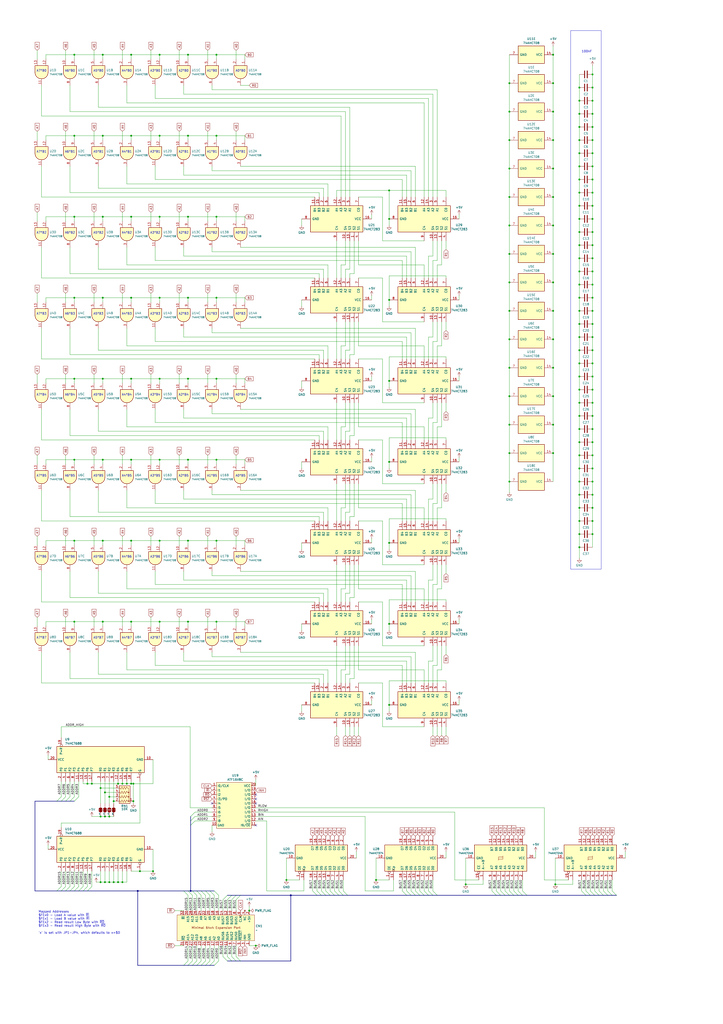
<source format=kicad_sch>
(kicad_sch (version 20250114) (generator "eeschema") (generator_version "9.0")
  (paper "A2" portrait)
  (rectangle (start 331.47 17.78) (end 349.25 330.2))
  (text "A5*B6" (at 57.15 323.088 0) (effects (font (size 1.27 1.27))))
  (text "A6*B7" (at 40.64 370.078 0) (effects (font (size 1.27 1.27))))
  (text "A5*B1" (at 57.15 88.138 0) (effects (font (size 1.27 1.27))))
  (text "A2*B4" (at 106.68 229.108 0) (effects (font (size 1.27 1.27))))
  (text "A1*B3" (at 123.19 182.118 0) (effects (font (size 1.27 1.27))))
  (text "A1*B5" (at 123.19 276.098 0) (effects (font (size 1.27 1.27))))
  (text "A2*B5" (at 106.68 276.098 0) (effects (font (size 1.27 1.27))))
  (text "A1*B2" (at 123.19 135.128 0) (effects (font (size 1.27 1.27))))
  (text "A3*B2" (at 90.17 135.128 0) (effects (font (size 1.27 1.27))))
  (text "A2*B1" (at 106.68 88.138 0) (effects (font (size 1.27 1.27))))
  (text "A2*B0" (at 106.68 41.148 0) (effects (font (size 1.27 1.27))))
  (text "A2*B6" (at 106.68 323.088 0) (effects (font (size 1.27 1.27))))
  (text "A4*B1" (at 73.66 88.138 0) (effects (font (size 1.27 1.27))))
  (text "A4*B0" (at 73.66 41.148 0) (effects (font (size 1.27 1.27))))
  (text "A0*B3" (at 139.7 182.118 0) (effects (font (size 1.27 1.27))))
  (text "A6*B3" (at 40.64 182.118 0) (effects (font (size 1.27 1.27))))
  (text "A4*B3" (at 73.66 182.118 0) (effects (font (size 1.27 1.27))))
  (text "A7*B6" (at 24.13 323.088 0) (effects (font (size 1.27 1.27))))
  (text "A0*B0" (at 139.7 41.148 0) (effects (font (size 1.27 1.27))))
  (text "A2*B7" (at 106.68 370.078 0) (effects (font (size 1.27 1.27))))
  (text "A5*B5" (at 57.15 276.098 0) (effects (font (size 1.27 1.27))))
  (text "A7*B4" (at 24.13 229.108 0) (effects (font (size 1.27 1.27))))
  (text "A7*B0" (at 24.13 41.148 0) (effects (font (size 1.27 1.27))))
  (text "A4*B6" (at 73.66 323.088 0) (effects (font (size 1.27 1.27))))
  (text "A6*B4" (at 40.64 229.108 0) (effects (font (size 1.27 1.27))))
  (text "A3*B6" (at 90.17 323.088 0) (effects (font (size 1.27 1.27))))
  (text "A3*B5" (at 90.17 276.098 0) (effects (font (size 1.27 1.27))))
  (text "A7*B3" (at 24.13 182.118 0) (effects (font (size 1.27 1.27))))
  (text "A2*B2" (at 106.68 135.128 0) (effects (font (size 1.27 1.27))))
  (text "A4*B2" (at 73.66 135.128 0) (effects (font (size 1.27 1.27))))
  (text "A1*B4" (at 123.19 229.108 0) (effects (font (size 1.27 1.27))))
  (text "A3*B0" (at 90.17 41.148 0) (effects (font (size 1.27 1.27))))
  (text "A5*B0" (at 57.15 41.148 0) (effects (font (size 1.27 1.27))))
  (text "A5*B7" (at 57.15 370.078 0) (effects (font (size 1.27 1.27))))
  (text "A1*B6" (at 123.19 323.088 0) (effects (font (size 1.27 1.27))))
  (text "A0*B7" (at 139.7 370.078 0) (effects (font (size 1.27 1.27))))
  (text "A4*B7" (at 73.66 370.078 0) (effects (font (size 1.27 1.27))))
  (text "Mapped Addresses\n$FEx0 - Load A value with ~{RI}\n$FEx1 - Load B value with ~{RI}\n$FEx2 - Read result Low Byte with ~{RO}\n$FEx3 - Read result High Byte with ~{RO}\n\n'x' is set with JP1-JP4, which defaults to x=$D" (at 22.352 535.178 0) (effects (font (size 1.27 1.27)) (justify left)))
  (text "A0*B2" (at 139.7 135.128 0) (effects (font (size 1.27 1.27))))
  (text "A6*B2" (at 40.64 135.128 0) (effects (font (size 1.27 1.27))))
  (text "A0*B5" (at 139.7 276.098 0) (effects (font (size 1.27 1.27))))
  (text "A4*B5" (at 73.66 276.098 0) (effects (font (size 1.27 1.27))))
  (text "100nF" (at 340.868 29.972 0) (effects (font (size 1.27 1.27))))
  (text "A0*B6" (at 139.7 323.088 0) (effects (font (size 1.27 1.27))))
  (text "A3*B4" (at 90.17 229.108 0) (effects (font (size 1.27 1.27))))
  (text "A1*B0" (at 123.19 41.148 0) (effects (font (size 1.27 1.27))))
  (text "A3*B1" (at 90.17 88.138 0) (effects (font (size 1.27 1.27))))
  (text "A2*B3" (at 106.68 182.118 0) (effects (font (size 1.27 1.27))))
  (text "A4*B4" (at 73.66 229.108 0) (effects (font (size 1.27 1.27))))
  (text "A1*B7" (at 123.19 370.078 0) (effects (font (size 1.27 1.27))))
  (text "A7*B1" (at 24.13 88.138 0) (effects (font (size 1.27 1.27))))
  (text "A6*B1" (at 40.64 88.138 0) (effects (font (size 1.27 1.27))))
  (text "A3*B3" (at 90.17 182.118 0) (effects (font (size 1.27 1.27))))
  (text "A0*B1" (at 139.7 88.138 0) (effects (font (size 1.27 1.27))))
  (text "A0*B4" (at 139.7 229.108 0) (effects (font (size 1.27 1.27))))
  (text "A1*B1" (at 123.19 88.138 0) (effects (font (size 1.27 1.27))))
  (text "A5*B2" (at 57.15 135.128 0) (effects (font (size 1.27 1.27))))
  (text "A7*B7" (at 24.13 370.078 0) (effects (font (size 1.27 1.27))))
  (text "A3*B7" (at 90.17 370.078 0) (effects (font (size 1.27 1.27))))
  (text "A7*B5" (at 24.13 276.098 0) (effects (font (size 1.27 1.27))))
  (text "A6*B6" (at 40.64 323.088 0) (effects (font (size 1.27 1.27))))
  (text "A5*B4" (at 57.15 229.108 0) (effects (font (size 1.27 1.27))))
  (text "A6*B5" (at 40.64 276.098 0) (effects (font (size 1.27 1.27))))
  (text "A6*B0" (at 40.64 41.148 0) (effects (font (size 1.27 1.27))))
  (text "A5*B3" (at 57.15 182.118 0) (effects (font (size 1.27 1.27))))
  (text "A7*B2" (at 24.13 135.128 0) (effects (font (size 1.27 1.27))))
  (junction (at 92.71 219.71))
  (junction (at 336.55 172.72))
  (junction (at 344.17 172.72))
  (junction (at 295.91 64.77))
  (junction (at 226.06 314.96))
  (junction (at 92.71 78.74))
  (junction (at 76.2 454.66))
  (junction (at 344.17 302.26))
  (junction (at 344.17 157.48))
  (junction (at 73.66 454.66))
  (junction (at 125.73 266.7))
  (junction (at 344.17 111.76))
  (junction (at 321.31 262.89))
  (junction (at 92.71 360.68))
  (junction (at 336.55 134.62))
  (junction (at 344.17 180.34))
  (junction (at 336.55 96.52))
  (junction (at 295.91 213.36))
  (junction (at 92.71 125.73))
  (junction (at 59.69 172.72))
  (junction (at 321.31 246.38))
  (junction (at 109.22 219.71))
  (junction (at 344.17 134.62))
  (junction (at 43.18 313.69))
  (junction (at 59.69 219.71))
  (junction (at 109.22 266.7))
  (junction (at 321.31 213.36))
  (junction (at 295.91 196.85))
  (junction (at 336.55 241.3))
  (junction (at 295.91 147.32))
  (junction (at 336.55 180.34))
  (junction (at 336.55 165.1))
  (junction (at 321.31 81.28))
  (junction (at 109.22 172.72))
  (junction (at 226.06 361.95))
  (junction (at 76.2 313.69))
  (junction (at 336.55 187.96))
  (junction (at 92.71 31.75))
  (junction (at 336.55 302.26))
  (junction (at 336.55 264.16))
  (junction (at 344.17 88.9))
  (junction (at 109.22 313.69))
  (junction (at 295.91 81.28))
  (junction (at 321.31 31.75))
  (junction (at 344.17 287.02))
  (junction (at 43.18 31.75))
  (junction (at 344.17 256.54))
  (junction (at 77.47 454.66))
  (junction (at 336.55 104.14))
  (junction (at 226.06 110.49))
  (junction (at 295.91 180.34))
  (junction (at 336.55 218.44))
  (junction (at 76.2 31.75))
  (junction (at 344.17 58.42))
  (junction (at 336.55 309.88))
  (junction (at 43.18 172.72))
  (junction (at 63.5 511.81))
  (junction (at 76.2 125.73))
  (junction (at 109.22 125.73))
  (junction (at 295.91 229.87))
  (junction (at 336.55 271.78))
  (junction (at 344.17 226.06))
  (junction (at 92.71 313.69))
  (junction (at 81.28 505.46))
  (junction (at 336.55 195.58))
  (junction (at 321.31 97.79))
  (junction (at 321.31 147.32))
  (junction (at 336.55 81.28))
  (junction (at 344.17 66.04))
  (junction (at 59.69 125.73))
  (junction (at 226.06 267.97))
  (junction (at 321.31 180.34))
  (junction (at 66.04 511.81))
  (junction (at 63.5 473.71))
  (junction (at 60.96 511.81))
  (junction (at 58.42 473.71))
  (junction (at 321.31 196.85))
  (junction (at 125.73 360.68))
  (junction (at 59.69 360.68))
  (junction (at 166.37 510.54))
  (junction (at 76.2 78.74))
  (junction (at 295.91 262.89))
  (junction (at 148.59 548.64))
  (junction (at 76.2 266.7))
  (junction (at 295.91 97.79))
  (junction (at 336.55 157.48))
  (junction (at 43.18 78.74))
  (junction (at 336.55 226.06))
  (junction (at 71.12 454.66))
  (junction (at 336.55 119.38))
  (junction (at 336.55 88.9))
  (junction (at 336.55 50.8))
  (junction (at 322.58 513.08))
  (junction (at 336.55 248.92))
  (junction (at 76.2 219.71))
  (junction (at 336.55 294.64))
  (junction (at 344.17 248.92))
  (junction (at 226.06 408.94))
  (junction (at 168.91 519.43))
  (junction (at 336.55 210.82))
  (junction (at 321.31 130.81))
  (junction (at 43.18 125.73))
  (junction (at 336.55 111.76))
  (junction (at 344.17 271.78))
  (junction (at 226.06 127))
  (junction (at 63.5 462.28))
  (junction (at 295.91 163.83))
  (junction (at 336.55 279.4))
  (junction (at 59.69 31.75))
  (junction (at 92.71 172.72))
  (junction (at 60.96 459.74))
  (junction (at 226.06 173.99))
  (junction (at 321.31 48.26))
  (junction (at 344.17 241.3))
  (junction (at 344.17 210.82))
  (junction (at 336.55 233.68))
  (junction (at 344.17 127))
  (junction (at 270.51 513.08))
  (junction (at 295.91 246.38))
  (junction (at 80.01 516.89))
  (junction (at 336.55 317.5))
  (junction (at 295.91 114.3))
  (junction (at 344.17 264.16))
  (junction (at 68.58 511.81))
  (junction (at 125.73 78.74))
  (junction (at 336.55 66.04))
  (junction (at 125.73 31.75))
  (junction (at 59.69 266.7))
  (junction (at 76.2 360.68))
  (junction (at 60.96 473.71))
  (junction (at 88.9 505.46))
  (junction (at 344.17 279.4))
  (junction (at 58.42 511.81))
  (junction (at 344.17 96.52))
  (junction (at 68.58 454.66))
  (junction (at 344.17 218.44))
  (junction (at 336.55 73.66))
  (junction (at 336.55 256.54))
  (junction (at 321.31 163.83))
  (junction (at 226.06 220.98))
  (junction (at 344.17 50.8))
  (junction (at 66.04 464.82))
  (junction (at 295.91 48.26))
  (junction (at 144.78 528.32))
  (junction (at 92.71 266.7))
  (junction (at 344.17 309.88))
  (junction (at 43.18 266.7))
  (junction (at 344.17 43.18))
  (junction (at 344.17 233.68))
  (junction (at 344.17 187.96))
  (junction (at 125.73 219.71))
  (junction (at 110.744 516.89))
  (junction (at 59.69 78.74))
  (junction (at 336.55 149.86))
  (junction (at 344.17 294.64))
  (junction (at 295.91 130.81))
  (junction (at 43.18 360.68))
  (junction (at 336.55 58.42))
  (junction (at 344.17 73.66))
  (junction (at 295.91 279.4))
  (junction (at 321.31 64.77))
  (junction (at 344.17 142.24))
  (junction (at 125.73 172.72))
  (junction (at 336.55 287.02))
  (junction (at 344.17 119.38))
  (junction (at 125.73 313.69))
  (junction (at 344.17 195.58))
  (junction (at 125.73 125.73))
  (junction (at 109.22 78.74))
  (junction (at 336.55 142.24))
  (junction (at 50.8 454.66))
  (junction (at 59.69 313.69))
  (junction (at 336.55 127))
  (junction (at 71.12 511.81))
  (junction (at 77.47 464.82))
  (junction (at 344.17 203.2))
  (junction (at 53.34 454.66))
  (junction (at 58.42 457.2))
  (junction (at 321.31 229.87))
  (junction (at 109.22 360.68))
  (junction (at 344.17 165.1))
  (junction (at 43.18 219.71))
  (junction (at 344.17 81.28))
  (junction (at 344.17 104.14))
  (junction (at 76.2 172.72))
  (junction (at 321.31 114.3))
  (junction (at 109.22 31.75))
  (junction (at 218.44 510.54))
  (junction (at 344.17 149.86))
  (junction (at 336.55 203.2))
  (no_connect (at 148.59 466.09))
  (no_connect (at 148.59 463.55))
  (no_connect (at 123.19 466.09))
  (no_connect (at 148.59 461.01))
  (no_connect (at 148.59 478.79))
  (bus_entry (at 337.82 516.89) (size 2.54 2.54))
  (bus_entry (at 295.91 516.89) (size 2.54 2.54))
  (bus_entry (at 38.1 462.28) (size -2.54 2.54))
  (bus_entry (at 109.22 519.43) (size -2.54 -2.54))
  (bus_entry (at 303.53 516.89) (size 2.54 2.54))
  (bus_entry (at 238.76 516.89) (size 2.54 2.54))
  (bus_entry (at 53.34 514.35) (size -2.54 2.54))
  (bus_entry (at 109.22 557.53) (size -2.54 2.54))
  (bus_entry (at 48.26 514.35) (size -2.54 2.54))
  (bus_entry (at 111.76 519.43) (size -2.54 -2.54))
  (bus_entry (at 33.02 464.82) (size 2.54 -2.54))
  (bus_entry (at 186.69 516.89) (size 2.54 2.54))
  (bus_entry (at 121.92 557.53) (size -2.54 2.54))
  (bus_entry (at 199.39 516.89) (size 2.54 2.54))
  (bus_entry (at 246.38 516.89) (size 2.54 2.54))
  (bus_entry (at 124.46 557.53) (size -2.54 2.54))
  (bus_entry (at 251.46 516.89) (size 2.54 2.54))
  (bus_entry (at 43.18 514.35) (size -2.54 2.54))
  (bus_entry (at 355.6 516.89) (size 2.54 2.54))
  (bus_entry (at 113.284 473.71) (size -2.54 2.54))
  (bus_entry (at 119.38 519.43) (size -2.54 -2.54))
  (bus_entry (at 300.99 516.89) (size 2.54 2.54))
  (bus_entry (at 248.92 516.89) (size 2.54 2.54))
  (bus_entry (at 50.8 514.35) (size -2.54 2.54))
  (bus_entry (at 116.84 557.53) (size -2.54 2.54))
  (bus_entry (at 116.84 519.43) (size -2.54 -2.54))
  (bus_entry (at 298.45 516.89) (size 2.54 2.54))
  (bus_entry (at 40.64 464.82) (size 2.54 -2.54))
  (bus_entry (at 347.98 516.89) (size 2.54 2.54))
  (bus_entry (at 43.18 464.82) (size 2.54 -2.54))
  (bus_entry (at 243.84 516.89) (size 2.54 2.54))
  (bus_entry (at 129.54 554.99) (size 2.54 2.54))
  (bus_entry (at 113.284 476.25) (size -2.54 2.54))
  (bus_entry (at 194.31 516.89) (size 2.54 2.54))
  (bus_entry (at 134.62 521.97) (size 2.54 -2.54))
  (bus_entry (at 350.52 516.89) (size 2.54 2.54))
  (bus_entry (at 288.29 516.89) (size 2.54 2.54))
  (bus_entry (at 45.72 514.35) (size -2.54 2.54))
  (bus_entry (at 191.77 516.89) (size 2.54 2.54))
  (bus_entry (at 114.3 557.53) (size -2.54 2.54))
  (bus_entry (at 353.06 516.89) (size 2.54 2.54))
  (bus_entry (at 132.08 554.99) (size 2.54 2.54))
  (bus_entry (at 293.37 516.89) (size 2.54 2.54))
  (bus_entry (at 196.85 516.89) (size 2.54 2.54))
  (bus_entry (at 127 519.43) (size -2.54 -2.54))
  (bus_entry (at 121.92 519.43) (size -2.54 -2.54))
  (bus_entry (at 114.3 519.43) (size -2.54 -2.54))
  (bus_entry (at 345.44 516.89) (size 2.54 2.54))
  (bus_entry (at 285.75 516.89) (size 2.54 2.54))
  (bus_entry (at 184.15 516.89) (size 2.54 2.54))
  (bus_entry (at 134.62 554.99) (size 2.54 2.54))
  (bus_entry (at 35.56 514.35) (size -2.54 2.54))
  (bus_entry (at 113.284 471.17) (size -2.54 2.54))
  (bus_entry (at 137.16 521.97) (size 2.54 -2.54))
  (bus_entry (at 111.76 557.53) (size -2.54 2.54))
  (bus_entry (at 181.61 516.89) (size 2.54 2.54))
  (bus_entry (at 137.16 554.99) (size 2.54 2.54))
  (bus_entry (at 189.23 516.89) (size 2.54 2.54))
  (bus_entry (at 127 557.53) (size -2.54 2.54))
  (bus_entry (at 38.1 514.35) (size -2.54 2.54))
  (bus_entry (at 40.64 514.35) (size -2.54 2.54))
  (bus_entry (at 236.22 516.89) (size 2.54 2.54))
  (bus_entry (at 340.36 516.89) (size 2.54 2.54))
  (bus_entry (at 124.46 519.43) (size -2.54 -2.54))
  (bus_entry (at 241.3 516.89) (size 2.54 2.54))
  (bus_entry (at 38.1 464.82) (size 2.54 -2.54))
  (bus_entry (at 129.54 521.97) (size 2.54 -2.54))
  (bus_entry (at 342.9 516.89) (size 2.54 2.54))
  (bus_entry (at 233.68 516.89) (size 2.54 2.54))
  (bus_entry (at 119.38 557.53) (size -2.54 2.54))
  (bus_entry (at 290.83 516.89) (size 2.54 2.54))
  (bus_entry (at 132.08 521.97) (size 2.54 -2.54))
  (wire (pts (xy 66.04 511.81) (xy 68.58 511.81)))
  (wire (pts (xy 137.16 217.17) (xy 137.16 222.25)))
  (wire (pts (xy 123.19 49.53) (xy 123.19 52.07)))
  (wire (pts (xy 92.71 172.72) (xy 76.2 172.72)))
  (wire (pts (xy 90.17 237.49) (xy 90.17 245.11)))
  (wire (pts (xy 295.91 97.79) (xy 295.91 114.3)))
  (wire (pts (xy 266.7 406.4) (xy 266.7 408.94)))
  (bus (pts (xy 20.32 464.82) (xy 33.02 464.82)))
  (wire (pts (xy 238.76 99.06) (xy 238.76 114.3)))
  (wire (pts (xy 198.12 294.64) (xy 198.12 302.26)))
  (wire (pts (xy 233.68 292.1) (xy 233.68 302.26)))
  (wire (pts (xy 336.55 58.42) (xy 336.55 66.04)))
  (wire (pts (xy 43.18 78.74) (xy 26.67 78.74)))
  (wire (pts (xy 26.67 360.68) (xy 26.67 363.22)))
  (bus (pts (xy 110.744 476.25) (xy 110.744 478.79)))
  (wire (pts (xy 218.44 497.84) (xy 218.44 510.54)))
  (wire (pts (xy 186.69 510.54) (xy 186.69 516.89)))
  (wire (pts (xy 38.1 170.18) (xy 38.1 175.26)))
  (wire (pts (xy 21.59 76.2) (xy 21.59 81.28)))
  (wire (pts (xy 40.64 64.77) (xy 200.66 64.77)))
  (wire (pts (xy 259.08 494.03) (xy 259.08 497.84)))
  (wire (pts (xy 298.45 510.54) (xy 298.45 516.89)))
  (wire (pts (xy 40.64 158.75) (xy 185.42 158.75)))
  (wire (pts (xy 123.19 96.52) (xy 123.19 99.06)))
  (wire (pts (xy 266.7 171.45) (xy 266.7 173.99)))
  (wire (pts (xy 332.74 513.08) (xy 322.58 513.08)))
  (wire (pts (xy 251.46 292.1) (xy 251.46 302.26)))
  (wire (pts (xy 58.42 453.39) (xy 58.42 457.2)))
  (wire (pts (xy 256.54 327.66) (xy 256.54 341.63)))
  (wire (pts (xy 76.2 219.71) (xy 59.69 219.71)))
  (wire (pts (xy 203.2 280.67) (xy 203.2 297.18)))
  (wire (pts (xy 336.55 66.04) (xy 336.55 73.66)))
  (wire (pts (xy 259.08 160.02) (xy 226.06 160.02)))
  (wire (pts (xy 125.73 78.74) (xy 125.73 81.28)))
  (wire (pts (xy 226.06 127) (xy 226.06 130.81)))
  (wire (pts (xy 142.24 313.69) (xy 125.73 313.69)))
  (wire (pts (xy 248.92 195.58) (xy 248.92 208.28)))
  (bus (pts (xy 248.92 519.43) (xy 251.46 519.43)))
  (wire (pts (xy 109.22 266.7) (xy 92.71 266.7)))
  (wire (pts (xy 187.96 156.21) (xy 187.96 161.29)))
  (wire (pts (xy 57.15 203.2) (xy 187.96 203.2)))
  (wire (pts (xy 109.22 78.74) (xy 109.22 81.28)))
  (wire (pts (xy 90.17 245.11) (xy 233.68 245.11)))
  (wire (pts (xy 259.08 110.49) (xy 226.06 110.49)))
  (wire (pts (xy 241.3 510.54) (xy 241.3 516.89)))
  (bus (pts (xy 50.8 516.89) (xy 80.01 516.89)))
  (wire (pts (xy 336.55 294.64) (xy 336.55 302.26)))
  (wire (pts (xy 120.65 358.14) (xy 120.65 363.22)))
  (bus (pts (xy 132.08 557.53) (xy 134.62 557.53)))
  (wire (pts (xy 336.55 149.86) (xy 336.55 157.48)))
  (wire (pts (xy 26.67 172.72) (xy 26.67 175.26)))
  (wire (pts (xy 336.55 233.68) (xy 336.55 241.3)))
  (wire (pts (xy 344.17 66.04) (xy 344.17 73.66)))
  (wire (pts (xy 295.91 279.4) (xy 295.91 285.75)))
  (wire (pts (xy 248.92 336.55) (xy 248.92 349.25)))
  (wire (pts (xy 222.25 349.25) (xy 208.28 349.25)))
  (bus (pts (xy 293.37 519.43) (xy 295.91 519.43)))
  (wire (pts (xy 344.17 233.68) (xy 344.17 241.3)))
  (wire (pts (xy 266.7 124.46) (xy 266.7 127)))
  (wire (pts (xy 106.68 289.56) (xy 236.22 289.56)))
  (wire (pts (xy 137.16 123.19) (xy 137.16 128.27)))
  (wire (pts (xy 280.67 513.08) (xy 270.51 513.08)))
  (wire (pts (xy 123.19 190.5) (xy 123.19 193.04)))
  (wire (pts (xy 92.71 360.68) (xy 76.2 360.68)))
  (wire (pts (xy 344.17 180.34) (xy 344.17 187.96)))
  (wire (pts (xy 92.71 360.68) (xy 92.71 363.22)))
  (wire (pts (xy 344.17 279.4) (xy 344.17 287.02)))
  (wire (pts (xy 54.61 29.21) (xy 54.61 34.29)))
  (wire (pts (xy 113.284 471.17) (xy 123.19 471.17)))
  (wire (pts (xy 68.58 454.66) (xy 71.12 454.66)))
  (wire (pts (xy 59.69 219.71) (xy 43.18 219.71)))
  (wire (pts (xy 246.38 421.64) (xy 222.25 421.64)))
  (wire (pts (xy 76.2 360.68) (xy 59.69 360.68)))
  (wire (pts (xy 57.15 156.21) (xy 187.96 156.21)))
  (wire (pts (xy 125.73 219.71) (xy 125.73 222.25)))
  (wire (pts (xy 40.64 252.73) (xy 185.42 252.73)))
  (wire (pts (xy 336.55 187.96) (xy 336.55 195.58)))
  (wire (pts (xy 48.26 505.46) (xy 48.26 514.35)))
  (wire (pts (xy 344.17 111.76) (xy 344.17 119.38)))
  (wire (pts (xy 40.64 49.53) (xy 40.64 64.77)))
  (wire (pts (xy 106.68 49.53) (xy 106.68 54.61)))
  (wire (pts (xy 109.22 172.72) (xy 92.71 172.72)))
  (wire (pts (xy 259.08 280.67) (xy 259.08 285.75)))
  (wire (pts (xy 295.91 130.81) (xy 295.91 147.32)))
  (wire (pts (xy 251.46 336.55) (xy 248.92 336.55)))
  (wire (pts (xy 142.24 313.69) (xy 142.24 316.23)))
  (wire (pts (xy 24.13 237.49) (xy 24.13 255.27)))
  (wire (pts (xy 241.3 190.5) (xy 241.3 208.28)))
  (wire (pts (xy 344.17 38.1) (xy 344.17 43.18)))
  (wire (pts (xy 195.58 421.64) (xy 195.58 426.72)))
  (bus (pts (xy 191.77 519.43) (xy 194.31 519.43)))
  (wire (pts (xy 226.06 173.99) (xy 226.06 177.8)))
  (wire (pts (xy 125.73 313.69) (xy 125.73 316.23)))
  (wire (pts (xy 21.59 264.16) (xy 21.59 269.24)))
  (bus (pts (xy 254 519.43) (xy 288.29 519.43)))
  (wire (pts (xy 259.08 396.24) (xy 259.08 394.97)))
  (wire (pts (xy 295.91 147.32) (xy 295.91 163.83)))
  (wire (pts (xy 123.19 193.04) (xy 238.76 193.04)))
  (wire (pts (xy 154.94 476.25) (xy 148.59 476.25)))
  (wire (pts (xy 238.76 334.01) (xy 238.76 349.25)))
  (wire (pts (xy 205.74 233.68) (xy 205.74 252.73)))
  (wire (pts (xy 27.94 490.22) (xy 27.94 492.76)))
  (wire (pts (xy 190.5 247.65) (xy 190.5 255.27)))
  (wire (pts (xy 57.15 190.5) (xy 57.15 203.2)))
  (wire (pts (xy 26.67 266.7) (xy 26.67 269.24)))
  (wire (pts (xy 194.31 510.54) (xy 194.31 516.89)))
  (wire (pts (xy 68.58 454.66) (xy 68.58 453.39)))
  (wire (pts (xy 81.28 477.52) (xy 81.28 453.39)))
  (wire (pts (xy 336.55 119.38) (xy 336.55 127)))
  (wire (pts (xy 226.06 347.98) (xy 226.06 361.95)))
  (wire (pts (xy 190.5 153.67) (xy 190.5 161.29)))
  (wire (pts (xy 241.3 96.52) (xy 241.3 114.3)))
  (wire (pts (xy 344.17 149.86) (xy 344.17 157.48)))
  (wire (pts (xy 295.91 114.3) (xy 295.91 130.81)))
  (wire (pts (xy 109.22 548.64) (xy 109.22 557.53)))
  (wire (pts (xy 71.12 29.21) (xy 71.12 34.29)))
  (bus (pts (xy 342.9 519.43) (xy 345.44 519.43)))
  (wire (pts (xy 116.84 548.64) (xy 116.84 557.53)))
  (wire (pts (xy 43.18 31.75) (xy 43.18 34.29)))
  (wire (pts (xy 73.66 511.81) (xy 73.66 505.46)))
  (wire (pts (xy 142.24 31.75) (xy 142.24 34.29)))
  (wire (pts (xy 109.22 78.74) (xy 92.71 78.74)))
  (wire (pts (xy 139.7 284.48) (xy 241.3 284.48)))
  (wire (pts (xy 104.14 76.2) (xy 104.14 81.28)))
  (wire (pts (xy 254 292.1) (xy 251.46 292.1)))
  (wire (pts (xy 241.3 143.51) (xy 241.3 161.29)))
  (wire (pts (xy 251.46 198.12) (xy 251.46 208.28)))
  (wire (pts (xy 59.69 172.72) (xy 59.69 175.26)))
  (wire (pts (xy 76.2 172.72) (xy 59.69 172.72)))
  (wire (pts (xy 57.15 49.53) (xy 57.15 62.23)))
  (wire (pts (xy 344.17 226.06) (xy 344.17 233.68)))
  (wire (pts (xy 208.28 327.66) (xy 208.28 341.63)))
  (wire (pts (xy 76.2 505.46) (xy 81.28 505.46)))
  (bus (pts (xy 114.3 560.07) (xy 111.76 560.07)))
  (wire (pts (xy 226.06 408.94) (xy 226.06 412.75)))
  (wire (pts (xy 40.64 237.49) (xy 40.64 252.73)))
  (bus (pts (xy 196.85 519.43) (xy 199.39 519.43)))
  (wire (pts (xy 38.1 76.2) (xy 38.1 81.28)))
  (wire (pts (xy 344.17 58.42) (xy 344.17 66.04)))
  (wire (pts (xy 109.22 313.69) (xy 109.22 316.23)))
  (wire (pts (xy 40.64 346.71) (xy 185.42 346.71)))
  (wire (pts (xy 295.91 213.36) (xy 295.91 229.87)))
  (wire (pts (xy 185.42 393.7) (xy 185.42 396.24)))
  (wire (pts (xy 337.82 510.54) (xy 337.82 516.89)))
  (wire (pts (xy 125.73 266.7) (xy 109.22 266.7)))
  (wire (pts (xy 109.22 266.7) (xy 109.22 269.24)))
  (wire (pts (xy 54.61 358.14) (xy 54.61 363.22)))
  (bus (pts (xy 251.46 519.43) (xy 254 519.43)))
  (bus (pts (xy 106.68 516.89) (xy 109.22 516.89)))
  (bus (pts (xy 110.744 473.71) (xy 110.744 476.25)))
  (wire (pts (xy 226.06 314.96) (xy 226.06 318.77)))
  (wire (pts (xy 251.46 289.56) (xy 248.92 289.56)))
  (wire (pts (xy 106.68 237.49) (xy 106.68 242.57)))
  (wire (pts (xy 198.12 67.31) (xy 198.12 114.3)))
  (wire (pts (xy 121.92 548.64) (xy 121.92 557.53)))
  (wire (pts (xy 120.65 29.21) (xy 120.65 34.29)))
  (bus (pts (xy 168.91 519.43) (xy 184.15 519.43)))
  (wire (pts (xy 200.66 200.66) (xy 198.12 200.66)))
  (wire (pts (xy 336.55 195.58) (xy 336.55 203.2)))
  (wire (pts (xy 139.7 96.52) (xy 241.3 96.52)))
  (bus (pts (xy 33.02 464.82) (xy 35.56 464.82)))
  (wire (pts (xy 123.19 237.49) (xy 123.19 240.03)))
  (wire (pts (xy 228.6 516.89) (xy 212.09 516.89)))
  (bus (pts (xy 186.69 519.43) (xy 189.23 519.43)))
  (wire (pts (xy 71.12 217.17) (xy 71.12 222.25)))
  (wire (pts (xy 256.54 374.65) (xy 256.54 388.62)))
  (wire (pts (xy 43.18 505.46) (xy 43.18 514.35)))
  (wire (pts (xy 63.5 462.28) (xy 63.5 466.09)))
  (wire (pts (xy 256.54 186.69) (xy 256.54 200.66)))
  (wire (pts (xy 256.54 153.67) (xy 254 153.67)))
  (wire (pts (xy 57.15 62.23) (xy 203.2 62.23)))
  (wire (pts (xy 233.68 198.12) (xy 233.68 208.28)))
  (wire (pts (xy 248.92 510.54) (xy 248.92 516.89)))
  (wire (pts (xy 87.63 170.18) (xy 87.63 175.26)))
  (wire (pts (xy 208.28 388.62) (xy 246.38 388.62)))
  (wire (pts (xy 336.55 203.2) (xy 336.55 210.82)))
  (wire (pts (xy 142.24 125.73) (xy 125.73 125.73)))
  (wire (pts (xy 321.31 180.34) (xy 321.31 196.85)))
  (wire (pts (xy 259.08 255.27) (xy 259.08 254)))
  (bus (pts (xy 243.84 519.43) (xy 246.38 519.43)))
  (wire (pts (xy 200.66 297.18) (xy 200.66 302.26)))
  (wire (pts (xy 198.12 341.63) (xy 198.12 349.25)))
  (wire (pts (xy 76.2 78.74) (xy 76.2 81.28)))
  (wire (pts (xy 54.61 311.15) (xy 54.61 316.23)))
  (wire (pts (xy 101.6 548.64) (xy 106.68 548.64)))
  (wire (pts (xy 59.69 266.7) (xy 43.18 266.7)))
  (wire (pts (xy 336.55 218.44) (xy 336.55 226.06)))
  (wire (pts (xy 241.3 237.49) (xy 241.3 255.27)))
  (wire (pts (xy 344.17 210.82) (xy 344.17 218.44)))
  (wire (pts (xy 71.12 511.81) (xy 73.66 511.81)))
  (wire (pts (xy 127 528.32) (xy 127 519.43)))
  (wire (pts (xy 71.12 170.18) (xy 71.12 175.26)))
  (wire (pts (xy 92.71 125.73) (xy 76.2 125.73)))
  (wire (pts (xy 285.75 510.54) (xy 285.75 516.89)))
  (wire (pts (xy 132.08 548.64) (xy 132.08 554.99)))
  (wire (pts (xy 190.5 106.68) (xy 190.5 114.3)))
  (wire (pts (xy 123.19 284.48) (xy 123.19 287.02)))
  (bus (pts (xy 189.23 519.43) (xy 191.77 519.43)))
  (wire (pts (xy 185.42 158.75) (xy 185.42 161.29)))
  (wire (pts (xy 254 294.64) (xy 254 302.26)))
  (wire (pts (xy 195.58 233.68) (xy 195.58 255.27)))
  (wire (pts (xy 200.66 341.63) (xy 198.12 341.63)))
  (wire (pts (xy 238.76 193.04) (xy 238.76 208.28)))
  (wire (pts (xy 251.46 54.61) (xy 251.46 114.3)))
  (bus (pts (xy 199.39 519.43) (xy 201.93 519.43)))
  (wire (pts (xy 129.54 548.64) (xy 129.54 554.99)))
  (wire (pts (xy 303.53 510.54) (xy 303.53 516.89)))
  (wire (pts (xy 59.69 360.68) (xy 59.69 363.22)))
  (wire (pts (xy 87.63 358.14) (xy 87.63 363.22)))
  (bus (pts (xy 139.7 557.53) (xy 168.91 557.53)))
  (wire (pts (xy 125.73 125.73) (xy 125.73 128.27)))
  (wire (pts (xy 54.61 76.2) (xy 54.61 81.28)))
  (wire (pts (xy 198.12 200.66) (xy 198.12 208.28)))
  (wire (pts (xy 205.74 374.65) (xy 205.74 393.7)))
  (wire (pts (xy 181.61 510.54) (xy 181.61 516.89)))
  (wire (pts (xy 125.73 31.75) (xy 109.22 31.75)))
  (wire (pts (xy 125.73 31.75) (xy 125.73 34.29)))
  (wire (pts (xy 24.13 396.24) (xy 182.88 396.24)))
  (wire (pts (xy 123.19 143.51) (xy 123.19 146.05)))
  (wire (pts (xy 58.42 511.81) (xy 60.96 511.81)))
  (wire (pts (xy 205.74 327.66) (xy 205.74 346.71)))
  (wire (pts (xy 129.54 528.32) (xy 129.54 521.97)))
  (wire (pts (xy 184.15 510.54) (xy 184.15 516.89)))
  (wire (pts (xy 142.24 266.7) (xy 125.73 266.7)))
  (bus (pts (xy 43.18 516.89) (xy 45.72 516.89)))
  (wire (pts (xy 344.17 157.48) (xy 344.17 165.1)))
  (wire (pts (xy 144.78 548.64) (xy 148.59 548.64)))
  (wire (pts (xy 73.66 294.64) (xy 190.5 294.64)))
  (wire (pts (xy 344.17 241.3) (xy 344.17 248.92)))
  (wire (pts (xy 248.92 57.15) (xy 248.92 114.3)))
  (wire (pts (xy 57.15 96.52) (xy 57.15 109.22)))
  (wire (pts (xy 195.58 186.69) (xy 195.58 208.28)))
  (wire (pts (xy 109.22 31.75) (xy 92.71 31.75)))
  (wire (pts (xy 251.46 195.58) (xy 248.92 195.58)))
  (wire (pts (xy 203.2 203.2) (xy 200.66 203.2)))
  (wire (pts (xy 259.08 208.28) (xy 259.08 207.01)))
  (wire (pts (xy 142.24 219.71) (xy 142.24 222.25)))
  (wire (pts (xy 251.46 280.67) (xy 251.46 289.56)))
  (wire (pts (xy 76.2 78.74) (xy 59.69 78.74)))
  (wire (pts (xy 195.58 374.65) (xy 195.58 396.24)))
  (wire (pts (xy 203.2 327.66) (xy 203.2 344.17)))
  (wire (pts (xy 73.66 49.53) (xy 73.66 59.69)))
  (wire (pts (xy 59.69 313.69) (xy 59.69 316.23)))
  (wire (pts (xy 295.91 81.28) (xy 295.91 97.79)))
  (wire (pts (xy 205.74 346.71) (xy 203.2 346.71)))
  (wire (pts (xy 241.3 284.48) (xy 241.3 302.26)))
  (wire (pts (xy 215.9 406.4) (xy 215.9 408.94)))
  (wire (pts (xy 266.7 265.43) (xy 266.7 267.97)))
  (wire (pts (xy 63.5 453.39) (xy 63.5 462.28)))
  (wire (pts (xy 336.55 279.4) (xy 336.55 287.02)))
  (wire (pts (xy 40.64 505.46) (xy 40.64 514.35)))
  (wire (pts (xy 134.62 548.64) (xy 134.62 554.99)))
  (wire (pts (xy 256.54 421.64) (xy 256.54 426.72)))
  (wire (pts (xy 336.55 180.34) (xy 336.55 187.96)))
  (wire (pts (xy 189.23 510.54) (xy 189.23 516.89)))
  (wire (pts (xy 254 339.09) (xy 251.46 339.09)))
  (wire (pts (xy 35.56 421.64) (xy 110.49 421.64)))
  (bus (pts (xy 246.38 519.43) (xy 248.92 519.43)))
  (wire (pts (xy 59.69 31.75) (xy 43.18 31.75)))
  (wire (pts (xy 104.14 170.18) (xy 104.14 175.26)))
  (wire (pts (xy 190.5 341.63) (xy 190.5 349.25)))
  (wire (pts (xy 77.47 454.66) (xy 88.9 454.66)))
  (wire (pts (xy 175.26 220.98) (xy 175.26 224.79)))
  (wire (pts (xy 106.68 242.57) (xy 236.22 242.57)))
  (wire (pts (xy 68.58 511.81) (xy 71.12 511.81)))
  (wire (pts (xy 92.71 313.69) (xy 76.2 313.69)))
  (wire (pts (xy 134.62 528.32) (xy 134.62 521.97)))
  (wire (pts (xy 73.66 59.69) (xy 246.38 59.69)))
  (wire (pts (xy 185.42 299.72) (xy 185.42 302.26)))
  (wire (pts (xy 92.71 266.7) (xy 92.71 269.24)))
  (wire (pts (xy 208.28 341.63) (xy 246.38 341.63)))
  (wire (pts (xy 59.69 31.75) (xy 59.69 34.29)))
  (wire (pts (xy 236.22 148.59) (xy 236.22 161.29)))
  (wire (pts (xy 106.68 54.61) (xy 251.46 54.61)))
  (wire (pts (xy 92.71 78.74) (xy 76.2 78.74)))
  (bus (pts (xy 35.56 516.89) (xy 38.1 516.89)))
  (wire (pts (xy 336.55 210.82) (xy 336.55 218.44)))
  (wire (pts (xy 142.24 360.68) (xy 142.24 363.22)))
  (wire (pts (xy 58.42 505.46) (xy 58.42 511.81)))
  (wire (pts (xy 77.47 454.66) (xy 77.47 464.82)))
  (bus (pts (xy 80.01 516.89) (xy 106.68 516.89)))
  (wire (pts (xy 290.83 510.54) (xy 290.83 516.89)))
  (wire (pts (xy 336.55 241.3) (xy 336.55 248.92)))
  (wire (pts (xy 295.91 196.85) (xy 295.91 213.36)))
  (bus (pts (xy 350.52 519.43) (xy 353.06 519.43)))
  (wire (pts (xy 139.7 331.47) (xy 241.3 331.47)))
  (wire (pts (xy 203.2 391.16) (xy 200.66 391.16)))
  (wire (pts (xy 68.58 511.81) (xy 68.58 505.46)))
  (wire (pts (xy 66.04 511.81) (xy 66.04 505.46)))
  (bus (pts (xy 119.38 560.07) (xy 116.84 560.07)))
  (wire (pts (xy 200.66 391.16) (xy 200.66 396.24)))
  (wire (pts (xy 256.54 233.68) (xy 256.54 247.65)))
  (wire (pts (xy 73.66 453.39) (xy 73.66 454.66)))
  (bus (pts (xy 45.72 516.89) (xy 48.26 516.89)))
  (wire (pts (xy 59.69 313.69) (xy 43.18 313.69)))
  (wire (pts (xy 254 200.66) (xy 254 208.28)))
  (wire (pts (xy 336.55 226.06) (xy 336.55 233.68)))
  (wire (pts (xy 137.16 548.64) (xy 137.16 554.99)))
  (wire (pts (xy 246.38 374.65) (xy 222.25 374.65)))
  (wire (pts (xy 218.44 510.54) (xy 226.06 510.54)))
  (wire (pts (xy 24.13 161.29) (xy 182.88 161.29)))
  (bus (pts (xy 106.68 560.07) (xy 80.01 560.07)))
  (wire (pts (xy 336.55 264.16) (xy 336.55 271.78)))
  (wire (pts (xy 76.2 125.73) (xy 76.2 128.27)))
  (wire (pts (xy 120.65 264.16) (xy 120.65 269.24)))
  (wire (pts (xy 226.06 267.97) (xy 226.06 271.78)))
  (wire (pts (xy 254 52.07) (xy 254 114.3)))
  (wire (pts (xy 208.28 374.65) (xy 208.28 388.62)))
  (wire (pts (xy 76.2 313.69) (xy 59.69 313.69)))
  (wire (pts (xy 92.71 125.73) (xy 92.71 128.27)))
  (wire (pts (xy 208.28 294.64) (xy 246.38 294.64)))
  (wire (pts (xy 104.14 217.17) (xy 104.14 222.25)))
  (wire (pts (xy 246.38 341.63) (xy 246.38 349.25)))
  (wire (pts (xy 203.2 233.68) (xy 203.2 250.19)))
  (wire (pts (xy 254 233.68) (xy 254 245.11)))
  (wire (pts (xy 254 280.67) (xy 254 292.1)))
  (bus (pts (xy 121.92 516.89) (xy 124.46 516.89)))
  (wire (pts (xy 203.2 186.69) (xy 203.2 203.2)))
  (wire (pts (xy 200.66 247.65) (xy 198.12 247.65)))
  (bus (pts (xy 298.45 519.43) (xy 300.99 519.43)))
  (wire (pts (xy 24.13 96.52) (xy 24.13 114.3)))
  (wire (pts (xy 222.25 327.66) (xy 222.25 302.26)))
  (wire (pts (xy 90.17 198.12) (xy 233.68 198.12)))
  (wire (pts (xy 123.19 334.01) (xy 238.76 334.01)))
  (wire (pts (xy 226.06 207.01) (xy 226.06 220.98)))
  (wire (pts (xy 175.26 173.99) (xy 175.26 177.8)))
  (wire (pts (xy 208.28 153.67) (xy 246.38 153.67)))
  (wire (pts (xy 24.13 302.26) (xy 182.88 302.26)))
  (wire (pts (xy 336.55 127) (xy 336.55 134.62)))
  (wire (pts (xy 123.19 52.07) (xy 254 52.07)))
  (wire (pts (xy 87.63 123.19) (xy 87.63 128.27)))
  (wire (pts (xy 59.69 125.73) (xy 59.69 128.27)))
  (wire (pts (xy 203.2 421.64) (xy 203.2 426.72)))
  (wire (pts (xy 24.13 49.53) (xy 24.13 67.31)))
  (wire (pts (xy 106.68 284.48) (xy 106.68 289.56)))
  (wire (pts (xy 233.68 104.14) (xy 233.68 114.3)))
  (wire (pts (xy 248.92 289.56) (xy 248.92 302.26)))
  (wire (pts (xy 71.12 454.66) (xy 71.12 453.39)))
  (wire (pts (xy 40.64 190.5) (xy 40.64 205.74)))
  (wire (pts (xy 191.77 510.54) (xy 191.77 516.89)))
  (bus (pts (xy 80.01 560.07) (xy 80.01 516.89)))
  (bus (pts (xy 295.91 519.43) (xy 298.45 519.43)))
  (wire (pts (xy 26.67 219.71) (xy 26.67 222.25)))
  (wire (pts (xy 21.59 29.21) (xy 21.59 34.29)))
  (wire (pts (xy 114.3 548.64) (xy 114.3 557.53)))
  (wire (pts (xy 45.72 505.46) (xy 45.72 514.35)))
  (wire (pts (xy 344.17 127) (xy 344.17 134.62)))
  (wire (pts (xy 256.54 294.64) (xy 254 294.64)))
  (wire (pts (xy 259.08 349.25) (xy 259.08 347.98)))
  (wire (pts (xy 127 548.64) (xy 127 557.53)))
  (wire (pts (xy 24.13 67.31) (xy 198.12 67.31)))
  (wire (pts (xy 344.17 142.24) (xy 344.17 149.86)))
  (wire (pts (xy 92.71 219.71) (xy 76.2 219.71)))
  (wire (pts (xy 90.17 378.46) (xy 90.17 386.08)))
  (wire (pts (xy 205.74 139.7) (xy 205.74 158.75)))
  (wire (pts (xy 246.38 388.62) (xy 246.38 396.24)))
  (wire (pts (xy 43.18 125.73) (xy 43.18 128.27)))
  (wire (pts (xy 119.38 548.64) (xy 119.38 557.53)))
  (wire (pts (xy 90.17 292.1) (xy 233.68 292.1)))
  (wire (pts (xy 175.26 267.97) (xy 175.26 271.78)))
  (wire (pts (xy 40.64 96.52) (xy 40.64 111.76)))
  (wire (pts (xy 35.56 427.99) (xy 35.56 421.64)))
  (wire (pts (xy 344.17 50.8) (xy 344.17 58.42)))
  (wire (pts (xy 321.31 97.79) (xy 321.31 114.3)))
  (wire (pts (xy 35.56 477.52) (xy 81.28 477.52)))
  (wire (pts (xy 43.18 172.72) (xy 26.67 172.72)))
  (wire (pts (xy 73.66 190.5) (xy 73.66 200.66)))
  (bus (pts (xy 184.15 519.43) (xy 186.69 519.43)))
  (wire (pts (xy 24.13 331.47) (xy 24.13 349.25)))
  (wire (pts (xy 222.25 233.68) (xy 222.25 208.28)))
  (wire (pts (xy 90.17 284.48) (xy 90.17 292.1)))
  (wire (pts (xy 106.68 101.6) (xy 236.22 101.6)))
  (wire (pts (xy 124.46 548.64) (xy 124.46 557.53)))
  (wire (pts (xy 344.17 294.64) (xy 344.17 302.26)))
  (wire (pts (xy 71.12 454.66) (xy 73.66 454.66)))
  (wire (pts (xy 195.58 139.7) (xy 195.58 161.29)))
  (wire (pts (xy 154.94 516.89) (xy 154.94 476.25)))
  (wire (pts (xy 48.26 454.66) (xy 48.26 453.39)))
  (bus (pts (xy 355.6 519.43) (xy 358.14 519.43)))
  (wire (pts (xy 203.2 62.23) (xy 203.2 114.3)))
  (wire (pts (xy 54.61 217.17) (xy 54.61 222.25)))
  (wire (pts (xy 73.66 388.62) (xy 190.5 388.62)))
  (wire (pts (xy 139.7 378.46) (xy 241.3 378.46)))
  (wire (pts (xy 57.15 331.47) (xy 57.15 344.17)))
  (wire (pts (xy 106.68 383.54) (xy 236.22 383.54)))
  (wire (pts (xy 24.13 349.25) (xy 182.88 349.25)))
  (wire (pts (xy 53.34 454.66) (xy 53.34 453.39)))
  (wire (pts (xy 222.25 186.69) (xy 222.25 161.29)))
  (wire (pts (xy 200.66 156.21) (xy 200.66 161.29)))
  (wire (pts (xy 54.61 123.19) (xy 54.61 128.27)))
  (wire (pts (xy 228.6 510.54) (xy 228.6 516.89)))
  (wire (pts (xy 344.17 172.72) (xy 344.17 180.34)))
  (wire (pts (xy 355.6 510.54) (xy 355.6 516.89)))
  (wire (pts (xy 53.34 505.46) (xy 53.34 514.35)))
  (wire (pts (xy 336.55 73.66) (xy 336.55 81.28)))
  (wire (pts (xy 73.66 237.49) (xy 73.66 247.65)))
  (wire (pts (xy 190.5 294.64) (xy 190.5 302.26)))
  (wire (pts (xy 344.17 96.52) (xy 344.17 104.14)))
  (wire (pts (xy 288.29 510.54) (xy 288.29 516.89)))
  (wire (pts (xy 321.31 48.26) (xy 321.31 64.77)))
  (wire (pts (xy 205.74 280.67) (xy 205.74 299.72)))
  (wire (pts (xy 40.64 205.74) (xy 185.42 205.74)))
  (wire (pts (xy 38.1 358.14) (xy 38.1 363.22)))
  (wire (pts (xy 137.16 76.2) (xy 137.16 81.28)))
  (wire (pts (xy 246.38 247.65) (xy 246.38 255.27)))
  (wire (pts (xy 57.15 297.18) (xy 187.96 297.18)))
  (wire (pts (xy 215.9 265.43) (xy 215.9 267.97)))
  (wire (pts (xy 344.17 287.02) (xy 344.17 294.64)))
  (wire (pts (xy 254 153.67) (xy 254 161.29)))
  (wire (pts (xy 266.7 218.44) (xy 266.7 220.98)))
  (wire (pts (xy 233.68 245.11) (xy 233.68 255.27)))
  (wire (pts (xy 139.7 237.49) (xy 241.3 237.49)))
  (wire (pts (xy 90.17 190.5) (xy 90.17 198.12)))
  (wire (pts (xy 254 388.62) (xy 254 396.24)))
  (wire (pts (xy 246.38 200.66) (xy 246.38 208.28)))
  (wire (pts (xy 295.91 229.87) (xy 295.91 246.38)))
  (wire (pts (xy 254 198.12) (xy 251.46 198.12)))
  (wire (pts (xy 43.18 125.73) (xy 26.67 125.73)))
  (wire (pts (xy 104.14 29.21) (xy 104.14 34.29)))
  (wire (pts (xy 38.1 453.39) (xy 38.1 462.28)))
  (wire (pts (xy 251.46 386.08) (xy 251.46 396.24)))
  (wire (pts (xy 106.68 190.5) (xy 106.68 195.58)))
  (wire (pts (xy 125.73 360.68) (xy 125.73 363.22)))
  (wire (pts (xy 293.37 510.54) (xy 293.37 516.89)))
  (wire (pts (xy 142.24 172.72) (xy 142.24 175.26)))
  (wire (pts (xy 336.55 88.9) (xy 336.55 96.52)))
  (wire (pts (xy 300.99 510.54) (xy 300.99 516.89)))
  (wire (pts (xy 90.17 143.51) (xy 90.17 151.13)))
  (wire (pts (xy 106.68 331.47) (xy 106.68 336.55)))
  (wire (pts (xy 111.76 528.32) (xy 111.76 519.43)))
  (wire (pts (xy 123.19 287.02) (xy 238.76 287.02)))
  (wire (pts (xy 200.66 421.64) (xy 200.66 426.72)))
  (wire (pts (xy 142.24 172.72) (xy 125.73 172.72)))
  (wire (pts (xy 251.46 148.59) (xy 248.92 148.59)))
  (wire (pts (xy 125.73 219.71) (xy 109.22 219.71)))
  (wire (pts (xy 344.17 81.28) (xy 344.17 88.9)))
  (wire (pts (xy 90.17 57.15) (xy 248.92 57.15)))
  (wire (pts (xy 205.74 252.73) (xy 203.2 252.73)))
  (wire (pts (xy 66.04 464.82) (xy 66.04 466.09)))
  (wire (pts (xy 60.96 459.74) (xy 67.31 459.74)))
  (wire (pts (xy 142.24 78.74) (xy 125.73 78.74)))
  (wire (pts (xy 92.71 313.69) (xy 92.71 316.23)))
  (wire (pts (xy 73.66 200.66) (xy 190.5 200.66)))
  (bus (pts (xy 111.76 516.89) (xy 114.3 516.89)))
  (wire (pts (xy 336.55 302.26) (xy 336.55 309.88)))
  (wire (pts (xy 243.84 510.54) (xy 243.84 516.89)))
  (wire (pts (xy 40.64 284.48) (xy 40.64 299.72)))
  (wire (pts (xy 60.96 459.74) (xy 60.96 466.09)))
  (wire (pts (xy 60.96 473.71) (xy 63.5 473.71)))
  (wire (pts (xy 24.13 190.5) (xy 24.13 208.28)))
  (wire (pts (xy 259.08 254) (xy 226.06 254)))
  (wire (pts (xy 73.66 106.68) (xy 190.5 106.68)))
  (bus (pts (xy 137.16 557.53) (xy 139.7 557.53)))
  (wire (pts (xy 254 421.64) (xy 254 426.72)))
  (wire (pts (xy 76.2 125.73) (xy 59.69 125.73)))
  (bus (pts (xy 353.06 519.43) (xy 355.6 519.43)))
  (wire (pts (xy 90.17 104.14) (xy 233.68 104.14)))
  (wire (pts (xy 345.44 510.54) (xy 345.44 516.89)))
  (bus (pts (xy 114.3 516.89) (xy 116.84 516.89)))
  (wire (pts (xy 342.9 510.54) (xy 342.9 516.89)))
  (wire (pts (xy 248.92 242.57) (xy 248.92 255.27)))
  (wire (pts (xy 198.12 153.67) (xy 198.12 161.29)))
  (wire (pts (xy 142.24 360.68) (xy 125.73 360.68)))
  (wire (pts (xy 246.38 186.69) (xy 222.25 186.69)))
  (bus (pts (xy 121.92 560.07) (xy 119.38 560.07)))
  (wire (pts (xy 87.63 76.2) (xy 87.63 81.28)))
  (wire (pts (xy 254 327.66) (xy 254 339.09)))
  (wire (pts (xy 43.18 360.68) (xy 43.18 363.22)))
  (wire (pts (xy 76.2 313.69) (xy 76.2 316.23)))
  (wire (pts (xy 236.22 383.54) (xy 236.22 396.24)))
  (wire (pts (xy 336.55 248.92) (xy 336.55 256.54)))
  (wire (pts (xy 59.69 78.74) (xy 59.69 81.28)))
  (wire (pts (xy 54.61 170.18) (xy 54.61 175.26)))
  (wire (pts (xy 187.96 391.16) (xy 187.96 396.24)))
  (wire (pts (xy 222.25 280.67) (xy 222.25 255.27)))
  (wire (pts (xy 251.46 151.13) (xy 251.46 161.29)))
  (wire (pts (xy 66.04 464.82) (xy 67.31 464.82)))
  (wire (pts (xy 81.28 505.46) (xy 88.9 505.46)))
  (wire (pts (xy 200.66 203.2) (xy 200.66 208.28)))
  (wire (pts (xy 43.18 172.72) (xy 43.18 175.26)))
  (wire (pts (xy 256.54 388.62) (xy 254 388.62)))
  (wire (pts (xy 59.69 172.72) (xy 43.18 172.72)))
  (wire (pts (xy 251.46 374.65) (xy 251.46 383.54)))
  (wire (pts (xy 63.5 511.81) (xy 66.04 511.81)))
  (wire (pts (xy 40.64 453.39) (xy 40.64 462.28)))
  (wire (pts (xy 350.52 510.54) (xy 350.52 516.89)))
  (wire (pts (xy 200.66 233.68) (xy 200.66 247.65)))
  (bus (pts (xy 139.7 519.43) (xy 168.91 519.43)))
  (wire (pts (xy 38.1 311.15) (xy 38.1 316.23)))
  (wire (pts (xy 123.19 478.79) (xy 123.19 482.6)))
  (wire (pts (xy 200.66 250.19) (xy 200.66 255.27)))
  (wire (pts (xy 175.26 314.96) (xy 175.26 318.77)))
  (wire (pts (xy 215.9 124.46) (xy 215.9 127)))
  (bus (pts (xy 38.1 464.82) (xy 40.64 464.82)))
  (wire (pts (xy 40.64 378.46) (xy 40.64 393.7)))
  (wire (pts (xy 336.55 43.18) (xy 336.55 50.8)))
  (wire (pts (xy 50.8 505.46) (xy 50.8 514.35)))
  (wire (pts (xy 215.9 312.42) (xy 215.9 314.96)))
  (wire (pts (xy 203.2 205.74) (xy 203.2 208.28)))
  (wire (pts (xy 259.08 347.98) (xy 226.06 347.98)))
  (wire (pts (xy 106.68 195.58) (xy 236.22 195.58)))
  (wire (pts (xy 166.37 497.84) (xy 166.37 510.54)))
  (bus (pts (xy 290.83 519.43) (xy 293.37 519.43)))
  (wire (pts (xy 344.17 203.2) (xy 344.17 210.82)))
  (wire (pts (xy 113.284 476.25) (xy 123.19 476.25)))
  (wire (pts (xy 199.39 510.54) (xy 199.39 516.89)))
  (wire (pts (xy 38.1 505.46) (xy 38.1 514.35)))
  (wire (pts (xy 321.31 31.75) (xy 321.31 48.26)))
  (wire (pts (xy 295.91 64.77) (xy 295.91 81.28)))
  (wire (pts (xy 238.76 146.05) (xy 238.76 161.29)))
  (bus (pts (xy 119.38 516.89) (xy 121.92 516.89)))
  (wire (pts (xy 190.5 388.62) (xy 190.5 396.24)))
  (wire (pts (xy 92.71 266.7) (xy 76.2 266.7)))
  (wire (pts (xy 226.06 160.02) (xy 226.06 173.99)))
  (wire (pts (xy 109.22 313.69) (xy 92.71 313.69)))
  (wire (pts (xy 63.5 511.81) (xy 63.5 505.46)))
  (wire (pts (xy 71.12 511.81) (xy 71.12 505.46)))
  (wire (pts (xy 259.08 207.01) (xy 226.06 207.01)))
  (wire (pts (xy 251.46 139.7) (xy 251.46 148.59)))
  (wire (pts (xy 236.22 195.58) (xy 236.22 208.28)))
  (wire (pts (xy 336.55 81.28) (xy 336.55 88.9)))
  (wire (pts (xy 203.2 346.71) (xy 203.2 349.25)))
  (wire (pts (xy 92.71 78.74) (xy 92.71 81.28)))
  (wire (pts (xy 40.64 299.72) (xy 185.42 299.72)))
  (wire (pts (xy 76.2 454.66) (xy 77.47 454.66)))
  (wire (pts (xy 321.31 114.3) (xy 321.31 130.81)))
  (wire (pts (xy 321.31 163.83) (xy 321.31 180.34)))
  (wire (pts (xy 233.68 151.13) (xy 233.68 161.29)))
  (wire (pts (xy 73.66 153.67) (xy 190.5 153.67)))
  (wire (pts (xy 233.68 339.09) (xy 233.68 349.25)))
  (wire (pts (xy 226.06 254) (xy 226.06 267.97)))
  (wire (pts (xy 246.38 327.66) (xy 222.25 327.66)))
  (wire (pts (xy 63.5 462.28) (xy 67.31 462.28)))
  (wire (pts (xy 26.67 313.69) (xy 26.67 316.23)))
  (wire (pts (xy 336.55 256.54) (xy 336.55 264.16)))
  (wire (pts (xy 238.76 381) (xy 238.76 396.24)))
  (wire (pts (xy 57.15 284.48) (xy 57.15 297.18)))
  (wire (pts (xy 226.06 110.49) (xy 195.58 110.49)))
  (wire (pts (xy 246.38 59.69) (xy 246.38 114.3)))
  (wire (pts (xy 344.17 302.26) (xy 344.17 309.88)))
  (wire (pts (xy 246.38 233.68) (xy 222.25 233.68)))
  (wire (pts (xy 123.19 99.06) (xy 238.76 99.06)))
  (wire (pts (xy 57.15 143.51) (xy 57.15 156.21)))
  (wire (pts (xy 175.26 361.95) (xy 175.26 365.76)))
  (wire (pts (xy 142.24 125.73) (xy 142.24 128.27)))
  (wire (pts (xy 71.12 123.19) (xy 71.12 128.27)))
  (wire (pts (xy 142.24 219.71) (xy 125.73 219.71)))
  (wire (pts (xy 109.22 125.73) (xy 92.71 125.73)))
  (wire (pts (xy 90.17 331.47) (xy 90.17 339.09)))
  (wire (pts (xy 104.14 264.16) (xy 104.14 269.24)))
  (bus (pts (xy 238.76 519.43) (xy 241.3 519.43)))
  (wire (pts (xy 207.01 494.03) (xy 207.01 497.84)))
  (wire (pts (xy 45.72 453.39) (xy 45.72 462.28)))
  (wire (pts (xy 142.24 31.75) (xy 125.73 31.75)))
  (wire (pts (xy 59.69 360.68) (xy 43.18 360.68)))
  (wire (pts (xy 200.66 374.65) (xy 200.66 388.62)))
  (wire (pts (xy 40.64 331.47) (xy 40.64 346.71)))
  (wire (pts (xy 73.66 96.52) (xy 73.66 106.68)))
  (wire (pts (xy 222.25 208.28) (xy 208.28 208.28)))
  (wire (pts (xy 142.24 78.74) (xy 142.24 81.28)))
  (wire (pts (xy 185.42 346.71) (xy 185.42 349.25)))
  (wire (pts (xy 344.17 43.18) (xy 344.17 50.8)))
  (wire (pts (xy 336.55 50.8) (xy 336.55 58.42)))
  (wire (pts (xy 58.42 457.2) (xy 67.31 457.2)))
  (wire (pts (xy 24.13 114.3) (xy 182.88 114.3)))
  (wire (pts (xy 104.14 311.15) (xy 104.14 316.23)))
  (wire (pts (xy 226.06 220.98) (xy 226.06 224.79)))
  (wire (pts (xy 363.22 494.03) (xy 363.22 497.84)))
  (wire (pts (xy 311.15 494.03) (xy 311.15 497.84)))
  (bus (pts (xy 33.02 516.89) (xy 20.32 516.89)))
  (wire (pts (xy 109.22 360.68) (xy 109.22 363.22)))
  (wire (pts (xy 200.66 327.66) (xy 200.66 341.63)))
  (wire (pts (xy 336.55 96.52) (xy 336.55 104.14)))
  (wire (pts (xy 38.1 217.17) (xy 38.1 222.25)))
  (wire (pts (xy 24.13 378.46) (xy 24.13 396.24)))
  (wire (pts (xy 90.17 339.09) (xy 233.68 339.09)))
  (wire (pts (xy 43.18 313.69) (xy 43.18 316.23)))
  (wire (pts (xy 106.68 148.59) (xy 236.22 148.59)))
  (wire (pts (xy 76.2 266.7) (xy 59.69 266.7)))
  (bus (pts (xy 288.29 519.43) (xy 290.83 519.43)))
  (bus (pts (xy 40.64 464.82) (xy 43.18 464.82)))
  (wire (pts (xy 205.74 186.69) (xy 205.74 205.74)))
  (wire (pts (xy 113.284 473.71) (xy 123.19 473.71)))
  (wire (pts (xy 259.08 161.29) (xy 259.08 160.02)))
  (wire (pts (xy 175.26 127) (xy 175.26 130.81)))
  (wire (pts (xy 58.42 457.2) (xy 58.42 466.09)))
  (wire (pts (xy 203.2 158.75) (xy 203.2 161.29)))
  (wire (pts (xy 251.46 233.68) (xy 251.46 242.57)))
  (bus (pts (xy 306.07 519.43) (xy 340.36 519.43)))
  (bus (pts (xy 109.22 516.89) (xy 110.744 516.89)))
  (wire (pts (xy 295.91 163.83) (xy 295.91 180.34)))
  (wire (pts (xy 60.96 511.81) (xy 63.5 511.81)))
  (wire (pts (xy 43.18 219.71) (xy 43.18 222.25)))
  (wire (pts (xy 259.08 114.3) (xy 259.08 110.49)))
  (wire (pts (xy 144.78 525.78) (xy 144.78 528.32)))
  (wire (pts (xy 55.88 511.81) (xy 58.42 511.81)))
  (wire (pts (xy 187.96 109.22) (xy 187.96 114.3)))
  (wire (pts (xy 90.17 151.13) (xy 233.68 151.13)))
  (wire (pts (xy 109.22 219.71) (xy 92.71 219.71)))
  (wire (pts (xy 295.91 48.26) (xy 295.91 64.77)))
  (wire (pts (xy 71.12 264.16) (xy 71.12 269.24)))
  (wire (pts (xy 125.73 172.72) (xy 109.22 172.72)))
  (wire (pts (xy 203.2 297.18) (xy 200.66 297.18)))
  (wire (pts (xy 106.68 378.46) (xy 106.68 383.54)))
  (wire (pts (xy 203.2 156.21) (xy 200.66 156.21)))
  (wire (pts (xy 200.66 280.67) (xy 200.66 294.64)))
  (wire (pts (xy 215.9 171.45) (xy 215.9 173.99)))
  (wire (pts (xy 347.98 510.54) (xy 347.98 516.89)))
  (wire (pts (xy 205.74 421.64) (xy 205.74 426.72)))
  (wire (pts (xy 203.2 299.72) (xy 203.2 302.26)))
  (wire (pts (xy 212.09 516.89) (xy 212.09 473.71)))
  (wire (pts (xy 109.22 528.32) (xy 109.22 519.43)))
  (wire (pts (xy 344.17 264.16) (xy 344.17 271.78)))
  (bus (pts (xy 236.22 519.43) (xy 238.76 519.43)))
  (wire (pts (xy 259.08 302.26) (xy 259.08 300.99)))
  (wire (pts (xy 236.22 242.57) (xy 236.22 255.27)))
  (bus (pts (xy 48.26 516.89) (xy 50.8 516.89)))
  (wire (pts (xy 254 386.08) (xy 251.46 386.08)))
  (wire (pts (xy 43.18 219.71) (xy 26.67 219.71)))
  (wire (pts (xy 222.25 302.26) (xy 208.28 302.26)))
  (wire (pts (xy 200.66 153.67) (xy 198.12 153.67)))
  (wire (pts (xy 251.46 339.09) (xy 251.46 349.25)))
  (wire (pts (xy 119.38 528.32) (xy 119.38 519.43)))
  (wire (pts (xy 254 245.11) (xy 251.46 245.11)))
  (bus (pts (xy 194.31 519.43) (xy 196.85 519.43)))
  (wire (pts (xy 137.16 29.21) (xy 137.16 34.29)))
  (wire (pts (xy 187.96 297.18) (xy 187.96 302.26)))
  (wire (pts (xy 198.12 247.65) (xy 198.12 255.27)))
  (wire (pts (xy 251.46 510.54) (xy 251.46 516.89)))
  (wire (pts (xy 203.2 374.65) (xy 203.2 391.16)))
  (wire (pts (xy 353.06 510.54) (xy 353.06 516.89)))
  (wire (pts (xy 344.17 195.58) (xy 344.17 203.2)))
  (wire (pts (xy 321.31 130.81) (xy 321.31 147.32)))
  (wire (pts (xy 295.91 510.54) (xy 295.91 516.89)))
  (wire (pts (xy 26.67 78.74) (xy 26.67 81.28)))
  (bus (pts (xy 340.36 519.43) (xy 342.9 519.43)))
  (wire (pts (xy 256.54 139.7) (xy 256.54 153.67)))
  (wire (pts (xy 332.74 510.54) (xy 332.74 513.08)))
  (wire (pts (xy 59.69 219.71) (xy 59.69 222.25)))
  (wire (pts (xy 185.42 252.73) (xy 185.42 255.27)))
  (wire (pts (xy 50.8 454.66) (xy 50.8 453.39)))
  (wire (pts (xy 259.08 233.68) (xy 259.08 238.76)))
  (wire (pts (xy 43.18 360.68) (xy 26.67 360.68)))
  (wire (pts (xy 321.31 262.89) (xy 321.31 279.4)))
  (wire (pts (xy 27.94 438.15) (xy 27.94 440.69)))
  (wire (pts (xy 316.23 510.54) (xy 316.23 468.63)))
  (wire (pts (xy 87.63 311.15) (xy 87.63 316.23)))
  (wire (pts (xy 251.46 245.11) (xy 251.46 255.27)))
  (wire (pts (xy 336.55 309.88) (xy 336.55 317.5)))
  (wire (pts (xy 259.08 394.97) (xy 226.06 394.97)))
  (wire (pts (xy 200.66 64.77) (xy 200.66 114.3)))
  (wire (pts (xy 71.12 76.2) (xy 71.12 81.28)))
  (wire (pts (xy 203.2 252.73) (xy 203.2 255.27)))
  (bus (pts (xy 110.744 478.79) (xy 110.744 516.89)))
  (wire (pts (xy 344.17 134.62) (xy 344.17 142.24)))
  (wire (pts (xy 71.12 358.14) (xy 71.12 363.22)))
  (wire (pts (xy 109.22 125.73) (xy 109.22 128.27)))
  (wire (pts (xy 200.66 388.62) (xy 198.12 388.62)))
  (wire (pts (xy 68.58 454.66) (xy 53.34 454.66)))
  (wire (pts (xy 142.24 266.7) (xy 142.24 269.24)))
  (wire (pts (xy 336.55 104.14) (xy 336.55 111.76)))
  (wire (pts (xy 336.55 111.76) (xy 336.55 119.38)))
  (wire (pts (xy 321.31 246.38) (xy 321.31 262.89)))
  (wire (pts (xy 208.28 421.64) (xy 208.28 426.72)))
  (wire (pts (xy 90.17 386.08) (xy 233.68 386.08)))
  (wire (pts (xy 246.38 280.67) (xy 222.25 280.67)))
  (wire (pts (xy 123.19 146.05) (xy 238.76 146.05)))
  (wire (pts (xy 125.73 125.73) (xy 109.22 125.73)))
  (bus (pts (xy 40.64 516.89) (xy 43.18 516.89)))
  (wire (pts (xy 200.66 139.7) (xy 200.66 153.67)))
  (wire (pts (xy 125.73 266.7) (xy 125.73 269.24)))
  (wire (pts (xy 110.49 468.63) (xy 123.19 468.63)))
  (wire (pts (xy 87.63 29.21) (xy 87.63 34.29)))
  (bus (pts (xy 134.62 519.43) (xy 137.16 519.43)))
  (wire (pts (xy 254 247.65) (xy 254 255.27)))
  (wire (pts (xy 266.7 312.42) (xy 266.7 314.96)))
  (wire (pts (xy 278.13 510.54) (xy 264.16 510.54)))
  (wire (pts (xy 76.2 219.71) (xy 76.2 222.25)))
  (wire (pts (xy 123.19 240.03) (xy 238.76 240.03)))
  (wire (pts (xy 321.31 196.85) (xy 321.31 213.36)))
  (wire (pts (xy 340.36 510.54) (xy 340.36 516.89)))
  (wire (pts (xy 196.85 510.54) (xy 196.85 516.89)))
  (wire (pts (xy 344.17 165.1) (xy 344.17 172.72)))
  (wire (pts (xy 208.28 247.65) (xy 246.38 247.65)))
  (wire (pts (xy 176.53 510.54) (xy 176.53 516.89)))
  (wire (pts (xy 21.59 311.15) (xy 21.59 316.23)))
  (wire (pts (xy 139.7 49.53) (xy 144.78 49.53)))
  (wire (pts (xy 254 139.7) (xy 254 151.13)))
  (wire (pts (xy 73.66 247.65) (xy 190.5 247.65)))
  (wire (pts (xy 125.73 78.74) (xy 109.22 78.74)))
  (wire (pts (xy 195.58 110.49) (xy 195.58 114.3)))
  (wire (pts (xy 226.06 361.95) (xy 226.06 365.76)))
  (wire (pts (xy 259.08 374.65) (xy 259.08 379.73)))
  (wire (pts (xy 123.19 378.46) (xy 123.19 381)))
  (wire (pts (xy 256.54 341.63) (xy 254 341.63)))
  (wire (pts (xy 57.15 391.16) (xy 187.96 391.16)))
  (wire (pts (xy 203.2 393.7) (xy 203.2 396.24)))
  (wire (pts (xy 109.22 31.75) (xy 109.22 34.29)))
  (wire (pts (xy 251.46 327.66) (xy 251.46 336.55)))
  (wire (pts (xy 104.14 123.19) (xy 104.14 128.27)))
  (wire (pts (xy 35.56 480.06) (xy 35.56 477.52)))
  (wire (pts (xy 203.2 344.17) (xy 200.66 344.17)))
  (wire (pts (xy 57.15 237.49) (xy 57.15 250.19)))
  (wire (pts (xy 226.06 394.97) (xy 226.06 408.94)))
  (wire (pts (xy 125.73 313.69) (xy 109.22 313.69)))
  (wire (pts (xy 264.16 471.17) (xy 148.59 471.17)))
  (wire (pts (xy 76.2 266.7) (xy 76.2 269.24)))
  (wire (pts (xy 66.04 453.39) (xy 66.04 464.82)))
  (wire (pts (xy 208.28 186.69) (xy 208.28 200.66)))
  (wire (pts (xy 222.25 255.27) (xy 208.28 255.27)))
  (wire (pts (xy 24.13 208.28) (xy 182.88 208.28)))
  (wire (pts (xy 236.22 289.56) (xy 236.22 302.26)))
  (wire (pts (xy 87.63 264.16) (xy 87.63 269.24)))
  (wire (pts (xy 137.16 528.32) (xy 137.16 521.97)))
  (wire (pts (xy 226.06 110.49) (xy 226.06 127)))
  (bus (pts (xy 347.98 519.43) (xy 350.52 519.43)))
  (wire (pts (xy 222.25 114.3) (xy 208.28 114.3)))
  (wire (pts (xy 246.38 153.67) (xy 246.38 161.29)))
  (wire (pts (xy 40.64 111.76) (xy 185.42 111.76)))
  (wire (pts (xy 187.96 344.17) (xy 187.96 349.25)))
  (wire (pts (xy 259.08 327.66) (xy 259.08 332.74)))
  (wire (pts (xy 101.6 528.32) (xy 106.68 528.32)))
  (wire (pts (xy 316.23 468.63) (xy 148.59 468.63)))
  (wire (pts (xy 344.17 73.66) (xy 344.17 81.28)))
  (wire (pts (xy 60.96 505.46) (xy 60.96 511.81)))
  (bus (pts (xy 35.56 464.82) (xy 38.1 464.82)))
  (bus (pts (xy 38.1 516.89) (xy 40.64 516.89)))
  (wire (pts (xy 205.74 205.74) (xy 203.2 205.74)))
  (wire (pts (xy 121.92 528.32) (xy 121.92 519.43)))
  (wire (pts (xy 236.22 336.55) (xy 236.22 349.25)))
  (wire (pts (xy 116.84 528.32) (xy 116.84 519.43)))
  (wire (pts (xy 215.9 218.44) (xy 215.9 220.98)))
  (wire (pts (xy 21.59 358.14) (xy 21.59 363.22)))
  (wire (pts (xy 53.34 473.71) (xy 58.42 473.71)))
  (wire (pts (xy 344.17 218.44) (xy 344.17 226.06)))
  (wire (pts (xy 222.25 374.65) (xy 222.25 349.25)))
  (wire (pts (xy 59.69 266.7) (xy 59.69 269.24)))
  (wire (pts (xy 212.09 473.71) (xy 148.59 473.71)))
  (wire (pts (xy 336.55 287.02) (xy 336.55 294.64)))
  (wire (pts (xy 139.7 190.5) (xy 241.3 190.5)))
  (wire (pts (xy 73.66 341.63) (xy 190.5 341.63)))
  (wire (pts (xy 208.28 200.66) (xy 246.38 200.66)))
  (wire (pts (xy 58.42 473.71) (xy 60.96 473.71)))
  (wire (pts (xy 148.59 452.12) (xy 148.59 455.93)))
  (wire (pts (xy 336.55 165.1) (xy 336.55 172.72)))
  (wire (pts (xy 200.66 294.64) (xy 198.12 294.64)))
  (wire (pts (xy 236.22 101.6) (xy 236.22 114.3)))
  (wire (pts (xy 88.9 505.46) (xy 88.9 492.76)))
  (wire (pts (xy 71.12 311.15) (xy 71.12 316.23)))
  (wire (pts (xy 259.08 139.7) (xy 259.08 144.78)))
  (wire (pts (xy 57.15 378.46) (xy 57.15 391.16)))
  (wire (pts (xy 256.54 280.67) (xy 256.54 294.64)))
  (wire (pts (xy 336.55 134.62) (xy 336.55 142.24)))
  (bus (pts (xy 134.62 557.53) (xy 137.16 557.53)))
  (wire (pts (xy 248.92 383.54) (xy 248.92 396.24)))
  (wire (pts (xy 233.68 510.54) (xy 233.68 516.89)))
  (bus (pts (xy 303.53 519.43) (xy 306.07 519.43)))
  (wire (pts (xy 344.17 271.78) (xy 344.17 279.4)))
  (wire (pts (xy 266.7 359.41) (xy 266.7 361.95)))
  (wire (pts (xy 43.18 31.75) (xy 26.67 31.75)))
  (wire (pts (xy 125.73 172.72) (xy 125.73 175.26)))
  (wire (pts (xy 256.54 247.65) (xy 254 247.65)))
  (wire (pts (xy 259.08 186.69) (xy 259.08 191.77)))
  (wire (pts (xy 246.38 510.54) (xy 246.38 516.89)))
  (wire (pts (xy 50.8 454.66) (xy 48.26 454.66)))
  (wire (pts (xy 185.42 205.74) (xy 185.42 208.28)))
  (bus (pts (xy 111.76 560.07) (xy 109.22 560.07)))
  (wire (pts (xy 254 151.13) (xy 251.46 151.13)))
  (wire (pts (xy 166.37 510.54) (xy 173.99 510.54)))
  (wire (pts (xy 24.13 143.51) (xy 24.13 161.29)))
  (wire (pts (xy 344.17 309.88) (xy 344.17 317.5)))
  (wire (pts (xy 40.64 393.7) (xy 185.42 393.7)))
  (wire (pts (xy 111.76 548.64) (xy 111.76 557.53)))
  (wire (pts (xy 187.96 203.2) (xy 187.96 208.28)))
  (wire (pts (xy 205.74 393.7) (xy 203.2 393.7)))
  (wire (pts (xy 344.17 187.96) (xy 344.17 195.58)))
  (wire (pts (xy 208.28 280.67) (xy 208.28 294.64)))
  (wire (pts (xy 26.67 125.73) (xy 26.67 128.27)))
  (wire (pts (xy 92.71 219.71) (xy 92.71 222.25)))
  (wire (pts (xy 92.71 31.75) (xy 92.71 34.29)))
  (wire (pts (xy 200.66 344.17) (xy 200.66 349.25)))
  (wire (pts (xy 73.66 454.66) (xy 76.2 454.66)))
  (wire (pts (xy 120.65 76.2) (xy 120.65 81.28)))
  (wire (pts (xy 248.92 148.59) (xy 248.92 161.29)))
  (wire (pts (xy 336.55 142.24) (xy 336.55 149.86)))
  (wire (pts (xy 208.28 233.68) (xy 208.28 247.65)))
  (wire (pts (xy 321.31 147.32) (xy 321.31 163.83)))
  (wire (pts (xy 203.2 139.7) (xy 203.2 156.21)))
  (bus (pts (xy 109.22 560.07) (xy 106.68 560.07)))
  (wire (pts (xy 205.74 158.75) (xy 203.2 158.75)))
  (wire (pts (xy 21.59 123.19) (xy 21.59 128.27)))
  (wire (pts (xy 73.66 143.51) (xy 73.66 153.67)))
  (wire (pts (xy 60.96 453.39) (xy 60.96 459.74)))
  (wire (pts (xy 40.64 143.51) (xy 40.64 158.75)))
  (wire (pts (xy 120.65 217.17) (xy 120.65 222.25)))
  (wire (pts (xy 59.69 78.74) (xy 43.18 78.74)))
  (bus (pts (xy 116.84 516.89) (xy 119.38 516.89)))
  (wire (pts (xy 132.08 528.32) (xy 132.08 521.97)))
  (wire (pts (xy 198.12 388.62) (xy 198.12 396.24)))
  (wire (pts (xy 241.3 331.47) (xy 241.3 349.25)))
  (wire (pts (xy 344.17 104.14) (xy 344.17 111.76)))
  (wire (pts (xy 238.76 287.02) (xy 238.76 302.26)))
  (wire (pts (xy 59.69 125.73) (xy 43.18 125.73)))
  (wire (pts (xy 175.26 408.94) (xy 175.26 412.75)))
  (wire (pts (xy 270.51 497.84) (xy 270.51 513.08)))
  (wire (pts (xy 251.46 383.54) (xy 248.92 383.54)))
  (bus (pts (xy 300.99 519.43) (xy 303.53 519.43)))
  (wire (pts (xy 344.17 256.54) (xy 344.17 264.16)))
  (wire (pts (xy 336.55 271.78) (xy 336.55 279.4)))
  (wire (pts (xy 73.66 284.48) (xy 73.66 294.64)))
  (wire (pts (xy 251.46 186.69) (xy 251.46 195.58)))
  (wire (pts (xy 76.2 172.72) (xy 76.2 175.26)))
  (wire (pts (xy 336.55 317.5) (xy 336.55 323.85)))
  (wire (pts (xy 295.91 180.34) (xy 295.91 196.85)))
  (wire (pts (xy 26.67 31.75) (xy 26.67 34.29)))
  (wire (pts (xy 259.08 421.64) (xy 259.08 426.72)))
  (wire (pts (xy 38.1 123.19) (xy 38.1 128.27)))
  (wire (pts (xy 187.96 250.19) (xy 187.96 255.27)))
  (wire (pts (xy 123.19 331.47) (xy 123.19 334.01)))
  (wire (pts (xy 43.18 266.7) (xy 43.18 269.24)))
  (wire (pts (xy 76.2 453.39) (xy 76.2 454.66)))
  (wire (pts (xy 259.08 300.99) (xy 226.06 300.99)))
  (wire (pts (xy 110.49 421.64) (xy 110.49 468.63)))
  (wire (pts (xy 203.2 250.19) (xy 200.66 250.19)))
  (wire (pts (xy 205.74 299.72) (xy 203.2 299.72)))
  (bus (pts (xy 241.3 519.43) (xy 243.84 519.43)))
  (wire (pts (xy 92.71 172.72) (xy 92.71 175.26)))
  (wire (pts (xy 295.91 31.75) (xy 295.91 48.26)))
  (wire (pts (xy 330.2 510.54) (xy 316.23 510.54)))
  (bus (pts (xy 168.91 557.53) (xy 168.91 519.43)))
  (wire (pts (xy 190.5 200.66) (xy 190.5 208.28)))
  (wire (pts (xy 200.66 186.69) (xy 200.66 200.66)))
  (wire (pts (xy 114.3 528.32) (xy 114.3 519.43)))
  (wire (pts (xy 125.73 360.68) (xy 109.22 360.68)))
  (wire (pts (xy 38.1 29.21) (xy 38.1 34.29)))
  (wire (pts (xy 344.17 248.92) (xy 344.17 256.54)))
  (wire (pts (xy 176.53 516.89) (xy 154.94 516.89)))
  (bus (pts (xy 137.16 519.43) (xy 139.7 519.43)))
  (wire (pts (xy 226.06 300.99) (xy 226.06 314.96)))
  (wire (pts (xy 21.59 217.17) (xy 21.59 222.25)))
  (wire (pts (xy 57.15 250.19) (xy 187.96 250.19)))
  (wire (pts (xy 77.47 464.82) (xy 77.47 466.09)))
  (wire (pts (xy 24.13 284.48) (xy 24.13 302.26)))
  (wire (pts (xy 295.91 262.89) (xy 295.91 279.4)))
  (wire (pts (xy 254 374.65) (xy 254 386.08)))
  (wire (pts (xy 254 186.69) (xy 254 198.12)))
  (wire (pts (xy 120.65 170.18) (xy 120.65 175.26)))
  (wire (pts (xy 321.31 64.77) (xy 321.31 81.28)))
  (wire (pts (xy 90.17 49.53) (xy 90.17 57.15)))
  (wire (pts (xy 241.3 378.46) (xy 241.3 396.24)))
  (wire (pts (xy 233.68 386.08) (xy 233.68 396.24)))
  (wire (pts (xy 280.67 510.54) (xy 280.67 513.08)))
  (wire (pts (xy 106.68 96.52) (xy 106.68 101.6)))
  (wire (pts (xy 222.25 139.7) (xy 222.25 114.3)))
  (wire (pts (xy 256.54 200.66) (xy 254 200.66)))
  (wire (pts (xy 137.16 264.16) (xy 137.16 269.24)))
  (wire (pts (xy 109.22 360.68) (xy 92.71 360.68)))
  (wire (pts (xy 76.2 31.75) (xy 76.2 34.29)))
  (wire (pts (xy 137.16 170.18) (xy 137.16 175.26)))
  (wire (pts (xy 73.66 378.46) (xy 73.66 388.62)))
  (bus (pts (xy 345.44 519.43) (xy 347.98 519.43)))
  (wire (pts (xy 109.22 219.71) (xy 109.22 222.25)))
  (wire (pts (xy 137.16 358.14) (xy 137.16 363.22)))
  (wire (pts (xy 222.25 161.29) (xy 208.28 161.29)))
  (wire (pts (xy 35.56 453.39) (xy 35.56 462.28)))
  (wire (pts (xy 321.31 26.67) (xy 321.31 31.75)))
  (wire (pts (xy 238.76 240.03) (xy 238.76 255.27)))
  (wire (pts (xy 120.65 311.15) (xy 120.65 316.23)))
  (wire (pts (xy 336.55 157.48) (xy 336.55 165.1)))
  (wire (pts (xy 195.58 280.67) (xy 195.58 302.26)))
  (wire (pts (xy 76.2 360.68) (xy 76.2 363.22)))
  (wire (pts (xy 222.25 396.24) (xy 208.28 396.24)))
  (wire (pts (xy 106.68 143.51) (xy 106.68 148.59)))
  (wire (pts (xy 246.38 139.7) (xy 222.25 139.7)))
  (wire (pts (xy 238.76 510.54) (xy 238.76 516.89)))
  (wire (pts (xy 53.34 454.66) (xy 50.8 454.66)))
  (wire (pts (xy 321.31 229.87) (xy 321.31 246.38)))
  (wire (pts (xy 222.25 421.64) (xy 222.25 396.24)))
  (wire (pts (xy 63.5 473.71) (xy 66.04 473.71)))
  (wire (pts (xy 321.31 81.28) (xy 321.31 97.79)))
  (wire (pts (xy 246.38 294.64) (xy 246.38 302.26)))
  (bus (pts (xy 110.744 516.89) (xy 111.76 516.89)))
  (wire (pts (xy 139.7 143.51) (xy 241.3 143.51)))
  (wire (pts (xy 264.16 510.54) (xy 264.16 471.17)))
  (wire (pts (xy 322.58 497.84) (xy 322.58 513.08)))
  (wire (pts (xy 215.9 359.41) (xy 215.9 361.95)))
  (wire (pts (xy 104.14 358.14) (xy 104.14 363.22)))
  (wire (pts (xy 120.65 123.19) (xy 120.65 128.27)))
  (bus (pts (xy 20.32 516.89) (xy 20.32 464.82)))
  (bus (pts (xy 124.46 560.07) (xy 121.92 560.07)))
  (bus (pts (xy 132.08 519.43) (xy 134.62 519.43)))
  (wire (pts (xy 43.18 266.7) (xy 26.67 266.7)))
  (wire (pts (xy 137.16 311.15) (xy 137.16 316.23)))
  (wire (pts (xy 123.19 381) (xy 238.76 381)))
  (bus (pts (xy 116.84 560.07) (xy 114.3 560.07)))
  (wire (pts (xy 336.55 172.72) (xy 336.55 180.34)))
  (wire (pts (xy 109.22 172.72) (xy 109.22 175.26)))
  (wire (pts (xy 43.18 78.74) (xy 43.18 81.28)))
  (wire (pts (xy 92.71 31.75) (xy 76.2 31.75)))
  (wire (pts (xy 87.63 217.17) (xy 87.63 222.25)))
  (wire (pts (xy 57.15 109.22) (xy 187.96 109.22)))
  (wire (pts (xy 35.56 505.46) (xy 35.56 514.35)))
  (wire (pts (xy 251.46 421.64) (xy 251.46 426.72)))
  (wire (pts (xy 344.17 88.9) (xy 344.17 96.52)))
  (wire (pts (xy 124.46 528.32) (xy 124.46 519.43)))
  (wire (pts (xy 24.13 255.27) (xy 182.88 255.27)))
  (wire (pts (xy 106.68 336.55) (xy 236.22 336.55)))
  (wire (pts (xy 21.59 170.18) (xy 21.59 175.26)))
  (wire (pts (xy 185.42 111.76) (xy 185.42 114.3)))
  (wire (pts (xy 43.18 313.69) (xy 26.67 313.69)))
  (wire (pts (xy 195.58 327.66) (xy 195.58 349.25)))
  (wire (pts (xy 208.28 139.7) (xy 208.28 153.67)))
  (wire (pts (xy 38.1 264.16) (xy 38.1 269.24)))
  (wire (pts (xy 54.61 264.16) (xy 54.61 269.24)))
  (wire (pts (xy 88.9 454.66) (xy 88.9 440.69)))
  (wire (pts (xy 254 341.63) (xy 254 349.25)))
  (wire (pts (xy 57.15 344.17) (xy 187.96 344.17)))
  (wire (pts (xy 76.2 31.75) (xy 59.69 31.75)))
  (wire (pts (xy 321.31 213.36) (xy 321.31 229.87)))
  (wire (pts (xy 295.91 246.38) (xy 295.91 262.89)))
  (bus (pts (xy 201.93 519.43) (xy 236.22 519.43)))
  (wire (pts (xy 43.18 453.39) (xy 43.18 462.28)))
  (wire (pts (xy 90.17 96.52) (xy 90.17 104.14)))
  (wire (pts (xy 344.17 119.38) (xy 344.17 127)))
  (wire (pts (xy 251.46 242.57) (xy 248.92 242.57)))
  (bus (pts (xy 33.02 516.89) (xy 35.56 516.89)))
  (wire (pts (xy 236.22 510.54) (xy 236.22 516.89)))
  (wire (pts (xy 73.66 331.47) (xy 73.66 341.63)))
  (label "BUS7" (at 285.75 515.62 90))
  (label "ADDR8" (at 116.84 556.26 90))
  (label "ADDR5" (at 40.64 461.01 90))
  (label "ADDR2" (at 114.554 476.25 0))
  (label "ADDR10" (at 48.26 513.08 90))
  (label "ADDR4" (at 121.92 556.26 90))
  (label "ADDR14" (at 38.1 513.08 90))
  (label "ADDR11" (at 114.3 520.7 270))
  (label "BIN" (at 149.86 473.71 0))
  (label "BUS0" (at 199.39 515.62 90))
  (label "ADDR14" (at 109.22 556.26 90))
  (label "BUS4" (at 345.44 515.62 90))
  (label "BUS1" (at 137.16 521.97 270))
  (label "ADDR12" (at 43.18 513.08 90))
  (label "ADDR1" (at 114.554 473.71 0))
  (label "BUS1" (at 353.06 515.62 90))
  (label "BUS2" (at 134.62 553.72 90))
  (label "ADDR6" (at 38.1 461.01 90))
  (label "BUS5" (at 290.83 515.62 90))
  (label "ADDR0" (at 114.554 471.17 0))
  (label "ADDR7" (at 119.38 520.7 270))
  (label "ADDR9" (at 116.84 520.7 270))
  (label "BUS7" (at 337.82 515.62 90))
  (label "ADDR0" (at 127 556.26 90))
  (label "BUS7" (at 233.68 515.62 90))
  (label "BUS6" (at 288.29 515.62 90))
  (label "ADDR3" (at 45.72 461.01 90))
  (label "ADDR1" (at 127 520.7 270))
  (label "ADDR13" (at 111.76 520.7 270))
  (label "ADDR8" (at 53.34 513.08 90))
  (label "BUS6" (at 129.54 553.72 90))
  (label "BUS5" (at 132.08 521.97 270))
  (label "ADDR12" (at 111.76 556.26 90))
  (label "BUS1" (at 300.99 515.62 90))
  (label "BUS5" (at 238.76 515.62 90))
  (label "BUS3" (at 134.62 521.97 270))
  (label "BUS2" (at 298.45 515.62 90))
  (label "ADDR5" (at 121.92 520.7 270))
  (label "BUS1" (at 196.85 515.62 90))
  (label "ADDR_HIGH" (at 38.1 421.64 0))
  (label "BUS4" (at 132.08 553.72 90))
  (label "BUS6" (at 236.22 515.62 90))
  (label "RHIGH" (at 149.86 471.17 0))
  (label "BUS3" (at 191.77 515.62 90))
  (label "BUS3" (at 347.98 515.62 90))
  (label "ADDR2" (at 124.46 556.26 90))
  (label "AIN" (at 149.86 476.25 0))
  (label "BUS0" (at 303.53 515.62 90))
  (label "BUS0" (at 137.16 553.72 90))
  (label "ADDR6" (at 119.38 556.26 90))
  (label "ADDR13" (at 40.64 513.08 90))
  (label "BUS0" (at 355.6 515.62 90))
  (label "ADDR10" (at 114.3 556.26 90))
  (label "ADDR15" (at 109.22 520.7 270))
  (label "BUS4" (at 189.23 515.62 90))
  (label "BUS2" (at 350.52 515.62 90))
  (label "RLOW" (at 149.86 468.63 0))
  (label "BUS6" (at 340.36 515.62 90))
  (label "BUS3" (at 243.84 515.62 90))
  (label "BUS7" (at 181.61 515.62 90))
  (label "BUS5" (at 186.69 515.62 90))
  (label "BUS0" (at 251.46 515.62 90))
  (label "ADDR15" (at 35.56 513.08 90))
  (label "ADDR4" (at 43.18 461.01 90))
  (label "BUS4" (at 293.37 515.62 90))
  (label "BUS1" (at 248.92 515.62 90))
  (label "BUS5" (at 342.9 515.62 90))
  (label "ADDR7" (at 35.56 461.01 90))
  (label "BUS6" (at 184.15 515.62 90))
  (label "ADDR9" (at 50.8 513.08 90))
  (label "BUS2" (at 246.38 515.62 90))
  (label "ADDR11" (at 45.72 513.08 90))
  (label "BUS2" (at 194.31 515.62 90))
  (label "ADDR3" (at 124.46 520.7 270))
  (label "BUS7" (at 129.54 521.97 270))
  (label "BUS4" (at 241.3 515.62 90))
  (label "BUS3" (at 295.91 515.62 90))
  (global_label "B2" (shape input) (at 142.24 125.73 0) (property "Intersheetrefs" "${INTERSHEET_REFS}" (effects (hide yes))))
  (global_label "R7" (shape input) (at 337.82 485.14 90) (property "Intersheetrefs" "${INTERSHEET_REFS}" (effects (hide yes))))
  (global_label "A6" (shape input) (at 184.15 485.14 90) (property "Intersheetrefs" "${INTERSHEET_REFS}" (effects (hide yes))))
  (global_label "A2" (shape input) (at 104.14 311.15 90) (property "Intersheetrefs" "${INTERSHEET_REFS}" (effects (hide yes))))
  (global_label "A1" (shape input) (at 196.85 485.14 90) (property "Intersheetrefs" "${INTERSHEET_REFS}" (effects (hide yes))))
  (global_label "R2" (shape input) (at 350.52 485.14 90) (property "Intersheetrefs" "${INTERSHEET_REFS}" (effects (hide yes))))
  (global_label "R0" (shape input) (at 144.78 49.53 0) (property "Intersheetrefs" "${INTERSHEET_REFS}" (effects (hide yes))))
  (global_label "A0" (shape input) (at 137.16 76.2 90) (property "Intersheetrefs" "${INTERSHEET_REFS}" (effects (hide yes))))
  (global_label "A7" (shape input) (at 21.59 264.16 90) (property "Intersheetrefs" "${INTERSHEET_REFS}" (effects (hide yes))))
  (global_label "R13" (shape input) (at 290.83 485.14 90) (property "Intersheetrefs" "${INTERSHEET_REFS}" (effects (hide yes))))
  (global_label "A2" (shape input) (at 194.31 485.14 90) (property "Intersheetrefs" "${INTERSHEET_REFS}" (effects (hide yes))))
  (global_label "~{RO}" (shape input) (at 101.6 548.64 180) (property "Intersheetrefs" "${INTERSHEET_REFS}" (effects (hide yes))))
  (global_label "B7" (shape input) (at 233.68 485.14 90) (property "Intersheetrefs" "${INTERSHEET_REFS}" (effects (hide yes))))
  (global_label "A7" (shape input) (at 181.61 485.14 90) (property "Intersheetrefs" "${INTERSHEET_REFS}" (effects (hide yes))))
  (global_label "A3" (shape input) (at 87.63 358.14 90) (property "Intersheetrefs" "${INTERSHEET_REFS}" (effects (hide yes))))
  (global_label "INH" (shape input) (at 142.24 548.64 270) (property "Intersheetrefs" "${INTERSHEET_REFS}" (effects (hide yes))))
  (global_label "A5" (shape input) (at 54.61 358.14 90) (property "Intersheetrefs" "${INTERSHEET_REFS}" (effects (hide yes))))
  (global_label "B0" (shape input) (at 142.24 31.75 0) (property "Intersheetrefs" "${INTERSHEET_REFS}" (effects (hide yes))))
  (global_label "R3" (shape input) (at 259.08 238.76 270) (property "Intersheetrefs" "${INTERSHEET_REFS}" (effects (hide yes))))
  (global_label "B3" (shape input) (at 243.84 485.14 90) (property "Intersheetrefs" "${INTERSHEET_REFS}" (effects (hide yes))))
  (global_label "A3" (shape input) (at 87.63 311.15 90) (property "Intersheetrefs" "${INTERSHEET_REFS}" (effects (hide yes))))
  (global_label "R3" (shape input) (at 347.98 485.14 90) (property "Intersheetrefs" "${INTERSHEET_REFS}" (effects (hide yes))))
  (global_label "A2" (shape input) (at 104.14 217.17 90) (property "Intersheetrefs" "${INTERSHEET_REFS}" (effects (hide yes))))
  (global_label "R14" (shape input) (at 200.66 426.72 270) (property "Intersheetrefs" "${INTERSHEET_REFS}" (effects (hide yes))))
  (global_label "A6" (shape input) (at 38.1 170.18 90) (property "Intersheetrefs" "${INTERSHEET_REFS}" (effects (hide yes))))
  (global_label "A2" (shape input) (at 104.14 29.21 90) (property "Intersheetrefs" "${INTERSHEET_REFS}" (effects (hide yes))))
  (global_label "R5" (shape input) (at 342.9 485.14 90) (property "Intersheetrefs" "${INTERSHEET_REFS}" (effects (hide yes))))
  (global_label "A7" (shape input) (at 21.59 29.21 90) (property "Intersheetrefs" "${INTERSHEET_REFS}" (effects (hide yes))))
  (global_label "B0" (shape input) (at 251.46 485.14 90) (property "Intersheetrefs" "${INTERSHEET_REFS}" (effects (hide yes))))
  (global_label "B7" (shape input) (at 142.24 360.68 0) (property "Intersheetrefs" "${INTERSHEET_REFS}" (effects (hide yes))))
  (global_label "A2" (shape input) (at 104.14 170.18 90) (property "Intersheetrefs" "${INTERSHEET_REFS}" (effects (hide yes))))
  (global_label "A1" (shape input) (at 120.65 264.16 90) (property "Intersheetrefs" "${INTERSHEET_REFS}" (effects (hide yes))))
  (global_label "B4" (shape input) (at 142.24 219.71 0) (property "Intersheetrefs" "${INTERSHEET_REFS}" (effects (hide yes))))
  (global_label "A3" (shape input) (at 191.77 485.14 90) (property "Intersheetrefs" "${INTERSHEET_REFS}" (effects (hide yes))))
  (global_label "B1" (shape input) (at 248.92 485.14 90) (property "Intersheetrefs" "${INTERSHEET_REFS}" (effects (hide yes))))
  (global_label "A6" (shape input) (at 38.1 123.19 90) (property "Intersheetrefs" "${INTERSHEET_REFS}" (effects (hide yes))))
  (global_label "~{RST}" (shape input) (at 139.7 548.64 270) (property "Intersheetrefs" "${INTERSHEET_REFS}" (effects (hide yes))))
  (global_label "A2" (shape input) (at 104.14 76.2 90) (property "Intersheetrefs" "${INTERSHEET_REFS}" (effects (hide yes))))
  (global_label "R11" (shape input) (at 295.91 485.14 90) (property "Intersheetrefs" "${INTERSHEET_REFS}" (effects (hide yes))))
  (global_label "R12" (shape input) (at 205.74 426.72 270) (property "Intersheetrefs" "${INTERSHEET_REFS}" (effects (hide yes))))
  (global_label "A7" (shape input) (at 21.59 123.19 90) (property "Intersheetrefs" "${INTERSHEET_REFS}" (effects (hide yes))))
  (global_label "A1" (shape input) (at 120.65 170.18 90) (property "Intersheetrefs" "${INTERSHEET_REFS}" (effects (hide yes))))
  (global_label "A5" (shape input) (at 54.61 123.19 90) (property "Intersheetrefs" "${INTERSHEET_REFS}" (effects (hide yes))))
  (global_label "R1" (shape input) (at 259.08 144.78 270) (property "Intersheetrefs" "${INTERSHEET_REFS}" (effects (hide yes))))
  (global_label "R15" (shape input) (at 195.58 426.72 270) (property "Intersheetrefs" "${INTERSHEET_REFS}" (effects (hide yes))))
  (global_label "R13" (shape input) (at 203.2 426.72 270) (property "Intersheetrefs" "${INTERSHEET_REFS}" (effects (hide yes))))
  (global_label "A1" (shape input) (at 120.65 123.19 90) (property "Intersheetrefs" "${INTERSHEET_REFS}" (effects (hide yes))))
  (global_label "CLK" (shape input) (at 123.19 455.93 180) (property "Intersheetrefs" "${INTERSHEET_REFS}" (effects (hide yes))))
  (global_label "R9" (shape input) (at 300.99 485.14 90) (property "Intersheetrefs" "${INTERSHEET_REFS}" (effects (hide yes))))
  (global_label "A5" (shape input) (at 54.61 170.18 90) (property "Intersheetrefs" "${INTERSHEET_REFS}" (effects (hide yes))))
  (global_label "A0" (shape input) (at 137.16 264.16 90) (property "Intersheetrefs" "${INTERSHEET_REFS}" (effects (hide yes))))
  (global_label "INH" (shape input) (at 148.59 458.47 0) (property "Intersheetrefs" "${INTERSHEET_REFS}" (effects (hide yes))))
  (global_label "A6" (shape input) (at 38.1 311.15 90) (property "Intersheetrefs" "${INTERSHEET_REFS}" (effects (hide yes))))
  (global_label "R8" (shape input) (at 303.53 485.14 90) (property "Intersheetrefs" "${INTERSHEET_REFS}" (effects (hide yes))))
  (global_label "A2" (shape input) (at 104.14 358.14 90) (property "Intersheetrefs" "${INTERSHEET_REFS}" (effects (hide yes))))
  (global_label "A0" (shape input) (at 137.16 358.14 90) (property "Intersheetrefs" "${INTERSHEET_REFS}" (effects (hide yes))))
  (global_label "A6" (shape input) (at 38.1 358.14 90) (property "Intersheetrefs" "${INTERSHEET_REFS}" (effects (hide yes))))
  (global_label "A4" (shape input) (at 71.12 29.21 90) (property "Intersheetrefs" "${INTERSHEET_REFS}" (effects (hide yes))))
  (global_label "A7" (shape input) (at 21.59 217.17 90) (property "Intersheetrefs" "${INTERSHEET_REFS}" (effects (hide yes))))
  (global_label "A3" (shape input) (at 87.63 123.19 90) (property "Intersheetrefs" "${INTERSHEET_REFS}" (effects (hide yes))))
  (global_label "B5" (shape input) (at 238.76 485.14 90) (property "Intersheetrefs" "${INTERSHEET_REFS}" (effects (hide yes))))
  (global_label "A7" (shape input) (at 21.59 311.15 90) (property "Intersheetrefs" "${INTERSHEET_REFS}" (effects (hide yes))))
  (global_label "R12" (shape input) (at 293.37 485.14 90) (property "Intersheetrefs" "${INTERSHEET_REFS}" (effects (hide yes))))
  (global_label "B1" (shape input) (at 142.24 78.74 0) (property "Intersheetrefs" "${INTERSHEET_REFS}" (effects (hide yes))))
  (global_label "A6" (shape input) (at 38.1 264.16 90) (property "Intersheetrefs" "${INTERSHEET_REFS}" (effects (hide yes))))
  (global_label "A0" (shape input) (at 137.16 311.15 90) (property "Intersheetrefs" "${INTERSHEET_REFS}" (effects (hide yes))))
  (global_label "A1" (shape input) (at 120.65 76.2 90) (property "Intersheetrefs" "${INTERSHEET_REFS}" (effects (hide yes))))
  (global_label "B6" (shape input) (at 142.24 313.69 0) (property "Intersheetrefs" "${INTERSHEET_REFS}" (effects (hide yes))))
  (global_label "R15" (shape input) (at 285.75 485.14 90) (property "Intersheetrefs" "${INTERSHEET_REFS}" (effects (hide yes))))
  (global_label "A4" (shape input) (at 71.12 311.15 90) (property "Intersheetrefs" "${INTERSHEET_REFS}" (effects (hide yes))))
  (global_label "A3" (shape input) (at 87.63 29.21 90) (property "Intersheetrefs" "${INTERSHEET_REFS}" (effects (hide yes))))
  (global_label "A5" (shape input) (at 54.61 29.21 90) (property "Intersheetrefs" "${INTERSHEET_REFS}" (effects (hide yes))))
  (global_label "~{RI}" (shape input) (at 101.6 528.32 180) (property "Intersheetrefs" "${INTERSHEET_REFS}" (effects (hide yes))))
  (global_label "A3" (shape input) (at 87.63 264.16 90) (property "Intersheetrefs" "${INTERSHEET_REFS}" (effects (hide yes))))
  (global_label "A7" (shape input) (at 21.59 170.18 90) (property "Intersheetrefs" "${INTERSHEET_REFS}" (effects (hide yes))))
  (global_label "~{RST}" (shape input) (at 123.19 463.55 180) (property "Intersheetrefs" "${INTERSHEET_REFS}" (effects (hide yes))))
  (global_label "B6" (shape input) (at 236.22 485.14 90) (property "Intersheetrefs" "${INTERSHEET_REFS}" (effects (hide yes))))
  (global_label "A5" (shape input) (at 54.61 76.2 90) (property "Intersheetrefs" "${INTERSHEET_REFS}" (effects (hide yes))))
  (global_label "A5" (shape input) (at 54.61 264.16 90) (property "Intersheetrefs" "${INTERSHEET_REFS}" (effects (hide yes))))
  (global_label "A4" (shape input) (at 71.12 170.18 90) (property "Intersheetrefs" "${INTERSHEET_REFS}" (effects (hide yes))))
  (global_label "B4" (shape input) (at 241.3 485.14 90) (property "Intersheetrefs" "${INTERSHEET_REFS}" (effects (hide yes))))
  (global_label "R4" (shape input) (at 259.08 285.75 270) (property "Intersheetrefs" "${INTERSHEET_REFS}" (effects (hide yes))))
  (global_label "CLK" (shape input) (at 139.7 528.32 90) (property "Intersheetrefs" "${INTERSHEET_REFS}" (effects (hide yes))))
  (global_label "B5" (shape input) (at 142.24 266.7 0) (property "Intersheetrefs" "${INTERSHEET_REFS}" (effects (hide yes))))
  (global_label "A4" (shape input) (at 71.12 123.19 90) (property "Intersheetrefs" "${INTERSHEET_REFS}" (effects (hide yes))))
  (global_label "R6" (shape input) (at 340.36 485.14 90) (property "Intersheetrefs" "${INTERSHEET_REFS}" (effects (hide yes))))
  (global_label "A4" (shape input) (at 71.12 264.16 90) (property "Intersheetrefs" "${INTERSHEET_REFS}" (effects (hide yes))))
  (global_label "R1" (shape input) (at 353.06 485.14 90) (property "Intersheetrefs" "${INTERSHEET_REFS}" (effects (hide yes))))
  (global_label "A2" (shape input) (at 104.14 123.19 90) (property "Intersheetrefs" "${INTERSHEET_REFS}" (effects (hide yes))))
  (global_label "R14" (shape input) (at 288.29 485.14 90) (property "Intersheetrefs" "${INTERSHEET_REFS}" (effects (hide yes))))
  (global_label "A6" (shape input) (at 38.1 29.21 90) (property "Intersheetrefs" "${INTERSHEET_REFS}" (effects (hide yes))))
  (global_label "A4" (shape input) (at 71.12 217.17 90) (property "Intersheetrefs" "${INTERSHEET_REFS}" (effects (hide yes))))
  (global_label "A0" (shape input) (at 137.16 29.21 90) (property "Intersheetrefs" "${INTERSHEET_REFS}" (effects (hide yes))))
  (global_label "A3" (shape input) (at 87.63 217.17 90) (property "Intersheetrefs" "${INTERSHEET_REFS}" (effects (hide yes))))
  (global_label "B3" (shape input) (at 142.24 172.72 0) (property "Intersheetrefs" "${INTERSHEET_REFS}" (effects (hide yes))))
  (global_label "A4" (shape input) (at 71.12 358.14 90) (property "Intersheetrefs" "${INTERSHEET_REFS}" (effects (hide yes))))
  (global_label "A0" (shape input) (at 137.16 123.19 90) (property "Intersheetrefs" "${INTERSHEET_REFS}" (effects (hide yes))))
  (global_label "~{RO}" (shape input) (at 123.19 461.01 180) (property "Intersheetrefs" "${INTERSHEET_REFS}" (effects (hide yes))))
  (global_label "R2" (shape input) (at 259.08 191.77 270) (property "Intersheetrefs" "${INTERSHEET_REFS}" (effects (hide yes))))
  (global_label "A5" (shape input) (at 186.69 485.14 90) (property "Intersheetrefs" "${INTERSHEET_REFS}" (effects (hide yes))))
  (global_label "R0" (shape input) (at 355.6 485.14 90) (property "Intersheetrefs" "${INTERSHEET_REFS}" (effects (hide yes))))
  (global_label "A3" (shape input) (at 87.63 170.18 90) (property "Intersheetrefs" "${INTERSHEET_REFS}" (effects (hide yes))))
  (global_label "A1" (shape input) (at 120.65 358.14 90) (property "Intersheetrefs" "${INTERSHEET_REFS}" (effects (hide yes))))
  (global_label "A6" (shape input) (at 38.1 217.17 90) (property "Intersheetrefs" "${INTERSHEET_REFS}" (effects (hide yes))))
  (global_label "B2" (shape input) (at 246.38 485.14 90) (property "Intersheetrefs" "${INTERSHEET_REFS}" (effects (hide yes))))
  (global_label "A5" (shape input) (at 54.61 311.15 90) (property "Intersheetrefs" "${INTERSHEET_REFS}" (effects (hide yes))))
  (global_label "R7" (shape input) (at 259.08 426.72 270) (property "Intersheetrefs" "${INTERSHEET_REFS}" (effects (hide yes))))
  (global_label "R8" (shape input) (at 256.54 426.72 270) (property "Intersheetrefs" "${INTERSHEET_REFS}" (effects (hide yes))))
  (global_label "A1" (shape input) (at 120.65 311.15 90) (property "Intersheetrefs" "${INTERSHEET_REFS}" (effects (hide yes))))
  (global_label "A6" (shape input) (at 38.1 76.2 90) (property "Intersheetrefs" "${INTERSHEET_REFS}" (effects (hide yes))))
  (global_label "A7" (shape input) (at 21.59 358.14 90) (property "Intersheetrefs" "${INTERSHEET_REFS}" (effects (hide yes))))
  (global_label "A4" (shape input) (at 71.12 76.2 90) (property "Intersheetrefs" "${INTERSHEET_REFS}" (effects (hide yes))))
  (global_label "A0" (shape input) (at 199.39 485.14 90) (property "Intersheetrefs" "${INTERSHEET_REFS}" (effects (hide yes))))
  (global_label "R6" (shape input) (at 259.08 379.73 270) (property "Intersheetrefs" "${INTERSHEET_REFS}" (effects (hide yes))))
  (global_label "A0" (shape input) (at 137.16 217.17 90) (property "Intersheetrefs" "${INTERSHEET_REFS}" (effects (hide yes))))
  (global_label "R4" (shape input) (at 345.44 485.14 90) (property "Intersheetrefs" "${INTERSHEET_REFS}" (effects (hide yes))))
  (global_label "A5" (shape input) (at 54.61 217.17 90) (property "Intersheetrefs" "${INTERSHEET_REFS}" (effects (hide yes))))
  (global_label "R10" (shape input) (at 298.45 485.14 90) (property "Intersheetrefs" "${INTERSHEET_REFS}" (effects (hide yes))))
  (global_label "R10" (shape input) (at 251.46 426.72 270) (property "Intersheetrefs" "${INTERSHEET_REFS}" (effects (hide yes))))
  (global_label "R5" (shape input) (at 259.08 332.74 270) (property "Intersheetrefs" "${INTERSHEET_REFS}" (effects (hide yes))))
  (global_label "A0" (shape input) (at 137.16 170.18 90) (property "Intersheetrefs" "${INTERSHEET_REFS}" (effects (hide yes))))
  (global_label "R9" (shape input) (at 254 426.72 270) (property "Intersheetrefs" "${INTERSHEET_REFS}" (effects (hide yes))))
  (global_label "A2" (shape input) (at 104.14 264.16 90) (property "Intersheetrefs" "${INTERSHEET_REFS}" (effects (hide yes))))
  (global_label "~{RI}" (shape input) (at 123.19 458.47 180) (property "Intersheetrefs" "${INTERSHEET_REFS}" (effects (hide yes))))
  (global_label "A3" (shape input) (at 87.63 76.2 90) (property "Intersheetrefs" "${INTERSHEET_REFS}" (effects (hide yes))))
  (global_label "R11" (shape input) (at 208.28 426.72 270) (property "Intersheetrefs" "${INTERSHEET_REFS}" (effects (hide yes))))
  (global_label "A7" (shape input) (at 21.59 76.2 90) (property "Intersheetrefs" "${INTERSHEET_REFS}" (effects (hide yes))))
  (global_label "A1" (shape input) (at 120.65 29.21 90) (property "Intersheetrefs" "${INTERSHEET_REFS}" (effects (hide yes))))
  (global_label "A1" (shape input) (at 120.65 217.17 90) (property "Intersheetrefs" "${INTERSHEET_REFS}" (effects (hide yes))))
  (global_label "A4" (shape input) (at 189.23 485.14 90) (property "Intersheetrefs" "${INTERSHEET_REFS}" (effects (hide yes))))
  (symbol (lib_id "74xx:74LS08") (at 24.13 135.89 270) (unit 4)
    (property "Reference" "U3" (at 28.702 134.6695 90) (effects (justify left)))
    (property "Value" "74AHCT08" (at 28.702 137.0938 90) (effects (font (size 1 1)) (justify left)))
    (property "Footprint" "Package_SO:SOIC-14_3.9x8.7mm_P1.27mm" (effects (hide yes)))
    (property "Datasheet" "http://www.ti.com/lit/gpn/sn74LS08" (effects (hide yes)))
    (property "Description" "Quad And2" (effects (hide yes)))
  )
  (symbol (lib_id "74xx:74LS08") (at 40.64 182.88 270) (unit 3)
    (property "Reference" "U4" (at 45.212 181.6595 90) (effects (justify left)))
    (property "Value" "74AHCT08" (at 45.212 184.0838 90) (effects (font (size 1 1)) (justify left)))
    (property "Footprint" "Package_SO:SOIC-14_3.9x8.7mm_P1.27mm" (effects (hide yes)))
    (property "Datasheet" "http://www.ti.com/lit/gpn/sn74LS08" (effects (hide yes)))
    (property "Description" "Quad And2" (effects (hide yes)))
  )
  (symbol (lib_id "power:+5V") (at 215.9 406.4 0) (unit 1)
    (property "Reference" "#PWR026" (effects (hide yes)))
    (property "Value" "+5V" (at 215.9 402.2669 0))
    (property "Description" "Power symbol creates a global label with name \"+5V\"" (effects (hide yes)))
  )
  (symbol (lib_id "74xx:74LS245") (at 290.83 497.84 270) (mirror x) (unit 1)
    (property "Reference" "U36" (at 270.5743 492.5682 90))
    (property "Value" "74AHCT245" (at 270.5743 494.9925 90) (effects (font (size 1 1))))
    (property "Footprint" "Package_SO:SOIC-20W_7.5x12.8mm_P1.27mm" (effects (hide yes)))
    (property "Datasheet" "http://www.ti.com/lit/gpn/sn74LS245" (effects (hide yes)))
    (property "Description" "Octal BUS Transceivers, 3-State outputs" (effects (hide yes)))
  )
  (symbol (lib_id "Device:C") (at 340.36 111.76 90) (unit 1)
    (property "Reference" "C10" (at 340.36 115.57 90))
    (property "Value" "100 nF" (effects (hide yes)))
    (property "Footprint" "Capacitor_SMD:C_0805_2012Metric_Pad1.18x1.45mm_HandSolder" (effects (hide yes)))
    (property "Description" "Unpolarized capacitor" (effects (hide yes)))
  )
  (symbol (lib_id "power:GND") (at 295.91 285.75 0) (unit 1)
    (property "Reference" "#PWR044" (effects (hide yes)))
    (property "Value" "GND" (at 295.91 289.8831 0))
    (property "Description" "Power symbol creates a global label with name \"GND\" , ground" (effects (hide yes)))
  )
  (symbol (lib_id "power:GND") (at 175.26 130.81 0) (unit 1)
    (property "Reference" "#PWR012" (effects (hide yes)))
    (property "Value" "GND" (at 175.26 134.9431 0))
    (property "Description" "Power symbol creates a global label with name \"GND\" , ground" (effects (hide yes)))
  )
  (symbol (lib_id "74xx:74LS08") (at 40.64 41.91 270) (unit 3)
    (property "Reference" "U1" (at 45.212 40.6895 90) (effects (justify left)))
    (property "Value" "74AHCT08" (at 45.212 43.1138 90) (effects (font (size 1 1)) (justify left)))
    (property "Footprint" "Package_SO:SOIC-14_3.9x8.7mm_P1.27mm" (effects (hide yes)))
    (property "Datasheet" "http://www.ti.com/lit/gpn/sn74LS08" (effects (hide yes)))
    (property "Description" "Quad And2" (effects (hide yes)))
  )
  (symbol (lib_id "74xx:74LS283") (at 246.38 408.94 270) (unit 1)
    (property "Reference" "U35" (at 266.7 412.496 90))
    (property "Value" "74HCT283" (at 266.7 414.9203 90))
    (property "Footprint" "Package_SO:SOIC-16_3.9x9.9mm_P1.27mm" (effects (hide yes)))
    (property "Datasheet" "http://www.ti.com/lit/gpn/sn74LS283" (effects (hide yes)))
    (property "Description" "4-bit full Adder" (effects (hide yes)))
  )
  (symbol (lib_id "74xx:74LS08") (at 308.61 97.79 270) (unit 5)
    (property "Reference" "U3" (at 308.61 88.5655 90))
    (property "Value" "74AHCT08" (at 308.61 90.9898 90))
    (property "Footprint" "Package_SO:SOIC-14_3.9x8.7mm_P1.27mm" (effects (hide yes)))
    (property "Datasheet" "http://www.ti.com/lit/gpn/sn74LS08" (effects (hide yes)))
    (property "Description" "Quad And2" (effects (hide yes)))
  )
  (symbol (lib_id "power:GND") (at 175.26 412.75 0) (unit 1)
    (property "Reference" "#PWR018" (effects (hide yes)))
    (property "Value" "GND" (at 175.26 416.8831 0))
    (property "Description" "Power symbol creates a global label with name \"GND\" , ground" (effects (hide yes)))
  )
  (symbol (lib_id "power:GND") (at 226.06 224.79 0) (unit 1)
    (property "Reference" "#PWR030" (effects (hide yes)))
    (property "Value" "GND" (at 226.06 228.9231 0))
    (property "Description" "Power symbol creates a global label with name \"GND\" , ground" (effects (hide yes)))
  )
  (symbol (lib_id "power:+5V") (at 266.7 171.45 0) (unit 1)
    (property "Reference" "#PWR037" (effects (hide yes)))
    (property "Value" "+5V" (at 266.7 167.3169 0))
    (property "Description" "Power symbol creates a global label with name \"+5V\"" (effects (hide yes)))
  )
  (symbol (lib_id "74xx:74LS08") (at 24.13 41.91 270) (unit 4)
    (property "Reference" "U1" (at 28.702 40.6895 90) (effects (justify left)))
    (property "Value" "74AHCT08" (at 28.702 43.1138 90) (effects (font (size 1 1)) (justify left)))
    (property "Footprint" "Package_SO:SOIC-14_3.9x8.7mm_P1.27mm" (effects (hide yes)))
    (property "Datasheet" "http://www.ti.com/lit/gpn/sn74LS08" (effects (hide yes)))
    (property "Description" "Quad And2" (effects (hide yes)))
  )
  (symbol (lib_id "74xx:74LS08") (at 57.15 41.91 270) (unit 2)
    (property "Reference" "U1" (at 61.722 40.6895 90) (effects (justify left)))
    (property "Value" "74AHCT08" (at 61.722 43.1138 90) (effects (font (size 1 1)) (justify left)))
    (property "Footprint" "Package_SO:SOIC-14_3.9x8.7mm_P1.27mm" (effects (hide yes)))
    (property "Datasheet" "http://www.ti.com/lit/gpn/sn74LS08" (effects (hide yes)))
    (property "Description" "Quad And2" (effects (hide yes)))
  )
  (symbol (lib_id "power:GND") (at 322.58 513.08 0) (unit 1)
    (property "Reference" "#PWR047" (effects (hide yes)))
    (property "Value" "GND" (at 322.58 517.2131 0))
    (property "Description" "Power symbol creates a global label with name \"GND\" , ground" (effects (hide yes)))
  )
  (symbol (lib_id "74xx:74LS688") (at 58.42 492.76 90) (unit 1)
    (property "Reference" "U10" (at 37.7033 480.9955 90) (effects (justify right)))
    (property "Value" "74HCT688" (at 37.7033 483.4198 90) (effects (justify right)))
    (property "Footprint" "Package_SO:SOIC-20W_7.5x12.8mm_P1.27mm" (effects (hide yes)))
    (property "Datasheet" "http://www.ti.com/lit/gpn/sn74LS688" (effects (hide yes)))
    (property "Description" "8-bit magnitude comparator" (effects (hide yes)))
  )
  (symbol (lib_id "Device:C") (at 340.36 233.68 90) (unit 1)
    (property "Reference" "C26" (at 340.36 237.49 90))
    (property "Value" "100 nF" (effects (hide yes)))
    (property "Footprint" "Capacitor_SMD:C_0805_2012Metric_Pad1.18x1.45mm_HandSolder" (effects (hide yes)))
    (property "Description" "Unpolarized capacitor" (effects (hide yes)))
  )
  (symbol (lib_id "power:+5V") (at 266.7 265.43 0) (unit 1)
    (property "Reference" "#PWR039" (effects (hide yes)))
    (property "Value" "+5V" (at 266.7 261.2969 0))
    (property "Description" "Power symbol creates a global label with name \"+5V\"" (effects (hide yes)))
  )
  (symbol (lib_id "74xx:74LS283") (at 246.38 173.99 270) (unit 1)
    (property "Reference" "U30" (at 266.7 177.546 90))
    (property "Value" "74HCT283" (at 266.7 179.9703 90))
    (property "Footprint" "Package_SO:SOIC-16_3.9x9.9mm_P1.27mm" (effects (hide yes)))
    (property "Datasheet" "http://www.ti.com/lit/gpn/sn74LS283" (effects (hide yes)))
    (property "Description" "4-bit full Adder" (effects (hide yes)))
  )
  (symbol (lib_id "74xx:74LS374") (at 238.76 497.84 270) (mirror x) (unit 1)
    (property "Reference" "U28" (at 218.5043 492.5682 90))
    (property "Value" "74AHCT374" (at 218.5043 494.9925 90) (effects (font (size 1 1))))
    (property "Footprint" "Package_SO:SOIC-20W_7.5x12.8mm_P1.27mm" (effects (hide yes)))
    (property "Datasheet" "http://www.ti.com/lit/gpn/sn74LS374" (effects (hide yes)))
    (property "Description" "8-bit Register, 3-state outputs" (effects (hide yes)))
  )
  (symbol (lib_id "Device:C") (at 340.36 256.54 90) (unit 1)
    (property "Reference" "C29" (at 340.36 260.35 90))
    (property "Value" "100 nF" (effects (hide yes)))
    (property "Footprint" "Capacitor_SMD:C_0805_2012Metric_Pad1.18x1.45mm_HandSolder" (effects (hide yes)))
    (property "Description" "Unpolarized capacitor" (effects (hide yes)))
  )
  (symbol (lib_id "minimal-64x4:ATF16V8C") (at 137.16 467.36 0) (unit 1)
    (property "Reference" "U19" (at 136.652 449.8805 0))
    (property "Value" "ATF16V8C" (at 136.652 452.3048 0))
    (property "Footprint" "Package_DIP:DIP-20_W7.62mm_Socket" (effects (hide yes)))
    (property "Datasheet" "https://ww1.microchip.com/downloads/en/DeviceDoc/Atmel-0425-PLD-ATF16V8C-Datasheet.pdf" (effects (hide yes)))
  )
  (symbol (lib_id "Device:C") (at 340.36 142.24 90) (unit 1)
    (property "Reference" "C14" (at 340.36 146.05 90))
    (property "Value" "100 nF" (effects (hide yes)))
    (property "Footprint" "Capacitor_SMD:C_0805_2012Metric_Pad1.18x1.45mm_HandSolder" (effects (hide yes)))
    (property "Description" "Unpolarized capacitor" (effects (hide yes)))
  )
  (symbol (lib_id "Jumper:SolderJumper_2_Bridged") (at 60.96 469.9 90) (unit 1) (exclude_from_sim yes) (in_bom no)
    (property "Reference" "JP2" (at 60.452 471.424 0) (effects (font (size 0.5 0.5)) (justify right)))
    (property "Value" "SolderJumper_2_Bridged" (effects (hide yes)))
    (property "Footprint" "Jumper:SolderJumper-2_P1.3mm_Bridged_RoundedPad1.0x1.5mm" (effects (hide yes)))
    (property "Description" "Solder Jumper, 2-pole, closed/bridged" (effects (hide yes)))
  )
  (symbol (lib_id "power:+5V") (at 148.59 452.12 0) (unit 1)
    (property "Reference" "#PWR09" (effects (hide yes)))
    (property "Value" "+5V" (at 148.59 447.9869 0))
    (property "Description" "Power symbol creates a global label with name \"+5V\"" (effects (hide yes)))
  )
  (symbol (lib_id "Device:C") (at 340.36 50.8 90) (unit 1)
    (property "Reference" "C2" (at 340.36 54.61 90))
    (property "Value" "100 nF" (effects (hide yes)))
    (property "Footprint" "Capacitor_SMD:C_0805_2012Metric_Pad1.18x1.45mm_HandSolder" (effects (hide yes)))
    (property "Description" "Unpolarized capacitor" (effects (hide yes)))
  )
  (symbol (lib_id "Device:C") (at 340.36 218.44 90) (unit 1)
    (property "Reference" "C24" (at 340.36 222.25 90))
    (property "Value" "100 nF" (effects (hide yes)))
    (property "Footprint" "Capacitor_SMD:C_0805_2012Metric_Pad1.18x1.45mm_HandSolder" (effects (hide yes)))
    (property "Description" "Unpolarized capacitor" (effects (hide yes)))
  )
  (symbol (lib_id "74xx:74LS08") (at 106.68 370.84 270) (unit 3)
    (property "Reference" "U18" (at 111.252 369.6195 90) (effects (justify left)))
    (property "Value" "74AHCT08" (at 111.252 372.0438 90) (effects (font (size 1 1)) (justify left)))
    (property "Footprint" "Package_SO:SOIC-14_3.9x8.7mm_P1.27mm" (effects (hide yes)))
    (property "Datasheet" "http://www.ti.com/lit/gpn/sn74LS08" (effects (hide yes)))
    (property "Description" "Quad And2" (effects (hide yes)))
  )
  (symbol (lib_id "power:+5V") (at 266.7 124.46 0) (unit 1)
    (property "Reference" "#PWR036" (effects (hide yes)))
    (property "Value" "+5V" (at 266.7 120.3269 0))
    (property "Description" "Power symbol creates a global label with name \"+5V\"" (effects (hide yes)))
  )
  (symbol (lib_id "74xx:74LS08") (at 73.66 276.86 270) (unit 1)
    (property "Reference" "U6" (at 78.232 275.6395 90) (effects (justify left)))
    (property "Value" "74AHCT08" (at 78.232 278.0638 90) (effects (font (size 1 1)) (justify left)))
    (property "Footprint" "Package_SO:SOIC-14_3.9x8.7mm_P1.27mm" (effects (hide yes)))
    (property "Datasheet" "http://www.ti.com/lit/gpn/sn74LS08" (effects (hide yes)))
    (property "Description" "Quad And2" (effects (hide yes)))
  )
  (symbol (lib_id "74xx:74LS08") (at 123.19 276.86 270) (unit 2)
    (property "Reference" "U16" (at 127.762 275.6395 90) (effects (justify left)))
    (property "Value" "74AHCT08" (at 127.762 278.0638 90) (effects (font (size 1 1)) (justify left)))
    (property "Footprint" "Package_SO:SOIC-14_3.9x8.7mm_P1.27mm" (effects (hide yes)))
    (property "Datasheet" "http://www.ti.com/lit/gpn/sn74LS08" (effects (hide yes)))
    (property "Description" "Quad And2" (effects (hide yes)))
  )
  (symbol (lib_id "power:+5V") (at 144.78 525.78 0) (unit 1)
    (property "Reference" "#PWR08" (effects (hide yes)))
    (property "Value" "+5V" (at 144.78 521.6469 0))
    (property "Description" "Power symbol creates a global label with name \"+5V\"" (effects (hide yes)))
  )
  (symbol (lib_id "74xx:74LS08") (at 90.17 182.88 270) (unit 4)
    (property "Reference" "U14" (at 94.742 181.6595 90) (effects (justify left)))
    (property "Value" "74AHCT08" (at 94.742 184.0838 90) (effects (font (size 1 1)) (justify left)))
    (property "Footprint" "Package_SO:SOIC-14_3.9x8.7mm_P1.27mm" (effects (hide yes)))
    (property "Datasheet" "http://www.ti.com/lit/gpn/sn74LS08" (effects (hide yes)))
    (property "Description" "Quad And2" (effects (hide yes)))
  )
  (symbol (lib_id "74xx:74LS08") (at 73.66 41.91 270) (unit 1)
    (property "Reference" "U1" (at 78.232 40.6895 90) (effects (justify left)))
    (property "Value" "74AHCT08" (at 78.232 43.1138 90) (effects (font (size 1 1)) (justify left)))
    (property "Footprint" "Package_SO:SOIC-14_3.9x8.7mm_P1.27mm" (effects (hide yes)))
    (property "Datasheet" "http://www.ti.com/lit/gpn/sn74LS08" (effects (hide yes)))
    (property "Description" "Quad And2" (effects (hide yes)))
  )
  (symbol (lib_id "Device:C") (at 340.36 241.3 90) (unit 1)
    (property "Reference" "C27" (at 340.36 245.11 90))
    (property "Value" "100 nF" (effects (hide yes)))
    (property "Footprint" "Capacitor_SMD:C_0805_2012Metric_Pad1.18x1.45mm_HandSolder" (effects (hide yes)))
    (property "Description" "Unpolarized capacitor" (effects (hide yes)))
  )
  (symbol (lib_id "74xx:74LS374") (at 186.69 497.84 270) (mirror x) (unit 1)
    (property "Reference" "U20" (at 166.4343 492.5682 90))
    (property "Value" "74AHCT374" (at 166.4343 494.9925 90) (effects (font (size 1 1))))
    (property "Footprint" "Package_SO:SOIC-20W_7.5x12.8mm_P1.27mm" (effects (hide yes)))
    (property "Datasheet" "http://www.ti.com/lit/gpn/sn74LS374" (effects (hide yes)))
    (property "Description" "8-bit Register, 3-state outputs" (effects (hide yes)))
  )
  (symbol (lib_id "74xx:74LS08") (at 308.61 31.75 270) (unit 5)
    (property "Reference" "U11" (at 308.61 22.5255 90))
    (property "Value" "74AHCT08" (at 308.61 24.9498 90))
    (property "Footprint" "Package_SO:SOIC-14_3.9x8.7mm_P1.27mm" (effects (hide yes)))
    (property "Datasheet" "http://www.ti.com/lit/gpn/sn74LS08" (effects (hide yes)))
    (property "Description" "Quad And2" (effects (hide yes)))
  )
  (symbol (lib_id "74xx:74LS08") (at 40.64 276.86 270) (unit 3)
    (property "Reference" "U6" (at 45.212 275.6395 90) (effects (justify left)))
    (property "Value" "74AHCT08" (at 45.212 278.0638 90) (effects (font (size 1 1)) (justify left)))
    (property "Footprint" "Package_SO:SOIC-14_3.9x8.7mm_P1.27mm" (effects (hide yes)))
    (property "Datasheet" "http://www.ti.com/lit/gpn/sn74LS08" (effects (hide yes)))
    (property "Description" "Quad And2" (effects (hide yes)))
  )
  (symbol (lib_id "74xx:74LS283") (at 246.38 127 270) (unit 1)
    (property "Reference" "U29" (at 266.7 130.556 90))
    (property "Value" "74HCT283" (at 266.7 132.9803 90))
    (property "Footprint" "Package_SO:SOIC-16_3.9x9.9mm_P1.27mm" (effects (hide yes)))
    (property "Datasheet" "http://www.ti.com/lit/gpn/sn74LS283" (effects (hide yes)))
    (property "Description" "4-bit full Adder" (effects (hide yes)))
  )
  (symbol (lib_id "74xx:74LS08") (at 308.61 114.3 270) (unit 5)
    (property "Reference" "U13" (at 308.61 105.0755 90))
    (property "Value" "74AHCT08" (at 308.61 107.4998 90))
    (property "Footprint" "Package_SO:SOIC-14_3.9x8.7mm_P1.27mm" (effects (hide yes)))
    (property "Datasheet" "http://www.ti.com/lit/gpn/sn74LS08" (effects (hide yes)))
    (property "Description" "Quad And2" (effects (hide yes)))
  )
  (symbol (lib_id "74xx:74LS08") (at 308.61 279.4 270) (unit 5)
    (property "Reference" "U18" (at 308.61 270.1755 90))
    (property "Value" "74AHCT08" (at 308.61 272.5998 90))
    (property "Footprint" "Package_SO:SOIC-14_3.9x8.7mm_P1.27mm" (effects (hide yes)))
    (property "Datasheet" "http://www.ti.com/lit/gpn/sn74LS08" (effects (hide yes)))
    (property "Description" "Quad And2" (effects (hide yes)))
  )
  (symbol (lib_id "minimal-64x4:min-64x4-expansion") (at 125.73 538.48 0) (unit 1)
    (property "Reference" "CN1" (at 148.463 537.2678 0) (effects (justify left)))
    (property "Value" "~" (at 148.463 539.6921 0) (effects (justify left)))
    (property "Footprint" "Connector_PinHeader_2.54mm:PinHeader_2x16_P2.54mm_Horizontal" (effects (hide yes)))
  )
  (symbol (lib_id "power:+5V") (at 215.9 124.46 0) (unit 1)
    (property "Reference" "#PWR020" (effects (hide yes)))
    (property "Value" "+5V" (at 215.9 120.3269 0))
    (property "Description" "Power symbol creates a global label with name \"+5V\"" (effects (hide yes)))
  )
  (symbol (lib_id "74xx:74LS08") (at 139.7 323.85 270) (unit 1)
    (property "Reference" "U17" (at 144.272 322.6295 90) (effects (justify left)))
    (property "Value" "74AHCT08" (at 144.272 325.0538 90) (effects (font (size 1 1)) (justify left)))
    (property "Footprint" "Package_SO:SOIC-14_3.9x8.7mm_P1.27mm" (effects (hide yes)))
    (property "Datasheet" "http://www.ti.com/lit/gpn/sn74LS08" (effects (hide yes)))
    (property "Description" "Quad And2" (effects (hide yes)))
  )
  (symbol (lib_id "Device:C") (at 340.36 119.38 90) (unit 1)
    (property "Reference" "C11" (at 340.36 123.19 90))
    (property "Value" "100 nF" (effects (hide yes)))
    (property "Footprint" "Capacitor_SMD:C_0805_2012Metric_Pad1.18x1.45mm_HandSolder" (effects (hide yes)))
    (property "Description" "Unpolarized capacitor" (effects (hide yes)))
  )
  (symbol (lib_id "74xx:74LS08") (at 308.61 130.81 270) (unit 5)
    (property "Reference" "U4" (at 308.61 121.5855 90))
    (property "Value" "74AHCT08" (at 308.61 124.0098 90))
    (property "Footprint" "Package_SO:SOIC-14_3.9x8.7mm_P1.27mm" (effects (hide yes)))
    (property "Datasheet" "http://www.ti.com/lit/gpn/sn74LS08" (effects (hide yes)))
    (property "Description" "Quad And2" (effects (hide yes)))
  )
  (symbol (lib_id "power:GND") (at 226.06 318.77 0) (unit 1)
    (property "Reference" "#PWR032" (effects (hide yes)))
    (property "Value" "GND" (at 226.06 322.9031 0))
    (property "Description" "Power symbol creates a global label with name \"GND\" , ground" (effects (hide yes)))
  )
  (symbol (lib_id "power:GND") (at 175.26 177.8 0) (unit 1)
    (property "Reference" "#PWR013" (effects (hide yes)))
    (property "Value" "GND" (at 175.26 181.9331 0))
    (property "Description" "Power symbol creates a global label with name \"GND\" , ground" (effects (hide yes)))
  )
  (symbol (lib_id "74xx:74LS08") (at 106.68 88.9 270) (unit 3)
    (property "Reference" "U12" (at 111.252 87.6795 90) (effects (justify left)))
    (property "Value" "74AHCT08" (at 111.252 90.1038 90) (effects (font (size 1 1)) (justify left)))
    (property "Footprint" "Package_SO:SOIC-14_3.9x8.7mm_P1.27mm" (effects (hide yes)))
    (property "Datasheet" "http://www.ti.com/lit/gpn/sn74LS08" (effects (hide yes)))
    (property "Description" "Quad And2" (effects (hide yes)))
  )
  (symbol (lib_id "Device:C") (at 340.36 248.92 90) (unit 1)
    (property "Reference" "C28" (at 340.36 252.73 90))
    (property "Value" "100 nF" (effects (hide yes)))
    (property "Footprint" "Capacitor_SMD:C_0805_2012Metric_Pad1.18x1.45mm_HandSolder" (effects (hide yes)))
    (property "Description" "Unpolarized capacitor" (effects (hide yes)))
  )
  (symbol (lib_id "74xx:74LS08") (at 123.19 88.9 270) (unit 2)
    (property "Reference" "U12" (at 127.762 87.6795 90) (effects (justify left)))
    (property "Value" "74AHCT08" (at 127.762 90.1038 90) (effects (font (size 1 1)) (justify left)))
    (property "Footprint" "Package_SO:SOIC-14_3.9x8.7mm_P1.27mm" (effects (hide yes)))
    (property "Datasheet" "http://www.ti.com/lit/gpn/sn74LS08" (effects (hide yes)))
    (property "Description" "Quad And2" (effects (hide yes)))
  )
  (symbol (lib_id "Device:C") (at 340.36 88.9 90) (unit 1)
    (property "Reference" "C7" (at 340.36 92.71 90))
    (property "Value" "100 nF" (effects (hide yes)))
    (property "Footprint" "Capacitor_SMD:C_0805_2012Metric_Pad1.18x1.45mm_HandSolder" (effects (hide yes)))
    (property "Description" "Unpolarized capacitor" (effects (hide yes)))
  )
  (symbol (lib_id "74xx:74LS08") (at 123.19 370.84 270) (unit 2)
    (property "Reference" "U18" (at 127.762 369.6195 90) (effects (justify left)))
    (property "Value" "74AHCT08" (at 127.762 372.0438 90) (effects (font (size 1 1)) (justify left)))
    (property "Footprint" "Package_SO:SOIC-14_3.9x8.7mm_P1.27mm" (effects (hide yes)))
    (property "Datasheet" "http://www.ti.com/lit/gpn/sn74LS08" (effects (hide yes)))
    (property "Description" "Quad And2" (effects (hide yes)))
  )
  (symbol (lib_id "Device:C") (at 340.36 302.26 90) (unit 1)
    (property "Reference" "C35" (at 340.36 306.07 90))
    (property "Value" "100 nF" (effects (hide yes)))
    (property "Footprint" "Capacitor_SMD:C_0805_2012Metric_Pad1.18x1.45mm_HandSolder" (effects (hide yes)))
    (property "Description" "Unpolarized capacitor" (effects (hide yes)))
  )
  (symbol (lib_id "power:+5V") (at 321.31 26.67 0) (unit 1)
    (property "Reference" "#PWR046" (effects (hide yes)))
    (property "Value" "+5V" (at 321.31 22.5369 0))
    (property "Description" "Power symbol creates a global label with name \"+5V\"" (effects (hide yes)))
  )
  (symbol (lib_id "74xx:74LS283") (at 195.58 408.94 270) (unit 1)
    (property "Reference" "U27" (at 215.9 412.496 90))
    (property "Value" "74HCT283" (at 215.9 414.9203 90))
    (property "Footprint" "Package_SO:SOIC-16_3.9x9.9mm_P1.27mm" (effects (hide yes)))
    (property "Datasheet" "http://www.ti.com/lit/gpn/sn74LS283" (effects (hide yes)))
    (property "Description" "4-bit full Adder" (effects (hide yes)))
  )
  (symbol (lib_id "power:+5V") (at 27.94 490.22 0) (unit 1)
    (property "Reference" "#PWR02" (effects (hide yes)))
    (property "Value" "+5V" (at 27.94 486.0869 0))
    (property "Description" "Power symbol creates a global label with name \"+5V\"" (effects (hide yes)))
  )
  (symbol (lib_id "Jumper:SolderJumper_2_Open") (at 63.5 469.9 90) (unit 1) (exclude_from_sim yes) (in_bom no)
    (property "Reference" "JP3" (at 62.992 471.424 0) (effects (font (size 0.5 0.5)) (justify right)))
    (property "Value" "SolderJumper_2_Open" (effects (hide yes)))
    (property "Footprint" "Jumper:SolderJumper-2_P1.3mm_Open_RoundedPad1.0x1.5mm" (effects (hide yes)))
    (property "Description" "Solder Jumper, 2-pole, open" (effects (hide yes)))
  )
  (symbol (lib_id "Device:C") (at 340.36 165.1 90) (unit 1)
    (property "Reference" "C17" (at 340.36 168.91 90))
    (property "Value" "100 nF" (effects (hide yes)))
    (property "Footprint" "Capacitor_SMD:C_0805_2012Metric_Pad1.18x1.45mm_HandSolder" (effects (hide yes)))
    (property "Description" "Unpolarized capacitor" (effects (hide yes)))
  )
  (symbol (lib_id "Device:C") (at 340.36 172.72 90) (unit 1)
    (property "Reference" "C18" (at 340.36 176.53 90))
    (property "Value" "100 nF" (effects (hide yes)))
    (property "Footprint" "Capacitor_SMD:C_0805_2012Metric_Pad1.18x1.45mm_HandSolder" (effects (hide yes)))
    (property "Description" "Unpolarized capacitor" (effects (hide yes)))
  )
  (symbol (lib_id "74xx:74LS283") (at 195.58 127 270) (unit 1)
    (property "Reference" "U21" (at 215.9 130.556 90))
    (property "Value" "74HCT283" (at 215.9 132.9803 90))
    (property "Footprint" "Package_SO:SOIC-16_3.9x9.9mm_P1.27mm" (effects (hide yes)))
    (property "Datasheet" "http://www.ti.com/lit/gpn/sn74LS283" (effects (hide yes)))
    (property "Description" "4-bit full Adder" (effects (hide yes)))
  )
  (symbol (lib_id "74xx:74LS08") (at 106.68 182.88 270) (unit 3)
    (property "Reference" "U14" (at 111.252 181.6595 90) (effects (justify left)))
    (property "Value" "74AHCT08" (at 111.252 184.0838 90) (effects (font (size 1 1)) (justify left)))
    (property "Footprint" "Package_SO:SOIC-14_3.9x8.7mm_P1.27mm" (effects (hide yes)))
    (property "Datasheet" "http://www.ti.com/lit/gpn/sn74LS08" (effects (hide yes)))
    (property "Description" "Quad And2" (effects (hide yes)))
  )
  (symbol (lib_id "Device:C") (at 340.36 180.34 90) (unit 1)
    (property "Reference" "C19" (at 340.36 184.15 90))
    (property "Value" "100 nF" (effects (hide yes)))
    (property "Footprint" "Capacitor_SMD:C_0805_2012Metric_Pad1.18x1.45mm_HandSolder" (effects (hide yes)))
    (property "Description" "Unpolarized capacitor" (effects (hide yes)))
  )
  (symbol (lib_id "power:+5V") (at 215.9 171.45 0) (unit 1)
    (property "Reference" "#PWR021" (effects (hide yes)))
    (property "Value" "+5V" (at 215.9 167.3169 0))
    (property "Description" "Power symbol creates a global label with name \"+5V\"" (effects (hide yes)))
  )
  (symbol (lib_id "power:+5V") (at 215.9 359.41 0) (unit 1)
    (property "Reference" "#PWR025" (effects (hide yes)))
    (property "Value" "+5V" (at 215.9 355.2769 0))
    (property "Description" "Power symbol creates a global label with name \"+5V\"" (effects (hide yes)))
  )
  (symbol (lib_id "74xx:74LS283") (at 195.58 267.97 270) (unit 1)
    (property "Reference" "U24" (at 215.9 271.526 90))
    (property "Value" "74HCT283" (at 215.9 273.9503 90))
    (property "Footprint" "Package_SO:SOIC-16_3.9x9.9mm_P1.27mm" (effects (hide yes)))
    (property "Datasheet" "http://www.ti.com/lit/gpn/sn74LS283" (effects (hide yes)))
    (property "Description" "4-bit full Adder" (effects (hide yes)))
  )
  (symbol (lib_id "74xx:74LS08") (at 57.15 182.88 270) (unit 2)
    (property "Reference" "U4" (at 61.722 181.6595 90) (effects (justify left)))
    (property "Value" "74AHCT08" (at 61.722 184.0838 90) (effects (font (size 1 1)) (justify left)))
    (property "Footprint" "Package_SO:SOIC-14_3.9x8.7mm_P1.27mm" (effects (hide yes)))
    (property "Datasheet" "http://www.ti.com/lit/gpn/sn74LS08" (effects (hide yes)))
    (property "Description" "Quad And2" (effects (hide yes)))
  )
  (symbol (lib_id "Device:C") (at 340.36 73.66 90) (unit 1)
    (property "Reference" "C5" (at 340.36 77.47 90))
    (property "Value" "100 nF" (effects (hide yes)))
    (property "Footprint" "Capacitor_SMD:C_0805_2012Metric_Pad1.18x1.45mm_HandSolder" (effects (hide yes)))
    (property "Description" "Unpolarized capacitor" (effects (hide yes)))
  )
  (symbol (lib_id "Device:C") (at 340.36 271.78 90) (unit 1)
    (property "Reference" "C31" (at 340.36 275.59 90))
    (property "Value" "100 nF" (effects (hide yes)))
    (property "Footprint" "Capacitor_SMD:C_0805_2012Metric_Pad1.18x1.45mm_HandSolder" (effects (hide yes)))
    (property "Description" "Unpolarized capacitor" (effects (hide yes)))
  )
  (symbol (lib_id "74xx:74LS08") (at 24.13 88.9 270) (unit 4)
    (property "Reference" "U2" (at 28.702 87.6795 90) (effects (justify left)))
    (property "Value" "74AHCT08" (at 28.702 90.1038 90) (effects (font (size 1 1)) (justify left)))
    (property "Footprint" "Package_SO:SOIC-14_3.9x8.7mm_P1.27mm" (effects (hide yes)))
    (property "Datasheet" "http://www.ti.com/lit/gpn/sn74LS08" (effects (hide yes)))
    (property "Description" "Quad And2" (effects (hide yes)))
  )
  (symbol (lib_id "Device:C") (at 340.36 317.5 90) (unit 1)
    (property "Reference" "C37" (at 340.36 321.31 90))
    (property "Value" "100 nF" (effects (hide yes)))
    (property "Footprint" "Capacitor_SMD:C_0805_2012Metric_Pad1.18x1.45mm_HandSolder" (effects (hide yes)))
    (property "Description" "Unpolarized capacitor" (effects (hide yes)))
  )
  (symbol (lib_id "74xx:74LS08") (at 139.7 229.87 270) (unit 1)
    (property "Reference" "U15" (at 144.272 228.6495 90) (effects (justify left)))
    (property "Value" "74AHCT08" (at 144.272 231.0738 90) (effects (font (size 1 1)) (justify left)))
    (property "Footprint" "Package_SO:SOIC-14_3.9x8.7mm_P1.27mm" (effects (hide yes)))
    (property "Datasheet" "http://www.ti.com/lit/gpn/sn74LS08" (effects (hide yes)))
    (property "Description" "Quad And2" (effects (hide yes)))
  )
  (symbol (lib_id "power:+5V") (at 215.9 312.42 0) (unit 1)
    (property "Reference" "#PWR024" (effects (hide yes)))
    (property "Value" "+5V" (at 215.9 308.2869 0))
    (property "Description" "Power symbol creates a global label with name \"+5V\"" (effects (hide yes)))
  )
  (symbol (lib_id "power:GND") (at 270.51 513.08 0) (unit 1)
    (property "Reference" "#PWR043" (effects (hide yes)))
    (property "Value" "GND" (at 270.51 517.2131 0))
    (property "Description" "Power symbol creates a global label with name \"GND\" , ground" (effects (hide yes)))
  )
  (symbol (lib_id "74xx:74LS688") (at 58.42 440.69 90) (unit 1)
    (property "Reference" "U9" (at 37.7033 428.9255 90) (effects (justify right)))
    (property "Value" "74HCT688" (at 37.7033 431.3498 90) (effects (justify right)))
    (property "Footprint" "Package_SO:SOIC-20W_7.5x12.8mm_P1.27mm" (effects (hide yes)))
    (property "Datasheet" "http://www.ti.com/lit/gpn/sn74LS688" (effects (hide yes)))
    (property "Description" "8-bit magnitude comparator" (effects (hide yes)))
  )
  (symbol (lib_id "Device:C") (at 340.36 104.14 90) (unit 1)
    (property "Reference" "C9" (at 340.36 107.95 90))
    (property "Value" "100 nF" (effects (hide yes)))
    (property "Footprint" "Capacitor_SMD:C_0805_2012Metric_Pad1.18x1.45mm_HandSolder" (effects (hide yes)))
    (property "Description" "Unpolarized capacitor" (effects (hide yes)))
  )
  (symbol (lib_id "power:+5V") (at 207.01 494.03 0) (unit 1)
    (property "Reference" "#PWR019" (effects (hide yes)))
    (property "Value" "+5V" (at 207.01 489.8969 0))
    (property "Description" "Power symbol creates a global label with name \"+5V\"" (effects (hide yes)))
  )
  (symbol (lib_id "74xx:74LS08") (at 90.17 323.85 270) (unit 4)
    (property "Reference" "U17" (at 94.742 322.6295 90) (effects (justify left)))
    (property "Value" "74AHCT08" (at 94.742 325.0538 90) (effects (font (size 1 1)) (justify left)))
    (property "Footprint" "Package_SO:SOIC-14_3.9x8.7mm_P1.27mm" (effects (hide yes)))
    (property "Datasheet" "http://www.ti.com/lit/gpn/sn74LS08" (effects (hide yes)))
    (property "Description" "Quad And2" (effects (hide yes)))
  )
  (symbol (lib_id "power:+5V") (at 363.22 494.03 0) (unit 1)
    (property "Reference" "#PWR050" (effects (hide yes)))
    (property "Value" "+5V" (at 363.22 489.8969 0))
    (property "Description" "Power symbol creates a global label with name \"+5V\"" (effects (hide yes)))
  )
  (symbol (lib_id "power:GND") (at 226.06 177.8 0) (unit 1)
    (property "Reference" "#PWR029" (effects (hide yes)))
    (property "Value" "GND" (at 226.06 181.9331 0))
    (property "Description" "Power symbol creates a global label with name \"GND\" , ground" (effects (hide yes)))
  )
  (symbol (lib_id "power:+5V") (at 259.08 494.03 0) (unit 1)
    (property "Reference" "#PWR035" (effects (hide yes)))
    (property "Value" "+5V" (at 259.08 489.8969 0))
    (property "Description" "Power symbol creates a global label with name \"+5V\"" (effects (hide yes)))
  )
  (symbol (lib_id "Device:C") (at 340.36 157.48 90) (unit 1)
    (property "Reference" "C16" (at 340.36 161.29 90))
    (property "Value" "100 nF" (effects (hide yes)))
    (property "Footprint" "Capacitor_SMD:C_0805_2012Metric_Pad1.18x1.45mm_HandSolder" (effects (hide yes)))
    (property "Description" "Unpolarized capacitor" (effects (hide yes)))
  )
  (symbol (lib_id "74xx:74LS08") (at 73.66 229.87 270) (unit 1)
    (property "Reference" "U5" (at 78.232 228.6495 90) (effects (justify left)))
    (property "Value" "74AHCT08" (at 78.232 231.0738 90) (effects (font (size 1 1)) (justify left)))
    (property "Footprint" "Package_SO:SOIC-14_3.9x8.7mm_P1.27mm" (effects (hide yes)))
    (property "Datasheet" "http://www.ti.com/lit/gpn/sn74LS08" (effects (hide yes)))
    (property "Description" "Quad And2" (effects (hide yes)))
  )
  (symbol (lib_id "74xx:74LS08") (at 57.15 135.89 270) (unit 2)
    (property "Reference" "U3" (at 61.722 134.6695 90) (effects (justify left)))
    (property "Value" "74AHCT08" (at 61.722 137.0938 90) (effects (font (size 1 1)) (justify left)))
    (property "Footprint" "Package_SO:SOIC-14_3.9x8.7mm_P1.27mm" (effects (hide yes)))
    (property "Datasheet" "http://www.ti.com/lit/gpn/sn74LS08" (effects (hide yes)))
    (property "Description" "Quad And2" (effects (hide yes)))
  )
  (symbol (lib_id "74xx:74LS08") (at 106.68 323.85 270) (unit 3)
    (property "Reference" "U17" (at 111.252 322.6295 90) (effects (justify left)))
    (property "Value" "74AHCT08" (at 111.252 325.0538 90) (effects (font (size 1 1)) (justify left)))
    (property "Footprint" "Package_SO:SOIC-14_3.9x8.7mm_P1.27mm" (effects (hide yes)))
    (property "Datasheet" "http://www.ti.com/lit/gpn/sn74LS08" (effects (hide yes)))
    (property "Description" "Quad And2" (effects (hide yes)))
  )
  (symbol (lib_id "74xx:74LS08") (at 40.64 370.84 270) (unit 3)
    (property "Reference" "U8" (at 45.212 369.6195 90) (effects (justify left)))
    (property "Value" "74AHCT08" (at 45.212 372.0438 90) (effects (font (size 1 1)) (justify left)))
    (property "Footprint" "Package_SO:SOIC-14_3.9x8.7mm_P1.27mm" (effects (hide yes)))
    (property "Datasheet" "http://www.ti.com/lit/gpn/sn74LS08" (effects (hide yes)))
    (property "Description" "Quad And2" (effects (hide yes)))
  )
  (symbol (lib_id "power:GND") (at 123.19 482.6 0) (unit 1)
    (property "Reference" "#PWR07" (effects (hide yes)))
    (property "Value" "GND" (at 123.19 486.7331 0))
    (property "Description" "Power symbol creates a global label with name \"GND\" , ground" (effects (hide yes)))
  )
  (symbol (lib_id "Device:C") (at 340.36 58.42 90) (unit 1)
    (property "Reference" "C3" (at 340.36 62.23 90))
    (property "Value" "100 nF" (effects (hide yes)))
    (property "Footprint" "Capacitor_SMD:C_0805_2012Metric_Pad1.18x1.45mm_HandSolder" (effects (hide yes)))
    (property "Description" "Unpolarized capacitor" (effects (hide yes)))
  )
  (symbol (lib_id "power:GND") (at 166.37 510.54 0) (unit 1)
    (property "Reference" "#PWR011" (effects (hide yes)))
    (property "Value" "GND" (at 166.37 514.6731 0))
    (property "Description" "Power symbol creates a global label with name \"GND\" , ground" (effects (hide yes)))
  )
  (symbol (lib_id "74xx:74LS08") (at 90.17 135.89 270) (unit 4)
    (property "Reference" "U13" (at 94.742 134.6695 90) (effects (justify left)))
    (property "Value" "74AHCT08" (at 94.742 137.0938 90) (effects (font (size 1 1)) (justify left)))
    (property "Footprint" "Package_SO:SOIC-14_3.9x8.7mm_P1.27mm" (effects (hide yes)))
    (property "Datasheet" "http://www.ti.com/lit/gpn/sn74LS08" (effects (hide yes)))
    (property "Description" "Quad And2" (effects (hide yes)))
  )
  (symbol (lib_id "74xx:74LS08") (at 57.15 88.9 270) (unit 2)
    (property "Reference" "U2" (at 61.722 87.6795 90) (effects (justify left)))
    (property "Value" "74AHCT08" (at 61.722 90.1038 90) (effects (font (size 1 1)) (justify left)))
    (property "Footprint" "Package_SO:SOIC-14_3.9x8.7mm_P1.27mm" (effects (hide yes)))
    (property "Datasheet" "http://www.ti.com/lit/gpn/sn74LS08" (effects (hide yes)))
    (property "Description" "Quad And2" (effects (hide yes)))
  )
  (symbol (lib_id "74xx:74LS283") (at 246.38 314.96 270) (unit 1)
    (property "Reference" "U33" (at 266.7 318.516 90))
    (property "Value" "74HCT283" (at 266.7 320.9403 90))
    (property "Footprint" "Package_SO:SOIC-16_3.9x9.9mm_P1.27mm" (effects (hide yes)))
    (property "Datasheet" "http://www.ti.com/lit/gpn/sn74LS283" (effects (hide yes)))
    (property "Description" "4-bit full Adder" (effects (hide yes)))
  )
  (symbol (lib_id "Device:C") (at 340.36 195.58 90) (unit 1)
    (property "Reference" "C21" (at 340.36 199.39 90))
    (property "Value" "100 nF" (effects (hide yes)))
    (property "Footprint" "Capacitor_SMD:C_0805_2012Metric_Pad1.18x1.45mm_HandSolder" (effects (hide yes)))
    (property "Description" "Unpolarized capacitor" (effects (hide yes)))
  )
  (symbol (lib_id "power:GND") (at 88.9 505.46 0) (unit 1)
    (property "Reference" "#PWR06" (effects (hide yes)))
    (property "Value" "GND" (at 88.9 509.5931 0))
    (property "Description" "Power symbol creates a global label with name \"GND\" , ground" (effects (hide yes)))
  )
  (symbol (lib_id "Device:C") (at 340.36 294.64 90) (unit 1)
    (property "Reference" "C34" (at 340.36 298.45 90))
    (property "Value" "100 nF" (effects (hide yes)))
    (property "Footprint" "Capacitor_SMD:C_0805_2012Metric_Pad1.18x1.45mm_HandSolder" (effects (hide yes)))
    (property "Description" "Unpolarized capacitor" (effects (hide yes)))
  )
  (symbol (lib_id "Device:C") (at 340.36 96.52 90) (unit 1)
    (property "Reference" "C8" (at 340.36 100.33 90))
    (property "Value" "100 nF" (effects (hide yes)))
    (property "Footprint" "Capacitor_SMD:C_0805_2012Metric_Pad1.18x1.45mm_HandSolder" (effects (hide yes)))
    (property "Description" "Unpolarized capacitor" (effects (hide yes)))
  )
  (symbol (lib_id "74xx:74LS08") (at 57.15 370.84 270) (unit 2)
    (property "Reference" "U8" (at 61.722 369.6195 90) (effects (justify left)))
    (property "Value" "74AHCT08" (at 61.722 372.0438 90) (effects (font (size 1 1)) (justify left)))
    (property "Footprint" "Package_SO:SOIC-14_3.9x8.7mm_P1.27mm" (effects (hide yes)))
    (property "Datasheet" "http://www.ti.com/lit/gpn/sn74LS08" (effects (hide yes)))
    (property "Description" "Quad And2" (effects (hide yes)))
  )
  (symbol (lib_id "power:GND") (at 175.26 271.78 0) (unit 1)
    (property "Reference" "#PWR015" (effects (hide yes)))
    (property "Value" "GND" (at 175.26 275.9131 0))
    (property "Description" "Power symbol creates a global label with name \"GND\" , ground" (effects (hide yes)))
  )
  (symbol (lib_id "74xx:74LS08") (at 40.64 88.9 270) (unit 3)
    (property "Reference" "U2" (at 45.212 87.6795 90) (effects (justify left)))
    (property "Value" "74AHCT08" (at 45.212 90.1038 90) (effects (font (size 1 1)) (justify left)))
    (property "Footprint" "Package_SO:SOIC-14_3.9x8.7mm_P1.27mm" (effects (hide yes)))
    (property "Datasheet" "http://www.ti.com/lit/gpn/sn74LS08" (effects (hide yes)))
    (property "Description" "Quad And2" (effects (hide yes)))
  )
  (symbol (lib_id "Device:C") (at 340.36 43.18 90) (unit 1)
    (property "Reference" "C1" (at 340.36 46.99 90))
    (property "Value" "100 nF" (effects (hide yes)))
    (property "Footprint" "Capacitor_SMD:C_0805_2012Metric_Pad1.18x1.45mm_HandSolder" (effects (hide yes)))
    (property "Description" "Unpolarized capacitor" (effects (hide yes)))
  )
  (symbol (lib_id "74xx:74LS08") (at 73.66 323.85 270) (unit 1)
    (property "Reference" "U7" (at 78.232 322.6295 90) (effects (justify left)))
    (property "Value" "74AHCT08" (at 78.232 325.0538 90) (effects (font (size 1 1)) (justify left)))
    (property "Footprint" "Package_SO:SOIC-14_3.9x8.7mm_P1.27mm" (effects (hide yes)))
    (property "Datasheet" "http://www.ti.com/lit/gpn/sn74LS08" (effects (hide yes)))
    (property "Description" "Quad And2" (effects (hide yes)))
  )
  (symbol (lib_id "Device:C") (at 340.36 210.82 90) (unit 1)
    (property "Reference" "C23" (at 340.36 214.63 90))
    (property "Value" "100 nF" (effects (hide yes)))
    (property "Footprint" "Capacitor_SMD:C_0805_2012Metric_Pad1.18x1.45mm_HandSolder" (effects (hide yes)))
    (property "Description" "Unpolarized capacitor" (effects (hide yes)))
  )
  (symbol (lib_id "Device:C") (at 340.36 66.04 90) (unit 1)
    (property "Reference" "C4" (at 340.36 69.85 90))
    (property "Value" "100 nF" (effects (hide yes)))
    (property "Footprint" "Capacitor_SMD:C_0805_2012Metric_Pad1.18x1.45mm_HandSolder" (effects (hide yes)))
    (property "Description" "Unpolarized capacitor" (effects (hide yes)))
  )
  (symbol (lib_id "74xx:74LS283") (at 195.58 361.95 270) (unit 1)
    (property "Reference" "U26" (at 215.9 365.506 90))
    (property "Value" "74HCT283" (at 215.9 367.9303 90))
    (property "Footprint" "Package_SO:SOIC-16_3.9x9.9mm_P1.27mm" (effects (hide yes)))
    (property "Datasheet" "http://www.ti.com/lit/gpn/sn74LS283" (effects (hide yes)))
    (property "Description" "4-bit full Adder" (effects (hide yes)))
  )
  (symbol (lib_id "power:PWR_FLAG") (at 148.59 548.64 270) (unit 1)
    (property "Reference" "#FLG02" (effects (hide yes)))
    (property "Value" "PWR_FLAG" (at 151.765 548.64 90) (effects (justify left)))
    (property "Description" "Special symbol for telling ERC where power comes from" (effects (hide yes)))
  )
  (symbol (lib_id "74xx:74LS08") (at 24.13 370.84 270) (unit 4)
    (property "Reference" "U8" (at 28.702 369.6195 90) (effects (justify left)))
    (property "Value" "74AHCT08" (at 28.702 372.0438 90) (effects (font (size 1 1)) (justify left)))
    (property "Footprint" "Package_SO:SOIC-14_3.9x8.7mm_P1.27mm" (effects (hide yes)))
    (property "Datasheet" "http://www.ti.com/lit/gpn/sn74LS08" (effects (hide yes)))
    (property "Description" "Quad And2" (effects (hide yes)))
  )
  (symbol (lib_id "power:GND") (at 226.06 130.81 0) (unit 1)
    (property "Reference" "#PWR028" (effects (hide yes)))
    (property "Value" "GND" (at 226.06 134.9431 0))
    (property "Description" "Power symbol creates a global label with name \"GND\" , ground" (effects (hide yes)))
  )
  (symbol (lib_id "74xx:74LS08") (at 57.15 323.85 270) (unit 2)
    (property "Reference" "U7" (at 61.722 322.6295 90) (effects (justify left)))
    (property "Value" "74AHCT08" (at 61.722 325.0538 90) (effects (font (size 1 1)) (justify left)))
    (property "Footprint" "Package_SO:SOIC-14_3.9x8.7mm_P1.27mm" (effects (hide yes)))
    (property "Datasheet" "http://www.ti.com/lit/gpn/sn74LS08" (effects (hide yes)))
    (property "Description" "Quad And2" (effects (hide yes)))
  )
  (symbol (lib_id "power:+5V") (at 311.15 494.03 0) (unit 1)
    (property "Reference" "#PWR045" (effects (hide yes)))
    (property "Value" "+5V" (at 311.15 489.8969 0))
    (property "Description" "Power symbol creates a global label with name \"+5V\"" (effects (hide yes)))
  )
  (symbol (lib_id "74xx:74LS08") (at 308.61 229.87 270) (unit 5)
    (property "Reference" "U7" (at 308.61 220.6455 90))
    (property "Value" "74AHCT08" (at 308.61 223.0698 90))
    (property "Footprint" "Package_SO:SOIC-14_3.9x8.7mm_P1.27mm" (effects (hide yes)))
    (property "Datasheet" "http://www.ti.com/lit/gpn/sn74LS08" (effects (hide yes)))
    (property "Description" "Quad And2" (effects (hide yes)))
  )
  (symbol (lib_id "Device:R_Network04_US") (at 72.39 459.74 270) (mirror x) (unit 1)
    (property "Reference" "RN1" (at 72.39 467.614 90))
    (property "Value" "10K" (at 72.39 469.392 90))
    (property "Footprint" "Resistor_THT:R_Array_SIP5" (effects (hide yes)))
    (property "Datasheet" "http://www.vishay.com/docs/31509/csc.pdf" (effects (hide yes)))
    (property "Description" "4 resistor network, star topology, bussed resistors, small US symbol" (effects (hide yes)))
  )
  (symbol (lib_id "74xx:74LS245") (at 342.9 497.84 270) (mirror x) (unit 1)
    (property "Reference" "U37" (at 322.6443 492.5682 90))
    (property "Value" "74AHCT245" (at 322.6443 494.9925 90) (effects (font (size 1 1))))
    (property "Footprint" "Package_SO:SOIC-20W_7.5x12.8mm_P1.27mm" (effects (hide yes)))
    (property "Datasheet" "http://www.ti.com/lit/gpn/sn74LS245" (effects (hide yes)))
    (property "Description" "Octal BUS Transceivers, 3-State outputs" (effects (hide yes)))
  )
  (symbol (lib_id "74xx:74LS08") (at 139.7 135.89 270) (unit 1)
    (property "Reference" "U13" (at 144.272 134.6695 90) (effects (justify left)))
    (property "Value" "74AHCT08" (at 144.272 137.0938 90) (effects (font (size 1 1)) (justify left)))
    (property "Footprint" "Package_SO:SOIC-14_3.9x8.7mm_P1.27mm" (effects (hide yes)))
    (property "Datasheet" "http://www.ti.com/lit/gpn/sn74LS08" (effects (hide yes)))
    (property "Description" "Quad And2" (effects (hide yes)))
  )
  (symbol (lib_id "74xx:74LS08") (at 90.17 41.91 270) (unit 4)
    (property "Reference" "U11" (at 94.742 40.6895 90) (effects (justify left)))
    (property "Value" "74AHCT08" (at 94.742 43.1138 90) (effects (font (size 1 1)) (justify left)))
    (property "Footprint" "Package_SO:SOIC-14_3.9x8.7mm_P1.27mm" (effects (hide yes)))
    (property "Datasheet" "http://www.ti.com/lit/gpn/sn74LS08" (effects (hide yes)))
    (property "Description" "Quad And2" (effects (hide yes)))
  )
  (symbol (lib_id "74xx:74LS08") (at 24.13 229.87 270) (unit 4)
    (property "Reference" "U5" (at 28.702 228.6495 90) (effects (justify left)))
    (property "Value" "74AHCT08" (at 28.702 231.0738 90) (effects (font (size 1 1)) (justify left)))
    (property "Footprint" "Package_SO:SOIC-14_3.9x8.7mm_P1.27mm" (effects (hide yes)))
    (property "Datasheet" "http://www.ti.com/lit/gpn/sn74LS08" (effects (hide yes)))
    (property "Description" "Quad And2" (effects (hide yes)))
  )
  (symbol (lib_id "74xx:74LS08") (at 24.13 323.85 270) (unit 4)
    (property "Reference" "U7" (at 28.702 322.6295 90) (effects (justify left)))
    (property "Value" "74AHCT08" (at 28.702 325.0538 90) (effects (font (size 1 1)) (justify left)))
    (property "Footprint" "Package_SO:SOIC-14_3.9x8.7mm_P1.27mm" (effects (hide yes)))
    (property "Datasheet" "http://www.ti.com/lit/gpn/sn74LS08" (effects (hide yes)))
    (property "Description" "Quad And2" (effects (hide yes)))
  )
  (symbol (lib_id "74xx:74LS283") (at 246.38 220.98 270) (unit 1)
    (property "Reference" "U31" (at 266.7 224.536 90))
    (property "Value" "74HCT283" (at 266.7 226.9603 90))
    (property "Footprint" "Package_SO:SOIC-16_3.9x9.9mm_P1.27mm" (effects (hide yes)))
    (property "Datasheet" "http://www.ti.com/lit/gpn/sn74LS283" (effects (hide yes)))
    (property "Description" "4-bit full Adder" (effects (hide yes)))
  )
  (symbol (lib_id "74xx:74LS08") (at 308.61 196.85 270) (unit 5)
    (property "Reference" "U6" (at 308.61 187.6255 90))
    (property "Value" "74AHCT08" (at 308.61 190.0498 90))
    (property "Footprint" "Package_SO:SOIC-14_3.9x8.7mm_P1.27mm" (effects (hide yes)))
    (property "Datasheet" "http://www.ti.com/lit/gpn/sn74LS08" (effects (hide yes)))
    (property "Description" "Quad And2" (effects (hide yes)))
  )
  (symbol (lib_id "74xx:74LS08") (at 90.17 88.9 270) (unit 4)
    (property "Reference" "U12" (at 94.742 87.6795 90) (effects (justify left)))
    (property "Value" "74AHCT08" (at 94.742 90.1038 90) (effects (font (size 1 1)) (justify left)))
    (property "Footprint" "Package_SO:SOIC-14_3.9x8.7mm_P1.27mm" (effects (hide yes)))
    (property "Datasheet" "http://www.ti.com/lit/gpn/sn74LS08" (effects (hide yes)))
    (property "Description" "Quad And2" (effects (hide yes)))
  )
  (symbol (lib_id "74xx:74LS08") (at 308.61 163.83 270) (unit 5)
    (property "Reference" "U5" (at 308.61 154.6055 90))
    (property "Value" "74AHCT08" (at 308.61 157.0298 90))
    (property "Footprint" "Package_SO:SOIC-14_3.9x8.7mm_P1.27mm" (effects (hide yes)))
    (property "Datasheet" "http://www.ti.com/lit/gpn/sn74LS08" (effects (hide yes)))
    (property "Description" "Quad And2" (effects (hide yes)))
  )
  (symbol (lib_id "74xx:74LS08") (at 123.19 135.89 270) (unit 2)
    (property "Reference" "U13" (at 127.762 134.6695 90) (effects (justify left)))
    (property "Value" "74AHCT08" (at 127.762 137.0938 90) (effects (font (size 1 1)) (justify left)))
    (property "Footprint" "Package_SO:SOIC-14_3.9x8.7mm_P1.27mm" (effects (hide yes)))
    (property "Datasheet" "http://www.ti.com/lit/gpn/sn74LS08" (effects (hide yes)))
    (property "Description" "Quad And2" (effects (hide yes)))
  )
  (symbol (lib_id "power:+5V") (at 215.9 218.44 0) (unit 1)
    (property "Reference" "#PWR022" (effects (hide yes)))
    (property "Value" "+5V" (at 215.9 214.3069 0))
    (property "Description" "Power symbol creates a global label with name \"+5V\"" (effects (hide yes)))
  )
  (symbol (lib_id "74xx:74LS08") (at 57.15 276.86 270) (unit 2)
    (property "Reference" "U6" (at 61.722 275.6395 90) (effects (justify left)))
    (property "Value" "74AHCT08" (at 61.722 278.0638 90) (effects (font (size 1 1)) (justify left)))
    (property "Footprint" "Package_SO:SOIC-14_3.9x8.7mm_P1.27mm" (effects (hide yes)))
    (property "Datasheet" "http://www.ti.com/lit/gpn/sn74LS08" (effects (hide yes)))
    (property "Description" "Quad And2" (effects (hide yes)))
  )
  (symbol (lib_id "74xx:74LS08") (at 90.17 229.87 270) (unit 4)
    (property "Reference" "U15" (at 94.742 228.6495 90) (effects (justify left)))
    (property "Value" "74AHCT08" (at 94.742 231.0738 90) (effects (font (size 1 1)) (justify left)))
    (property "Footprint" "Package_SO:SOIC-14_3.9x8.7mm_P1.27mm" (effects (hide yes)))
    (property "Datasheet" "http://www.ti.com/lit/gpn/sn74LS08" (effects (hide yes)))
    (property "Description" "Quad And2" (effects (hide yes)))
  )
  (symbol (lib_id "74xx:74LS08") (at 57.15 229.87 270) (unit 2)
    (property "Reference" "U5" (at 61.722 228.6495 90) (effects (justify left)))
    (property "Value" "74AHCT08" (at 61.722 231.0738 90) (effects (font (size 1 1)) (justify left)))
    (property "Footprint" "Package_SO:SOIC-14_3.9x8.7mm_P1.27mm" (effects (hide yes)))
    (property "Datasheet" "http://www.ti.com/lit/gpn/sn74LS08" (effects (hide yes)))
    (property "Description" "Quad And2" (effects (hide yes)))
  )
  (symbol (lib_id "power:GND") (at 226.06 271.78 0) (unit 1)
    (property "Reference" "#PWR031" (effects (hide yes)))
    (property "Value" "GND" (at 226.06 275.9131 0))
    (property "Description" "Power symbol creates a global label with name \"GND\" , ground" (effects (hide yes)))
  )
  (symbol (lib_id "Device:C") (at 340.36 134.62 90) (unit 1)
    (property "Reference" "C13" (at 340.36 138.43 90))
    (property "Value" "100 nF" (effects (hide yes)))
    (property "Footprint" "Capacitor_SMD:C_0805_2012Metric_Pad1.18x1.45mm_HandSolder" (effects (hide yes)))
    (property "Description" "Unpolarized capacitor" (effects (hide yes)))
  )
  (symbol (lib_id "Device:C") (at 340.36 226.06 90) (unit 1)
    (property "Reference" "C25" (at 340.36 229.87 90))
    (property "Value" "100 nF" (effects (hide yes)))
    (property "Footprint" "Capacitor_SMD:C_0805_2012Metric_Pad1.18x1.45mm_HandSolder" (effects (hide yes)))
    (property "Description" "Unpolarized capacitor" (effects (hide yes)))
  )
  (symbol (lib_id "power:GND") (at 175.26 224.79 0) (unit 1)
    (property "Reference" "#PWR014" (effects (hide yes)))
    (property "Value" "GND" (at 175.26 228.9231 0))
    (property "Description" "Power symbol creates a global label with name \"GND\" , ground" (effects (hide yes)))
  )
  (symbol (lib_id "Device:C") (at 340.36 309.88 90) (unit 1)
    (property "Reference" "C36" (at 340.36 313.69 90))
    (property "Value" "100 nF" (effects (hide yes)))
    (property "Footprint" "Capacitor_SMD:C_0805_2012Metric_Pad1.18x1.45mm_HandSolder" (effects (hide yes)))
    (property "Description" "Unpolarized capacitor" (effects (hide yes)))
  )
  (symbol (lib_id "power:GND") (at 175.26 318.77 0) (unit 1)
    (property "Reference" "#PWR016" (effects (hide yes)))
    (property "Value" "GND" (at 175.26 322.9031 0))
    (property "Description" "Power symbol creates a global label with name \"GND\" , ground" (effects (hide yes)))
  )
  (symbol (lib_id "74xx:74LS08") (at 139.7 41.91 270) (unit 1)
    (property "Reference" "U11" (at 144.272 40.6895 90) (effects (justify left)))
    (property "Value" "74AHCT08" (at 144.272 43.1138 90) (effects (font (size 1 1)) (justify left)))
    (property "Footprint" "Package_SO:SOIC-14_3.9x8.7mm_P1.27mm" (effects (hide yes)))
    (property "Datasheet" "http://www.ti.com/lit/gpn/sn74LS08" (effects (hide yes)))
    (property "Description" "Quad And2" (effects (hide yes)))
  )
  (symbol (lib_id "power:+5V") (at 344.17 38.1 0) (unit 1)
    (property "Reference" "#PWR049" (effects (hide yes)))
    (property "Value" "+5V" (at 344.17 33.9669 0))
    (property "Description" "Power symbol creates a global label with name \"+5V\"" (effects (hide yes)))
  )
  (symbol (lib_id "74xx:74LS08") (at 139.7 276.86 270) (unit 1)
    (property "Reference" "U16" (at 144.272 275.6395 90) (effects (justify left)))
    (property "Value" "74AHCT08" (at 144.272 278.0638 90) (effects (font (size 1 1)) (justify left)))
    (property "Footprint" "Package_SO:SOIC-14_3.9x8.7mm_P1.27mm" (effects (hide yes)))
    (property "Datasheet" "http://www.ti.com/lit/gpn/sn74LS08" (effects (hide yes)))
    (property "Description" "Quad And2" (effects (hide yes)))
  )
  (symbol (lib_id "74xx:74LS08") (at 40.64 323.85 270) (unit 3)
    (property "Reference" "U7" (at 45.212 322.6295 90) (effects (justify left)))
    (property "Value" "74AHCT08" (at 45.212 325.0538 90) (effects (font (size 1 1)) (justify left)))
    (property "Footprint" "Package_SO:SOIC-14_3.9x8.7mm_P1.27mm" (effects (hide yes)))
    (property "Datasheet" "http://www.ti.com/lit/gpn/sn74LS08" (effects (hide yes)))
    (property "Description" "Quad And2" (effects (hide yes)))
  )
  (symbol (lib_id "power:+5V") (at 266.7 218.44 0) (unit 1)
    (property "Reference" "#PWR038" (effects (hide yes)))
    (property "Value" "+5V" (at 266.7 214.3069 0))
    (property "Description" "Power symbol creates a global label with name \"+5V\"" (effects (hide yes)))
  )
  (symbol (lib_id "power:GND") (at 218.44 510.54 0) (unit 1)
    (property "Reference" "#PWR027" (effects (hide yes)))
    (property "Value" "GND" (at 218.44 514.6731 0))
    (property "Description" "Power symbol creates a global label with name \"GND\" , ground" (effects (hide yes)))
  )
  (symbol (lib_id "74xx:74LS08") (at 308.61 64.77 270) (unit 5)
    (property "Reference" "U2" (at 308.61 55.5455 90))
    (property "Value" "74AHCT08" (at 308.61 57.9698 90))
    (property "Footprint" "Package_SO:SOIC-14_3.9x8.7mm_P1.27mm" (effects (hide yes)))
    (property "Datasheet" "http://www.ti.com/lit/gpn/sn74LS08" (effects (hide yes)))
    (property "Description" "Quad And2" (effects (hide yes)))
  )
  (symbol (lib_id "74xx:74LS283") (at 246.38 267.97 270) (unit 1)
    (property "Reference" "U32" (at 266.7 271.526 90))
    (property "Value" "74HCT283" (at 266.7 273.9503 90))
    (property "Footprint" "Package_SO:SOIC-16_3.9x9.9mm_P1.27mm" (effects (hide yes)))
    (property "Datasheet" "http://www.ti.com/lit/gpn/sn74LS283" (effects (hide yes)))
    (property "Description" "4-bit full Adder" (effects (hide yes)))
  )
  (symbol (lib_id "Device:C") (at 340.36 187.96 90) (unit 1)
    (property "Reference" "C20" (at 340.36 191.77 90))
    (property "Value" "100 nF" (effects (hide yes)))
    (property "Footprint" "Capacitor_SMD:C_0805_2012Metric_Pad1.18x1.45mm_HandSolder" (effects (hide yes)))
    (property "Description" "Unpolarized capacitor" (effects (hide yes)))
  )
  (symbol (lib_id "power:+5V") (at 266.7 359.41 0) (unit 1)
    (property "Reference" "#PWR041" (effects (hide yes)))
    (property "Value" "+5V" (at 266.7 355.2769 0))
    (property "Description" "Power symbol creates a global label with name \"+5V\"" (effects (hide yes)))
  )
  (symbol (lib_id "74xx:74LS08") (at 308.61 147.32 270) (unit 5)
    (property "Reference" "U14" (at 308.61 138.0955 90))
    (property "Value" "74AHCT08" (at 308.61 140.5198 90))
    (property "Footprint" "Package_SO:SOIC-14_3.9x8.7mm_P1.27mm" (effects (hide yes)))
    (property "Datasheet" "http://www.ti.com/lit/gpn/sn74LS08" (effects (hide yes)))
    (property "Description" "Quad And2" (effects (hide yes)))
  )
  (symbol (lib_id "Device:C") (at 340.36 279.4 90) (unit 1)
    (property "Reference" "C32" (at 340.36 283.21 90))
    (property "Value" "100 nF" (effects (hide yes)))
    (property "Footprint" "Capacitor_SMD:C_0805_2012Metric_Pad1.18x1.45mm_HandSolder" (effects (hide yes)))
    (property "Description" "Unpolarized capacitor" (effects (hide yes)))
  )
  (symbol (lib_id "74xx:74LS08") (at 139.7 370.84 270) (unit 1)
    (property "Reference" "U18" (at 144.272 369.6195 90) (effects (justify left)))
    (property "Value" "74AHCT08" (at 144.272 372.0438 90) (effects (font (size 1 1)) (justify left)))
    (property "Footprint" "Package_SO:SOIC-14_3.9x8.7mm_P1.27mm" (effects (hide yes)))
    (property "Datasheet" "http://www.ti.com/lit/gpn/sn74LS08" (effects (hide yes)))
    (property "Description" "Quad And2" (effects (hide yes)))
  )
  (symbol (lib_id "74xx:74LS08") (at 106.68 276.86 270) (unit 3)
    (property "Reference" "U16" (at 111.252 275.6395 90) (effects (justify left)))
    (property "Value" "74AHCT08" (at 111.252 278.0638 90) (effects (font (size 1 1)) (justify left)))
    (property "Footprint" "Package_SO:SOIC-14_3.9x8.7mm_P1.27mm" (effects (hide yes)))
    (property "Datasheet" "http://www.ti.com/lit/gpn/sn74LS08" (effects (hide yes)))
    (property "Description" "Quad And2" (effects (hide yes)))
  )
  (symbol (lib_id "74xx:74LS08") (at 90.17 370.84 270) (unit 4)
    (property "Reference" "U18" (at 94.742 369.6195 90) (effects (justify left)))
    (property "Value" "74AHCT08" (at 94.742 372.0438 90) (effects (font (size 1 1)) (justify left)))
    (property "Footprint" "Package_SO:SOIC-14_3.9x8.7mm_P1.27mm" (effects (hide yes)))
    (property "Datasheet" "http://www.ti.com/lit/gpn/sn74LS08" (effects (hide yes)))
    (property "Description" "Quad And2" (effects (hide yes)))
  )
  (symbol (lib_id "Device:C") (at 340.36 287.02 90) (unit 1)
    (property "Reference" "C33" (at 340.36 290.83 90))
    (property "Value" "100 nF" (effects (hide yes)))
    (property "Footprint" "Capacitor_SMD:C_0805_2012Metric_Pad1.18x1.45mm_HandSolder" (effects (hide yes)))
    (property "Description" "Unpolarized capacitor" (effects (hide yes)))
  )
  (symbol (lib_id "power:GND") (at 175.26 365.76 0) (unit 1)
    (property "Reference" "#PWR017" (effects (hide yes)))
    (property "Value" "GND" (at 175.26 369.8931 0))
    (property "Description" "Power symbol creates a global label with name \"GND\" , ground" (effects (hide yes)))
  )
  (symbol (lib_id "power:+5V") (at 266.7 312.42 0) (unit 1)
    (property "Reference" "#PWR040" (effects (hide yes)))
    (property "Value" "+5V" (at 266.7 308.2869 0))
    (property "Description" "Power symbol creates a global label with name \"+5V\"" (effects (hide yes)))
  )
  (symbol (lib_id "power:PWR_FLAG") (at 144.78 528.32 270) (unit 1)
    (property "Reference" "#FLG01" (effects (hide yes)))
    (property "Value" "PWR_FLAG" (at 147.955 528.32 90) (effects (justify left)))
    (property "Description" "Special symbol for telling ERC where power comes from" (effects (hide yes)))
  )
  (symbol (lib_id "Device:C") (at 340.36 203.2 90) (unit 1)
    (property "Reference" "C22" (at 340.36 207.01 90))
    (property "Value" "100 nF" (effects (hide yes)))
    (property "Footprint" "Capacitor_SMD:C_0805_2012Metric_Pad1.18x1.45mm_HandSolder" (effects (hide yes)))
    (property "Description" "Unpolarized capacitor" (effects (hide yes)))
  )
  (symbol (lib_id "power:GND") (at 226.06 365.76 0) (unit 1)
    (property "Reference" "#PWR033" (effects (hide yes)))
    (property "Value" "GND" (at 226.06 369.8931 0))
    (property "Description" "Power symbol creates a global label with name \"GND\" , ground" (effects (hide yes)))
  )
  (symbol (lib_id "74xx:74LS283") (at 195.58 220.98 270) (unit 1)
    (property "Reference" "U23" (at 215.9 224.536 90))
    (property "Value" "74HCT283" (at 215.9 226.9603 90))
    (property "Footprint" "Package_SO:SOIC-16_3.9x9.9mm_P1.27mm" (effects (hide yes)))
    (property "Datasheet" "http://www.ti.com/lit/gpn/sn74LS283" (effects (hide yes)))
    (property "Description" "4-bit full Adder" (effects (hide yes)))
  )
  (symbol (lib_id "74xx:74LS08") (at 73.66 182.88 270) (unit 1)
    (property "Reference" "U4" (at 78.232 181.6595 90) (effects (justify left)))
    (property "Value" "74AHCT08" (at 78.232 184.0838 90) (effects (font (size 1 1)) (justify left)))
    (property "Footprint" "Package_SO:SOIC-14_3.9x8.7mm_P1.27mm" (effects (hide yes)))
    (property "Datasheet" "http://www.ti.com/lit/gpn/sn74LS08" (effects (hide yes)))
    (property "Description" "Quad And2" (effects (hide yes)))
  )
  (symbol (lib_id "power:+5V") (at 266.7 406.4 0) (unit 1)
    (property "Reference" "#PWR042" (effects (hide yes)))
    (property "Value" "+5V" (at 266.7 402.2669 0))
    (property "Description" "Power symbol creates a global label with name \"+5V\"" (effects (hide yes)))
  )
  (symbol (lib_id "power:+5V") (at 53.34 473.71 0) (unit 1)
    (property "Reference" "#PWR03" (effects (hide yes)))
    (property "Value" "+5V" (at 53.34 469.5769 0))
    (property "Description" "Power symbol creates a global label with name \"+5V\"" (effects (hide yes)))
  )
  (symbol (lib_id "Device:C") (at 340.36 149.86 90) (unit 1)
    (property "Reference" "C15" (at 340.36 153.67 90))
    (property "Value" "100 nF" (effects (hide yes)))
    (property "Footprint" "Capacitor_SMD:C_0805_2012Metric_Pad1.18x1.45mm_HandSolder" (effects (hide yes)))
    (property "Description" "Unpolarized capacitor" (effects (hide yes)))
  )
  (symbol (lib_id "74xx:74LS08") (at 24.13 182.88 270) (unit 4)
    (property "Reference" "U4" (at 28.702 181.6595 90) (effects (justify left)))
    (property "Value" "74AHCT08" (at 28.702 184.0838 90) (effects (font (size 1 1)) (justify left)))
    (property "Footprint" "Package_SO:SOIC-14_3.9x8.7mm_P1.27mm" (effects (hide yes)))
    (property "Datasheet" "http://www.ti.com/lit/gpn/sn74LS08" (effects (hide yes)))
    (property "Description" "Quad And2" (effects (hide yes)))
  )
  (symbol (lib_id "74xx:74LS08") (at 308.61 262.89 270) (unit 5)
    (property "Reference" "U8" (at 308.61 253.6655 90))
    (property "Value" "74AHCT08" (at 308.61 256.0898 90))
    (property "Footprint" "Package_SO:SOIC-14_3.9x8.7mm_P1.27mm" (effects (hide yes)))
    (property "Datasheet" "http://www.ti.com/lit/gpn/sn74LS08" (effects (hide yes)))
    (property "Description" "Quad And2" (effects (hide yes)))
  )
  (symbol (lib_id "74xx:74LS08") (at 139.7 182.88 270) (unit 1)
    (property "Reference" "U14" (at 144.272 181.6595 90) (effects (justify left)))
    (property "Value" "74AHCT08" (at 144.272 184.0838 90) (effects (font (size 1 1)) (justify left)))
    (property "Footprint" "Package_SO:SOIC-14_3.9x8.7mm_P1.27mm" (effects (hide yes)))
    (property "Datasheet" "http://www.ti.com/lit/gpn/sn74LS08" (effects (hide yes)))
    (property "Description" "Quad And2" (effects (hide yes)))
  )
  (symbol (lib_name "SolderJumper_2_Bridged_1") (lib_id "Jumper:SolderJumper_2_Bridged") (at 58.42 469.9 90) (unit 1) (exclude_from_sim yes) (in_bom no)
    (property "Reference" "JP1" (at 57.912 471.424 0) (effects (font (size 0.5 0.5)) (justify right)))
    (property "Value" "SolderJumper_2_Bridged" (effects (hide yes)))
    (property "Footprint" "Jumper:SolderJumper-2_P1.3mm_Bridged_RoundedPad1.0x1.5mm" (effects (hide yes)))
    (property "Description" "Solder Jumper, 2-pole, closed/bridged" (effects (hide yes)))
  )
  (symbol (lib_id "74xx:74LS08") (at 139.7 88.9 270) (unit 1)
    (property "Reference" "U12" (at 144.272 87.6795 90) (effects (justify left)))
    (property "Value" "74AHCT08" (at 144.272 90.1038 90) (effects (font (size 1 1)) (justify left)))
    (property "Footprint" "Package_SO:SOIC-14_3.9x8.7mm_P1.27mm" (effects (hide yes)))
    (property "Datasheet" "http://www.ti.com/lit/gpn/sn74LS08" (effects (hide yes)))
    (property "Description" "Quad And2" (effects (hide yes)))
  )
  (symbol (lib_id "74xx:74LS08") (at 308.61 48.26 270) (unit 5)
    (property "Reference" "U1" (at 308.61 39.0355 90))
    (property "Value" "74AHCT08" (at 308.61 41.4598 90))
    (property "Footprint" "Package_SO:SOIC-14_3.9x8.7mm_P1.27mm" (effects (hide yes)))
    (property "Datasheet" "http://www.ti.com/lit/gpn/sn74LS08" (effects (hide yes)))
    (property "Description" "Quad And2" (effects (hide yes)))
  )
  (symbol (lib_id "74xx:74LS08") (at 308.61 246.38 270) (unit 5)
    (property "Reference" "U17" (at 308.61 237.1555 90))
    (property "Value" "74AHCT08" (at 308.61 239.5798 90))
    (property "Footprint" "Package_SO:SOIC-14_3.9x8.7mm_P1.27mm" (effects (hide yes)))
    (property "Datasheet" "http://www.ti.com/lit/gpn/sn74LS08" (effects (hide yes)))
    (property "Description" "Quad And2" (effects (hide yes)))
  )
  (symbol (lib_id "74xx:74LS08") (at 308.61 180.34 270) (unit 5)
    (property "Reference" "U15" (at 308.61 171.1155 90))
    (property "Value" "74AHCT08" (at 308.61 173.5398 90))
    (property "Footprint" "Package_SO:SOIC-14_3.9x8.7mm_P1.27mm" (effects (hide yes)))
    (property "Datasheet" "http://www.ti.com/lit/gpn/sn74LS08" (effects (hide yes)))
    (property "Description" "Quad And2" (effects (hide yes)))
  )
  (symbol (lib_id "power:+5V") (at 27.94 438.15 0) (unit 1)
    (property "Reference" "#PWR01" (effects (hide yes)))
    (property "Value" "+5V" (at 27.94 434.0169 0))
    (property "Description" "Power symbol creates a global label with name \"+5V\"" (effects (hide yes)))
  )
  (symbol (lib_id "74xx:74LS08") (at 73.66 370.84 270) (unit 1)
    (property "Reference" "U8" (at 78.232 369.6195 90) (effects (justify left)))
    (property "Value" "74AHCT08" (at 78.232 372.0438 90) (effects (font (size 1 1)) (justify left)))
    (property "Footprint" "Package_SO:SOIC-14_3.9x8.7mm_P1.27mm" (effects (hide yes)))
    (property "Datasheet" "http://www.ti.com/lit/gpn/sn74LS08" (effects (hide yes)))
    (property "Description" "Quad And2" (effects (hide yes)))
  )
  (symbol (lib_id "74xx:74LS08") (at 106.68 229.87 270) (unit 3)
    (property "Reference" "U15" (at 111.252 228.6495 90) (effects (justify left)))
    (property "Value" "74AHCT08" (at 111.252 231.0738 90) (effects (font (size 1 1)) (justify left)))
    (property "Footprint" "Package_SO:SOIC-14_3.9x8.7mm_P1.27mm" (effects (hide yes)))
    (property "Datasheet" "http://www.ti.com/lit/gpn/sn74LS08" (effects (hide yes)))
    (property "Description" "Quad And2" (effects (hide yes)))
  )
  (symbol (lib_id "74xx:74LS08") (at 123.19 41.91 270) (unit 2)
    (property "Reference" "U11" (at 127.762 40.6895 90) (effects (justify left)))
    (property "Value" "74AHCT08" (at 127.762 43.1138 90) (effects (font (size 1 1)) (justify left)))
    (property "Footprint" "Package_SO:SOIC-14_3.9x8.7mm_P1.27mm" (effects (hide yes)))
    (property "Datasheet" "http://www.ti.com/lit/gpn/sn74LS08" (effects (hide yes)))
    (property "Description" "Quad And2" (effects (hide yes)))
  )
  (symbol (lib_id "power:GND") (at 226.06 412.75 0) (unit 1)
    (property "Reference" "#PWR034" (effects (hide yes)))
    (property "Value" "GND" (at 226.06 416.8831 0))
    (property "Description" "Power symbol creates a global label with name \"GND\" , ground" (effects (hide yes)))
  )
  (symbol (lib_id "Device:C") (at 340.36 264.16 90) (unit 1)
    (property "Reference" "C30" (at 340.36 267.97 90))
    (property "Value" "100 nF" (effects (hide yes)))
    (property "Footprint" "Capacitor_SMD:C_0805_2012Metric_Pad1.18x1.45mm_HandSolder" (effects (hide yes)))
    (property "Description" "Unpolarized capacitor" (effects (hide yes)))
  )
  (symbol (lib_id "74xx:74LS08") (at 123.19 229.87 270) (unit 2)
    (property "Reference" "U15" (at 127.762 228.6495 90) (effects (justify left)))
    (property "Value" "74AHCT08" (at 127.762 231.0738 90) (effects (font (size 1 1)) (justify left)))
    (property "Footprint" "Package_SO:SOIC-14_3.9x8.7mm_P1.27mm" (effects (hide yes)))
    (property "Datasheet" "http://www.ti.com/lit/gpn/sn74LS08" (effects (hide yes)))
    (property "Description" "Quad And2" (effects (hide yes)))
  )
  (symbol (lib_id "74xx:74LS08") (at 123.19 323.85 270) (unit 2)
    (property "Reference" "U17" (at 127.762 322.6295 90) (effects (justify left)))
    (property "Value" "74AHCT08" (at 127.762 325.0538 90) (effects (font (size 1 1)) (justify left)))
    (property "Footprint" "Package_SO:SOIC-14_3.9x8.7mm_P1.27mm" (effects (hide yes)))
    (property "Datasheet" "http://www.ti.com/lit/gpn/sn74LS08" (effects (hide yes)))
    (property "Description" "Quad And2" (effects (hide yes)))
  )
  (symbol (lib_id "power:GND") (at 77.47 466.09 0) (unit 1)
    (property "Reference" "#PWR05" (effects (hide yes)))
    (property "Value" "GND" (at 77.47 470.2231 0))
    (property "Description" "Power symbol creates a global label with name \"GND\" , ground" (effects (hide yes)))
  )
  (symbol (lib_id "74xx:74LS283") (at 195.58 173.99 270) (unit 1)
    (property "Reference" "U22" (at 215.9 177.546 90))
    (property "Value" "74HCT283" (at 215.9 179.9703 90))
    (property "Footprint" "Package_SO:SOIC-16_3.9x9.9mm_P1.27mm" (effects (hide yes)))
    (property "Datasheet" "http://www.ti.com/lit/gpn/sn74LS283" (effects (hide yes)))
    (property "Description" "4-bit full Adder" (effects (hide yes)))
  )
  (symbol (lib_id "74xx:74LS08") (at 40.64 229.87 270) (unit 3)
    (property "Reference" "U5" (at 45.212 228.6495 90) (effects (justify left)))
    (property "Value" "74AHCT08" (at 45.212 231.0738 90) (effects (font (size 1 1)) (justify left)))
    (property "Footprint" "Package_SO:SOIC-14_3.9x8.7mm_P1.27mm" (effects (hide yes)))
    (property "Datasheet" "http://www.ti.com/lit/gpn/sn74LS08" (effects (hide yes)))
    (property "Description" "Quad And2" (effects (hide yes)))
  )
  (symbol (lib_id "Jumper:SolderJumper_2_Bridged") (at 66.04 469.9 90) (unit 1) (exclude_from_sim yes) (in_bom no)
    (property "Reference" "JP4" (at 65.532 471.424 0) (effects (font (size 0.5 0.5)) (justify right)))
    (property "Value" "SolderJumper_2_Bridged" (effects (hide yes)))
    (property "Footprint" "Jumper:SolderJumper-2_P1.3mm_Bridged_RoundedPad1.0x1.5mm" (effects (hide yes)))
    (property "Description" "Solder Jumper, 2-pole, closed/bridged" (effects (hide yes)))
  )
  (symbol (lib_id "74xx:74LS08") (at 40.64 135.89 270) (unit 3)
    (property "Reference" "U3" (at 45.212 134.6695 90) (effects (justify left)))
    (property "Value" "74AHCT08" (at 45.212 137.0938 90) (effects (font (size 1 1)) (justify left)))
    (property "Footprint" "Package_SO:SOIC-14_3.9x8.7mm_P1.27mm" (effects (hide yes)))
    (property "Datasheet" "http://www.ti.com/lit/gpn/sn74LS08" (effects (hide yes)))
    (property "Description" "Quad And2" (effects (hide yes)))
  )
  (symbol (lib_id "74xx:74LS08") (at 73.66 135.89 270) (unit 1)
    (property "Reference" "U3" (at 78.232 134.6695 90) (effects (justify left)))
    (property "Value" "74AHCT08" (at 78.232 137.0938 90) (effects (font (size 1 1)) (justify left)))
    (property "Footprint" "Package_SO:SOIC-14_3.9x8.7mm_P1.27mm" (effects (hide yes)))
    (property "Datasheet" "http://www.ti.com/lit/gpn/sn74LS08" (effects (hide yes)))
    (property "Description" "Quad And2" (effects (hide yes)))
  )
  (symbol (lib_id "power:+5V") (at 55.88 511.81 0) (unit 1)
    (property "Reference" "#PWR04" (effects (hide yes)))
    (property "Value" "+5V" (at 55.88 507.6769 0))
    (property "Description" "Power symbol creates a global label with name \"+5V\"" (effects (hide yes)))
  )
  (symbol (lib_id "74xx:74LS08") (at 308.61 81.28 270) (unit 5)
    (property "Reference" "U12" (at 308.61 72.0555 90))
    (property "Value" "74AHCT08" (at 308.61 74.4798 90))
    (property "Footprint" "Package_SO:SOIC-14_3.9x8.7mm_P1.27mm" (effects (hide yes)))
    (property "Datasheet" "http://www.ti.com/lit/gpn/sn74LS08" (effects (hide yes)))
    (property "Description" "Quad And2" (effects (hide yes)))
  )
  (symbol (lib_id "74xx:74LS08") (at 24.13 276.86 270) (unit 4)
    (property "Reference" "U6" (at 28.702 275.6395 90) (effects (justify left)))
    (property "Value" "74AHCT08" (at 28.702 278.0638 90) (effects (font (size 1 1)) (justify left)))
    (property "Footprint" "Package_SO:SOIC-14_3.9x8.7mm_P1.27mm" (effects (hide yes)))
    (property "Datasheet" "http://www.ti.com/lit/gpn/sn74LS08" (effects (hide yes)))
    (property "Description" "Quad And2" (effects (hide yes)))
  )
  (symbol (lib_id "power:GND") (at 336.55 323.85 0) (unit 1)
    (property "Reference" "#PWR048" (effects (hide yes)))
    (property "Value" "GND" (at 336.55 327.9831 0))
    (property "Description" "Power symbol creates a global label with name \"GND\" , ground" (effects (hide yes)))
  )
  (symbol (lib_id "power:GND") (at 148.59 548.64 0) (unit 1)
    (property "Reference" "#PWR010" (effects (hide yes)))
    (property "Value" "GND" (at 148.59 552.7731 0))
    (property "Description" "Power symbol creates a global label with name \"GND\" , ground" (effects (hide yes)))
  )
  (symbol (lib_id "74xx:74LS08") (at 308.61 213.36 270) (unit 5)
    (property "Reference" "U16" (at 308.61 204.1355 90))
    (property "Value" "74AHCT08" (at 308.61 206.5598 90))
    (property "Footprint" "Package_SO:SOIC-14_3.9x8.7mm_P1.27mm" (effects (hide yes)))
    (property "Datasheet" "http://www.ti.com/lit/gpn/sn74LS08" (effects (hide yes)))
    (property "Description" "Quad And2" (effects (hide yes)))
  )
  (symbol (lib_id "74xx:74LS08") (at 123.19 182.88 270) (unit 2)
    (property "Reference" "U14" (at 127.762 181.6595 90) (effects (justify left)))
    (property "Value" "74AHCT08" (at 127.762 184.0838 90) (effects (font (size 1 1)) (justify left)))
    (property "Footprint" "Package_SO:SOIC-14_3.9x8.7mm_P1.27mm" (effects (hide yes)))
    (property "Datasheet" "http://www.ti.com/lit/gpn/sn74LS08" (effects (hide yes)))
    (property "Description" "Quad And2" (effects (hide yes)))
  )
  (symbol (lib_id "74xx:74LS283") (at 195.58 314.96 270) (unit 1)
    (property "Reference" "U25" (at 215.9 318.516 90))
    (property "Value" "74HCT283" (at 215.9 320.9403 90))
    (property "Footprint" "Package_SO:SOIC-16_3.9x9.9mm_P1.27mm" (effects (hide yes)))
    (property "Datasheet" "http://www.ti.com/lit/gpn/sn74LS283" (effects (hide yes)))
    (property "Description" "4-bit full Adder" (effects (hide yes)))
  )
  (symbol (lib_id "74xx:74LS283") (at 246.38 361.95 270) (unit 1)
    (property "Reference" "U34" (at 266.7 365.506 90))
    (property "Value" "74HCT283" (at 266.7 367.9303 90))
    (property "Footprint" "Package_SO:SOIC-16_3.9x9.9mm_P1.27mm" (effects (hide yes)))
    (property "Datasheet" "http://www.ti.com/lit/gpn/sn74LS283" (effects (hide yes)))
    (property "Description" "4-bit full Adder" (effects (hide yes)))
  )
  (symbol (lib_id "Device:C") (at 340.36 81.28 90) (unit 1)
    (property "Reference" "C6" (at 340.36 85.09 90))
    (property "Value" "100 nF" (effects (hide yes)))
    (property "Footprint" "Capacitor_SMD:C_0805_2012Metric_Pad1.18x1.45mm_HandSolder" (effects (hide yes)))
    (property "Description" "Unpolarized capacitor" (effects (hide yes)))
  )
  (symbol (lib_id "74xx:74LS08") (at 73.66 88.9 270) (unit 1)
    (property "Reference" "U2" (at 78.232 87.6795 90) (effects (justify left)))
    (property "Value" "74AHCT08" (at 78.232 90.1038 90) (effects (font (size 1 1)) (justify left)))
    (property "Footprint" "Package_SO:SOIC-14_3.9x8.7mm_P1.27mm" (effects (hide yes)))
    (property "Datasheet" "http://www.ti.com/lit/gpn/sn74LS08" (effects (hide yes)))
    (property "Description" "Quad And2" (effects (hide yes)))
  )
  (symbol (lib_id "74xx:74LS08") (at 106.68 135.89 270) (unit 3)
    (property "Reference" "U13" (at 111.252 134.6695 90) (effects (justify left)))
    (property "Value" "74AHCT08" (at 111.252 137.0938 90) (effects (font (size 1 1)) (justify left)))
    (property "Footprint" "Package_SO:SOIC-14_3.9x8.7mm_P1.27mm" (effects (hide yes)))
    (property "Datasheet" "http://www.ti.com/lit/gpn/sn74LS08" (effects (hide yes)))
    (property "Description" "Quad And2" (effects (hide yes)))
  )
  (symbol (lib_id "74xx:74LS08") (at 106.68 41.91 270) (unit 3)
    (property "Reference" "U11" (at 111.252 40.6895 90) (effects (justify left)))
    (property "Value" "74AHCT08" (at 111.252 43.1138 90) (effects (font (size 1 1)) (justify left)))
    (property "Footprint" "Package_SO:SOIC-14_3.9x8.7mm_P1.27mm" (effects (hide yes)))
    (property "Datasheet" "http://www.ti.com/lit/gpn/sn74LS08" (effects (hide yes)))
    (property "Description" "Quad And2" (effects (hide yes)))
  )
  (symbol (lib_id "power:+5V") (at 215.9 265.43 0) (unit 1)
    (property "Reference" "#PWR023" (effects (hide yes)))
    (property "Value" "+5V" (at 215.9 261.2969 0))
    (property "Description" "Power symbol creates a global label with name \"+5V\"" (effects (hide yes)))
  )
  (symbol (lib_id "Device:C") (at 340.36 127 90) (unit 1)
    (property "Reference" "C12" (at 340.36 130.81 90))
    (property "Value" "100 nF" (effects (hide yes)))
    (property "Footprint" "Capacitor_SMD:C_0805_2012Metric_Pad1.18x1.45mm_HandSolder" (effects (hide yes)))
    (property "Description" "Unpolarized capacitor" (effects (hide yes)))
  )
  (symbol (lib_id "74xx:74LS08") (at 90.17 276.86 270) (unit 4)
    (property "Reference" "U16" (at 94.742 275.6395 90) (effects (justify left)))
    (property "Value" "74AHCT08" (at 94.742 278.0638 90) (effects (font (size 1 1)) (justify left)))
    (property "Footprint" "Package_SO:SOIC-14_3.9x8.7mm_P1.27mm" (effects (hide yes)))
    (property "Datasheet" "http://www.ti.com/lit/gpn/sn74LS08" (effects (hide yes)))
    (property "Description" "Quad And2" (effects (hide yes)))
  )
)
</source>
